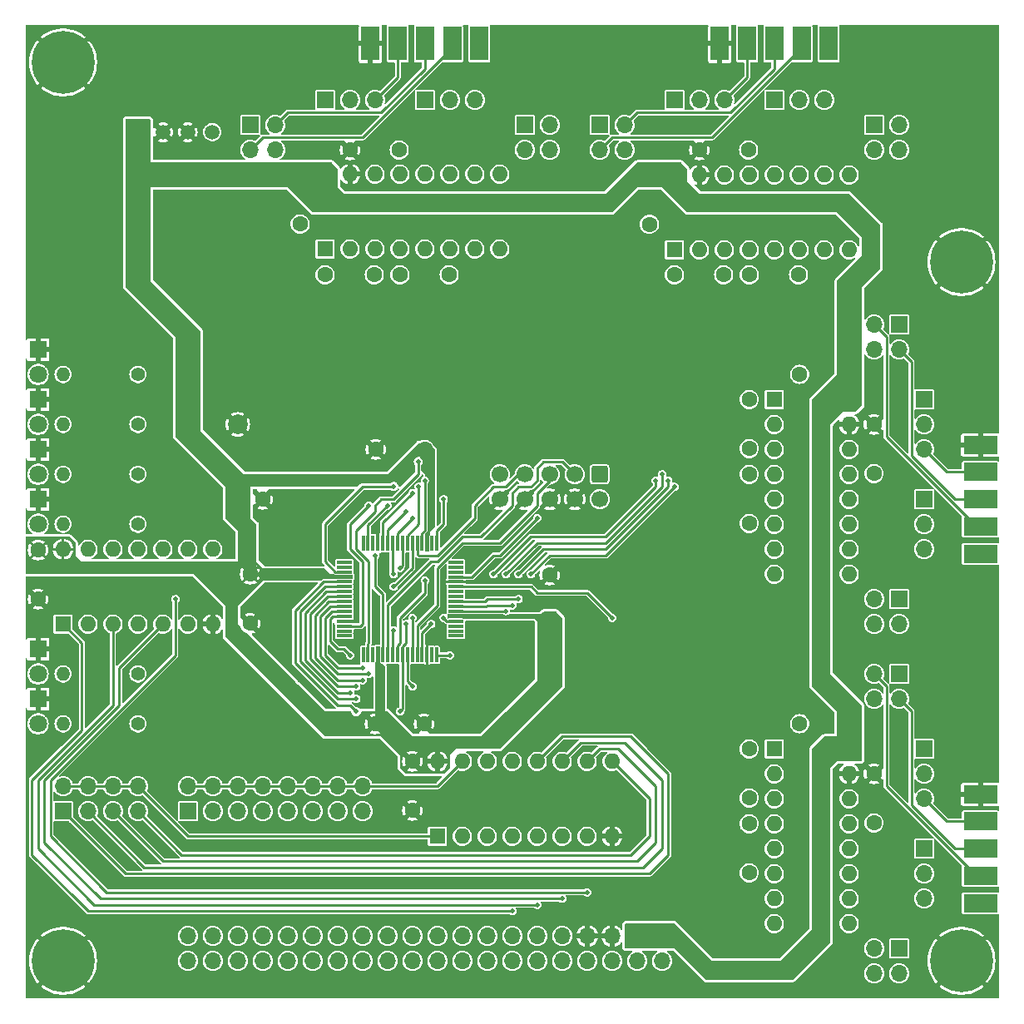
<source format=gtl>
G04 #@! TF.GenerationSoftware,KiCad,Pcbnew,8.0.4*
G04 #@! TF.CreationDate,2024-09-22T21:35:36-05:00*
G04 #@! TF.ProjectId,QuadCom_8b,51756164-436f-46d5-9f38-622e6b696361,rev?*
G04 #@! TF.SameCoordinates,Original*
G04 #@! TF.FileFunction,Copper,L1,Top*
G04 #@! TF.FilePolarity,Positive*
%FSLAX46Y46*%
G04 Gerber Fmt 4.6, Leading zero omitted, Abs format (unit mm)*
G04 Created by KiCad (PCBNEW 8.0.4) date 2024-09-22 21:35:36*
%MOMM*%
%LPD*%
G01*
G04 APERTURE LIST*
G04 Aperture macros list*
%AMRoundRect*
0 Rectangle with rounded corners*
0 $1 Rounding radius*
0 $2 $3 $4 $5 $6 $7 $8 $9 X,Y pos of 4 corners*
0 Add a 4 corners polygon primitive as box body*
4,1,4,$2,$3,$4,$5,$6,$7,$8,$9,$2,$3,0*
0 Add four circle primitives for the rounded corners*
1,1,$1+$1,$2,$3*
1,1,$1+$1,$4,$5*
1,1,$1+$1,$6,$7*
1,1,$1+$1,$8,$9*
0 Add four rect primitives between the rounded corners*
20,1,$1+$1,$2,$3,$4,$5,0*
20,1,$1+$1,$4,$5,$6,$7,0*
20,1,$1+$1,$6,$7,$8,$9,0*
20,1,$1+$1,$8,$9,$2,$3,0*%
G04 Aperture macros list end*
G04 #@! TA.AperFunction,ComponentPad*
%ADD10C,0.800000*%
G04 #@! TD*
G04 #@! TA.AperFunction,ComponentPad*
%ADD11C,6.400000*%
G04 #@! TD*
G04 #@! TA.AperFunction,ComponentPad*
%ADD12R,1.700000X1.700000*%
G04 #@! TD*
G04 #@! TA.AperFunction,ComponentPad*
%ADD13O,1.700000X1.700000*%
G04 #@! TD*
G04 #@! TA.AperFunction,ComponentPad*
%ADD14R,1.600000X1.600000*%
G04 #@! TD*
G04 #@! TA.AperFunction,ComponentPad*
%ADD15O,1.600000X1.600000*%
G04 #@! TD*
G04 #@! TA.AperFunction,ComponentPad*
%ADD16C,1.400000*%
G04 #@! TD*
G04 #@! TA.AperFunction,ComponentPad*
%ADD17O,1.400000X1.400000*%
G04 #@! TD*
G04 #@! TA.AperFunction,ComponentPad*
%ADD18C,1.600000*%
G04 #@! TD*
G04 #@! TA.AperFunction,ComponentPad*
%ADD19RoundRect,0.250000X-0.600000X0.600000X-0.600000X-0.600000X0.600000X-0.600000X0.600000X0.600000X0*%
G04 #@! TD*
G04 #@! TA.AperFunction,ComponentPad*
%ADD20C,1.700000*%
G04 #@! TD*
G04 #@! TA.AperFunction,ComponentPad*
%ADD21R,1.800000X1.800000*%
G04 #@! TD*
G04 #@! TA.AperFunction,ComponentPad*
%ADD22C,1.800000*%
G04 #@! TD*
G04 #@! TA.AperFunction,SMDPad,CuDef*
%ADD23R,3.480000X1.846667*%
G04 #@! TD*
G04 #@! TA.AperFunction,ComponentPad*
%ADD24R,2.000000X2.000000*%
G04 #@! TD*
G04 #@! TA.AperFunction,ComponentPad*
%ADD25C,2.000000*%
G04 #@! TD*
G04 #@! TA.AperFunction,SMDPad,CuDef*
%ADD26R,1.846667X3.480000*%
G04 #@! TD*
G04 #@! TA.AperFunction,ComponentPad*
%ADD27R,1.508000X1.508000*%
G04 #@! TD*
G04 #@! TA.AperFunction,ComponentPad*
%ADD28C,1.508000*%
G04 #@! TD*
G04 #@! TA.AperFunction,SMDPad,CuDef*
%ADD29RoundRect,0.075000X0.075000X-0.700000X0.075000X0.700000X-0.075000X0.700000X-0.075000X-0.700000X0*%
G04 #@! TD*
G04 #@! TA.AperFunction,SMDPad,CuDef*
%ADD30RoundRect,0.075000X0.700000X-0.075000X0.700000X0.075000X-0.700000X0.075000X-0.700000X-0.075000X0*%
G04 #@! TD*
G04 #@! TA.AperFunction,ViaPad*
%ADD31C,0.500000*%
G04 #@! TD*
G04 #@! TA.AperFunction,Conductor*
%ADD32C,0.254000*%
G04 #@! TD*
G04 APERTURE END LIST*
D10*
X169050000Y-52070000D03*
X169752944Y-50372944D03*
X169752944Y-53767056D03*
X171450000Y-49670000D03*
D11*
X171450000Y-52070000D03*
D10*
X171450000Y-54470000D03*
X173147056Y-50372944D03*
X173147056Y-53767056D03*
X173850000Y-52070000D03*
D12*
X167640000Y-66040000D03*
D13*
X167640000Y-68580000D03*
X167640000Y-71120000D03*
D12*
X99060000Y-38100000D03*
D13*
X101600000Y-38100000D03*
X99060000Y-40640000D03*
X101600000Y-40640000D03*
D14*
X80010000Y-88900000D03*
D15*
X82550000Y-88900000D03*
X85089999Y-88900000D03*
X87630000Y-88900000D03*
X90170000Y-88900000D03*
X92710000Y-88900000D03*
X95250000Y-88900000D03*
X95250000Y-81280000D03*
X92710000Y-81280000D03*
X90170000Y-81280000D03*
X87630000Y-81280000D03*
X85090000Y-81280000D03*
X82550000Y-81280000D03*
X80010000Y-81280000D03*
D16*
X87630000Y-68580000D03*
D17*
X80010000Y-68580000D03*
D12*
X116840000Y-35560000D03*
D13*
X119380000Y-35560000D03*
X121919999Y-35560000D03*
D18*
X129540000Y-88900000D03*
X129540000Y-83900000D03*
X162550000Y-104140000D03*
X162550000Y-109140000D03*
X115570000Y-102870000D03*
X115570000Y-107870000D03*
D19*
X134620000Y-73660000D03*
D20*
X134620000Y-76200000D03*
X132080000Y-73660000D03*
X132080000Y-76200000D03*
X129540000Y-73660000D03*
X129540000Y-76200000D03*
X127000000Y-73660000D03*
X127000000Y-76200000D03*
X124460000Y-73660000D03*
X124460000Y-76200000D03*
D10*
X169050000Y-123190000D03*
X169752944Y-121492944D03*
X169752944Y-124887056D03*
X171450000Y-120790000D03*
D11*
X171450000Y-123190000D03*
D10*
X171450000Y-125590000D03*
X173147056Y-121492944D03*
X173147056Y-124887056D03*
X173850000Y-123190000D03*
D14*
X152400000Y-101600000D03*
D15*
X152400000Y-104140000D03*
X152400000Y-106679999D03*
X152400000Y-109220000D03*
X152400000Y-111760000D03*
X152400000Y-114300000D03*
X152400000Y-116840000D03*
X152400000Y-119380001D03*
X160020000Y-119380000D03*
X160020000Y-116840000D03*
X160020000Y-114300000D03*
X160020000Y-111760000D03*
X160020000Y-109220000D03*
X160020000Y-106680000D03*
X160020000Y-104140000D03*
X160020000Y-101600000D03*
D21*
X77470000Y-91440000D03*
D22*
X77470000Y-93980000D03*
D12*
X167640000Y-101600000D03*
D13*
X167640000Y-104140000D03*
X167640000Y-106680000D03*
D18*
X111680000Y-53340000D03*
X106680000Y-53340000D03*
D12*
X92710000Y-107950000D03*
D13*
X92710000Y-105410000D03*
X95250000Y-107950000D03*
X95250000Y-105410000D03*
X97789999Y-107950000D03*
X97790000Y-105410000D03*
X100330000Y-107950000D03*
X100330000Y-105410000D03*
X102870000Y-107950000D03*
X102870000Y-105410000D03*
X105410000Y-107950000D03*
X105410000Y-105410000D03*
X107950000Y-107950000D03*
X107950000Y-105410000D03*
X110490001Y-107950000D03*
X110490000Y-105410000D03*
D12*
X152400000Y-35560000D03*
D13*
X154940000Y-35560000D03*
X157479999Y-35560000D03*
D21*
X77470000Y-66040000D03*
D22*
X77470000Y-68580000D03*
D23*
X173377500Y-117300001D03*
X173377500Y-114530000D03*
X173377500Y-111760000D03*
X173377500Y-108990000D03*
X173377500Y-106219999D03*
D14*
X118110000Y-110490000D03*
D15*
X120650000Y-110490000D03*
X123189999Y-110490000D03*
X125730000Y-110490000D03*
X128270000Y-110490000D03*
X130810000Y-110490000D03*
X133350000Y-110490000D03*
X135890001Y-110490000D03*
X135890000Y-102870000D03*
X133350000Y-102870000D03*
X130810000Y-102870000D03*
X128270000Y-102870000D03*
X125730000Y-102870000D03*
X123190000Y-102870000D03*
X120650000Y-102870000D03*
X118110000Y-102870000D03*
D12*
X106680000Y-35560000D03*
D13*
X109220000Y-35560000D03*
X111759999Y-35560000D03*
D24*
X92790000Y-68580000D03*
D25*
X97790000Y-68580000D03*
D26*
X122380001Y-29822500D03*
X119610000Y-29822500D03*
X116840000Y-29822500D03*
X114070000Y-29822500D03*
X111299999Y-29822500D03*
D18*
X162550000Y-68580000D03*
X162550000Y-73580000D03*
D21*
X77470000Y-60960000D03*
D22*
X77470000Y-63500000D03*
D16*
X87630000Y-78740000D03*
D17*
X80010000Y-78740000D03*
D16*
X87630000Y-63500000D03*
D17*
X80010000Y-63500000D03*
D21*
X77470000Y-76200000D03*
D22*
X77470000Y-78740000D03*
D12*
X165100000Y-93980000D03*
D13*
X165100000Y-96520000D03*
X162560000Y-93980000D03*
X162560000Y-96520000D03*
D10*
X77610000Y-123190000D03*
X78312944Y-121492944D03*
X78312944Y-124887056D03*
X80010000Y-120790000D03*
D11*
X80010000Y-123190000D03*
D10*
X80010000Y-125590000D03*
X81707056Y-121492944D03*
X81707056Y-124887056D03*
X82410000Y-123190000D03*
D18*
X147240000Y-53340000D03*
X142240000Y-53340000D03*
D12*
X80010000Y-107950000D03*
D13*
X80010000Y-105410000D03*
X82550000Y-107950000D03*
X82550000Y-105410000D03*
X85089999Y-107950000D03*
X85090000Y-105410000D03*
X87630000Y-107950000D03*
X87630000Y-105410000D03*
D12*
X134620000Y-38100000D03*
D13*
X137160000Y-38100000D03*
X134620000Y-40640000D03*
X137160000Y-40640000D03*
D18*
X149850000Y-71040000D03*
X149850000Y-66040000D03*
D12*
X165100000Y-121920000D03*
D13*
X165100000Y-124460000D03*
X162560000Y-121920000D03*
X162560000Y-124460000D03*
D12*
X167640000Y-111760000D03*
D13*
X167640000Y-114300000D03*
X167640000Y-116840000D03*
D12*
X127000000Y-38100000D03*
D13*
X129540000Y-38100000D03*
X127000000Y-40640000D03*
X129540000Y-40640000D03*
D27*
X87690000Y-38839999D03*
D28*
X90190000Y-38839999D03*
X92690000Y-38839999D03*
X95190000Y-38839999D03*
D18*
X104140000Y-48180000D03*
X104140000Y-43180000D03*
D12*
X142240000Y-35560000D03*
D13*
X144780000Y-35560000D03*
X147319999Y-35560000D03*
D18*
X154970000Y-99045000D03*
X159970000Y-99045000D03*
D14*
X142240000Y-50800000D03*
D15*
X144780000Y-50800000D03*
X147319999Y-50800000D03*
X149860000Y-50800000D03*
X152400000Y-50800000D03*
X154940000Y-50800000D03*
X157480000Y-50800000D03*
X160020001Y-50800000D03*
X160020000Y-43180000D03*
X157480000Y-43180000D03*
X154940000Y-43180000D03*
X152400000Y-43180000D03*
X149860000Y-43180000D03*
X147320000Y-43180000D03*
X144780000Y-43180000D03*
X142240000Y-43180000D03*
D12*
X162560000Y-38100000D03*
D13*
X165100000Y-38100000D03*
X162560000Y-40640000D03*
X165100000Y-40640000D03*
D18*
X139700000Y-48220000D03*
X139700000Y-43220000D03*
X119300000Y-53340000D03*
X114300000Y-53340000D03*
D16*
X87630000Y-73660000D03*
D17*
X80010000Y-73660000D03*
D14*
X97830000Y-76200000D03*
D18*
X100330000Y-76200000D03*
D12*
X167640000Y-76200000D03*
D13*
X167640000Y-78740000D03*
X167640000Y-81280000D03*
D26*
X157940001Y-29822500D03*
X155170000Y-29822500D03*
X152400000Y-29822500D03*
X149630000Y-29822500D03*
X146859999Y-29822500D03*
D18*
X109220000Y-40640000D03*
X114220000Y-40640000D03*
X154860000Y-53340000D03*
X149860000Y-53340000D03*
D12*
X165100000Y-86360000D03*
D13*
X165100000Y-88900000D03*
X162560000Y-86360000D03*
X162560000Y-88900000D03*
D16*
X87630000Y-99060000D03*
D17*
X80010000Y-99060000D03*
D14*
X152400000Y-66040000D03*
D15*
X152400000Y-68580000D03*
X152400000Y-71119999D03*
X152400000Y-73660000D03*
X152400000Y-76200000D03*
X152400000Y-78740000D03*
X152400000Y-81280000D03*
X152400000Y-83820001D03*
X160020000Y-83820000D03*
X160020000Y-81280000D03*
X160020000Y-78740000D03*
X160020000Y-76200000D03*
X160020000Y-73660000D03*
X160020000Y-71120000D03*
X160020000Y-68580000D03*
X160020000Y-66040000D03*
D12*
X140970000Y-120650000D03*
D13*
X140970000Y-123190000D03*
X138430000Y-120650000D03*
X138430000Y-123190000D03*
X135890001Y-120650000D03*
X135890000Y-123190000D03*
X133350000Y-120650000D03*
X133350000Y-123190000D03*
X130810000Y-120650000D03*
X130810000Y-123190000D03*
X128270000Y-120650000D03*
X128270000Y-123190000D03*
X125730000Y-120650000D03*
X125730000Y-123190000D03*
X123189999Y-120650000D03*
X123190000Y-123190000D03*
X120650000Y-120650000D03*
X120650000Y-123190000D03*
X118110000Y-120650000D03*
X118110000Y-123190000D03*
X115570000Y-120650000D03*
X115570000Y-123190000D03*
X113030001Y-120650000D03*
X113030000Y-123190000D03*
X110490000Y-120650000D03*
X110490000Y-123190000D03*
X107950000Y-120650000D03*
X107950000Y-123190000D03*
X105410000Y-120650000D03*
X105410000Y-123190000D03*
X102870001Y-120650000D03*
X102870000Y-123190000D03*
X100329999Y-120650000D03*
X100330000Y-123190000D03*
X97790000Y-120650000D03*
X97790000Y-123190000D03*
X95250000Y-120650000D03*
X95250000Y-123190000D03*
X92710000Y-120650000D03*
X92710000Y-123190000D03*
D21*
X77470000Y-96520000D03*
D22*
X77470000Y-99060000D03*
D18*
X149850000Y-106600000D03*
X149850000Y-101600000D03*
X149850000Y-114220000D03*
X149850000Y-109220000D03*
D29*
X110550001Y-92035000D03*
X111050000Y-92035000D03*
X111550000Y-92035000D03*
X112050000Y-92035000D03*
X112550000Y-92035000D03*
X113050001Y-92035000D03*
X113550000Y-92035000D03*
X114050000Y-92035000D03*
X114550000Y-92035000D03*
X115050000Y-92035000D03*
X115549999Y-92035000D03*
X116050000Y-92035000D03*
X116550000Y-92035000D03*
X117050000Y-92035000D03*
X117550000Y-92035000D03*
X118049999Y-92035000D03*
D30*
X119975000Y-90109999D03*
X119975000Y-89610000D03*
X119975000Y-89110000D03*
X119975000Y-88610000D03*
X119975000Y-88110000D03*
X119975000Y-87609999D03*
X119975000Y-87110000D03*
X119975000Y-86610000D03*
X119975000Y-86110000D03*
X119975000Y-85610000D03*
X119975000Y-85110001D03*
X119975000Y-84610000D03*
X119975000Y-84110000D03*
X119975000Y-83610000D03*
X119975000Y-83110000D03*
X119975000Y-82610001D03*
D29*
X118049999Y-80685000D03*
X117550000Y-80685000D03*
X117050000Y-80685000D03*
X116550000Y-80685000D03*
X116050000Y-80685000D03*
X115549999Y-80685000D03*
X115050000Y-80685000D03*
X114550000Y-80685000D03*
X114050000Y-80685000D03*
X113550000Y-80685000D03*
X113050001Y-80685000D03*
X112550000Y-80685000D03*
X112050000Y-80685000D03*
X111550000Y-80685000D03*
X111050000Y-80685000D03*
X110550001Y-80685000D03*
D30*
X108625000Y-82610001D03*
X108625000Y-83110000D03*
X108625000Y-83610000D03*
X108625000Y-84110000D03*
X108625000Y-84610000D03*
X108625000Y-85110001D03*
X108625000Y-85610000D03*
X108625000Y-86110000D03*
X108625000Y-86610000D03*
X108625000Y-87110000D03*
X108625000Y-87609999D03*
X108625000Y-88110000D03*
X108625000Y-88610000D03*
X108625000Y-89110000D03*
X108625000Y-89610000D03*
X108625000Y-90109999D03*
D14*
X106680000Y-50720000D03*
D15*
X109220000Y-50720000D03*
X111759999Y-50720000D03*
X114300000Y-50720000D03*
X116840000Y-50720000D03*
X119380000Y-50720000D03*
X121920000Y-50720000D03*
X124460001Y-50720000D03*
X124460000Y-43100000D03*
X121920000Y-43100000D03*
X119380000Y-43100000D03*
X116840000Y-43100000D03*
X114300000Y-43100000D03*
X111760000Y-43100000D03*
X109220000Y-43100000D03*
X106680000Y-43100000D03*
D18*
X111760000Y-99060000D03*
X116760000Y-99060000D03*
D12*
X165100000Y-58420000D03*
D13*
X165100000Y-60960000D03*
X162560000Y-58420000D03*
X162560000Y-60960000D03*
D21*
X77470000Y-71120000D03*
D22*
X77470000Y-73660000D03*
D18*
X99060000Y-83820000D03*
X99060000Y-88820000D03*
D16*
X87630000Y-93980000D03*
D17*
X80010000Y-93980000D03*
D18*
X144780000Y-40640000D03*
X149780000Y-40640000D03*
D10*
X77610000Y-31750000D03*
X78312944Y-30052944D03*
X78312944Y-33447056D03*
X80010000Y-29350000D03*
D11*
X80010000Y-31750000D03*
D10*
X80010000Y-34150000D03*
X81707056Y-30052944D03*
X81707056Y-33447056D03*
X82410000Y-31750000D03*
D18*
X154970000Y-63485000D03*
X159970000Y-63485000D03*
D23*
X173377500Y-81740001D03*
X173377500Y-78970000D03*
X173377500Y-76200000D03*
X173377500Y-73430000D03*
X173377500Y-70659999D03*
D18*
X77470000Y-81360000D03*
X77470000Y-86360000D03*
X116840000Y-71120000D03*
X111840000Y-71120000D03*
X149850000Y-78660000D03*
X149850000Y-73660000D03*
D31*
X134620000Y-79375000D03*
X125730000Y-78105000D03*
X123190000Y-78105000D03*
X124460000Y-88900000D03*
X107950000Y-92075000D03*
X110490000Y-90170000D03*
X111760000Y-86995000D03*
X104140000Y-94615000D03*
X113030000Y-118745000D03*
X111125000Y-118745000D03*
X109855000Y-118745000D03*
X108585000Y-118745000D03*
X107315000Y-118745000D03*
X106045000Y-118745000D03*
X104775000Y-118745000D03*
X103505000Y-118745000D03*
X102235000Y-118745000D03*
X100965000Y-118745000D03*
X99695000Y-118745000D03*
X98425000Y-118745000D03*
X97155000Y-118745000D03*
X95885000Y-118745000D03*
X94615000Y-118745000D03*
X93345000Y-118745000D03*
X92075000Y-118745000D03*
X111125000Y-115570000D03*
X109855000Y-115570000D03*
X108585000Y-115570000D03*
X107315000Y-115570000D03*
X106045000Y-115570000D03*
X104775000Y-115570000D03*
X103505000Y-115570000D03*
X102235000Y-115570000D03*
X100965000Y-115570000D03*
X99695000Y-115570000D03*
X98425000Y-115570000D03*
X92075000Y-115570000D03*
X97155000Y-115570000D03*
X95885000Y-115570000D03*
X94615000Y-115570000D03*
X93345000Y-115570000D03*
X91440000Y-110490000D03*
X112395000Y-109855000D03*
X111125000Y-109855000D03*
X109855000Y-109855000D03*
X108585000Y-109855000D03*
X107315000Y-109855000D03*
X106045000Y-109855000D03*
X104775000Y-109855000D03*
X103505000Y-109855000D03*
X102235000Y-109855000D03*
X100965000Y-109855000D03*
X99695000Y-109855000D03*
X98425000Y-109855000D03*
X97155000Y-109855000D03*
X95885000Y-109855000D03*
X94615000Y-109855000D03*
X93345000Y-109855000D03*
X130175000Y-98425000D03*
X128905000Y-99695000D03*
X127635000Y-100965000D03*
X162560000Y-63500000D03*
X168275000Y-62230000D03*
X165100000Y-63500000D03*
X135255000Y-125095000D03*
X132715000Y-125095000D03*
X125730000Y-125095000D03*
X120650000Y-125095000D03*
X130810000Y-118745000D03*
X128270000Y-118745000D03*
X126365000Y-118745000D03*
X123190000Y-118745000D03*
X149225000Y-125730000D03*
X149225000Y-121920000D03*
X158115000Y-124460000D03*
X162560000Y-118110000D03*
X167005000Y-120650000D03*
X170180000Y-118110000D03*
X170180000Y-114935000D03*
X169545000Y-112395000D03*
X165735000Y-113665000D03*
X164465000Y-113030000D03*
X163195000Y-113030000D03*
X161925000Y-113030000D03*
X167640000Y-98425000D03*
X165100000Y-99060000D03*
X162560000Y-99060000D03*
X168275000Y-85090000D03*
X167005000Y-85090000D03*
X161925000Y-83185000D03*
X169545000Y-76835000D03*
X170180000Y-79375000D03*
X165735000Y-78105000D03*
X164465000Y-77470000D03*
X163195000Y-77470000D03*
X161290000Y-77470000D03*
X154305000Y-84455000D03*
X154305000Y-82550000D03*
X154305000Y-80645000D03*
X154305000Y-79375000D03*
X154305000Y-76835000D03*
X154305000Y-73660000D03*
X154305000Y-68580000D03*
X154305000Y-71120000D03*
X144780000Y-72390000D03*
X144780000Y-81280000D03*
X144780000Y-79375000D03*
X147320000Y-76200000D03*
X145415000Y-74930000D03*
X125730000Y-36195000D03*
X118745000Y-37465000D03*
X113030000Y-32385000D03*
X114935000Y-32385000D03*
X161290000Y-36195000D03*
X154940000Y-37465000D03*
X148590000Y-33020000D03*
X158750000Y-33020000D03*
X155575000Y-33020000D03*
X153035000Y-33655000D03*
X150495000Y-32385000D03*
X123190000Y-33020000D03*
X120015000Y-33020000D03*
X104140000Y-38100000D03*
X116840000Y-40005000D03*
X144780000Y-38735000D03*
X139700000Y-40640000D03*
X139700000Y-38100000D03*
X153670000Y-40005000D03*
X153670000Y-41910000D03*
X158115000Y-44450000D03*
X158750000Y-48895000D03*
X156845000Y-48895000D03*
X155575000Y-48895000D03*
X152400000Y-48895000D03*
X149860000Y-48895000D03*
X147320000Y-48895000D03*
X144780000Y-48260000D03*
X144780000Y-55245000D03*
X157480000Y-55245000D03*
X154940000Y-55245000D03*
X152400000Y-55245000D03*
X149860000Y-55245000D03*
X147320000Y-55245000D03*
X135890000Y-108585000D03*
X133350000Y-108585000D03*
X130810000Y-108585000D03*
X128270000Y-108585000D03*
X131445000Y-104775000D03*
X128905000Y-104775000D03*
X126365000Y-104775000D03*
X121285000Y-106045000D03*
X119380000Y-105410000D03*
X117475000Y-104775000D03*
X111125000Y-101600000D03*
X109855000Y-102870000D03*
X107950000Y-102235000D03*
X106045000Y-101600000D03*
X104140000Y-100965000D03*
X100330000Y-95885000D03*
X116840000Y-93345000D03*
X111125000Y-95250000D03*
X113665000Y-95250000D03*
X118110000Y-90170000D03*
X111760000Y-90170000D03*
X115570000Y-85725000D03*
X117475000Y-86360000D03*
X117475000Y-83820000D03*
X121920000Y-82550000D03*
X118745000Y-80010000D03*
X121920000Y-74930000D03*
X105410000Y-81915000D03*
X107950000Y-81915000D03*
X109855000Y-71120000D03*
X120015000Y-72390000D03*
X118745000Y-70485000D03*
X106045000Y-48895000D03*
X109220000Y-48895000D03*
X125095000Y-48895000D03*
X123190000Y-48895000D03*
X121285000Y-48895000D03*
X120015000Y-48895000D03*
X117475000Y-48895000D03*
X114300000Y-48895000D03*
X111760000Y-48895000D03*
X121920000Y-55245000D03*
X119380000Y-55245000D03*
X116840000Y-55245000D03*
X114300000Y-55245000D03*
X109220000Y-55245000D03*
X111760000Y-55245000D03*
X116205000Y-72390000D03*
X114935000Y-77470000D03*
X158750000Y-113030000D03*
X158750000Y-114935000D03*
X154305000Y-116205000D03*
X154305000Y-112395000D03*
X154305000Y-106680000D03*
X154305000Y-109220000D03*
X140970000Y-116205000D03*
X144145000Y-107950000D03*
X138430000Y-116205000D03*
X138430000Y-108585000D03*
X142240000Y-92710000D03*
X136525000Y-92710000D03*
X132715000Y-92710000D03*
X135890000Y-114935000D03*
X133985000Y-114935000D03*
X132715000Y-114935000D03*
X113030000Y-111760000D03*
X115570000Y-111760000D03*
X121920000Y-111760000D03*
X121285000Y-115570000D03*
X116840000Y-114935000D03*
X113030000Y-115570000D03*
X87630000Y-114935000D03*
X81280000Y-111125000D03*
X78740000Y-101600000D03*
X87630000Y-102870000D03*
X84455000Y-101600000D03*
X88265000Y-92075000D03*
X90170000Y-90805000D03*
X86360000Y-95885000D03*
X81280000Y-95885000D03*
X82550000Y-95885000D03*
X89535000Y-95250000D03*
X86995000Y-90805000D03*
X81280000Y-86995000D03*
X92710000Y-86995000D03*
X90170000Y-86995000D03*
X88265000Y-86995000D03*
X86995000Y-86995000D03*
X85090000Y-86995000D03*
X83185000Y-86995000D03*
X91440000Y-86360000D03*
X133350000Y-116205000D03*
X130810000Y-116840000D03*
X128270000Y-117475000D03*
X125730000Y-118110000D03*
X109855000Y-86995000D03*
X109855000Y-85090000D03*
X112395000Y-83820000D03*
X103505000Y-85725000D03*
X107315000Y-76200000D03*
X109220000Y-77470000D03*
X111760000Y-75565000D03*
X111760000Y-79375000D03*
X112395000Y-82550000D03*
X135890000Y-88265000D03*
X117475000Y-88900000D03*
X123825000Y-83820000D03*
X140335000Y-74295000D03*
X125095000Y-83820000D03*
X118745000Y-88265000D03*
X140970000Y-73660000D03*
X115570000Y-95250000D03*
X126365000Y-83820000D03*
X141605000Y-74295000D03*
X119380000Y-92075000D03*
X127635000Y-83820000D03*
X142240000Y-74930000D03*
X116840000Y-74295000D03*
X128270000Y-78105000D03*
X116205000Y-74930000D03*
X118745000Y-76200000D03*
X115570000Y-75565000D03*
X113665000Y-74930000D03*
X115570000Y-78105000D03*
X113030000Y-76835000D03*
X116840000Y-84455000D03*
X111125000Y-76835000D03*
X111760000Y-81915000D03*
X114300000Y-97790000D03*
X126365000Y-86360000D03*
X125730000Y-86995000D03*
X125095000Y-87609999D03*
X109855000Y-97790000D03*
X109855000Y-96520000D03*
X109220000Y-95885000D03*
X109855000Y-95250000D03*
X110490000Y-94615000D03*
X111125000Y-93980000D03*
X110490000Y-93345000D03*
X109220000Y-92075000D03*
X114300000Y-83185000D03*
X113665000Y-83820000D03*
X113665000Y-89535000D03*
X113665000Y-85090000D03*
X115570000Y-88265000D03*
X114935000Y-88900000D03*
D32*
X129540000Y-74295000D02*
X129540000Y-73660000D01*
X128270000Y-75565000D02*
X129540000Y-74295000D01*
X128270000Y-76835000D02*
X128270000Y-75565000D01*
X118110000Y-83185000D02*
X120650000Y-80645000D01*
X120650000Y-80645000D02*
X124460000Y-80645000D01*
X118110000Y-86995000D02*
X118110000Y-83185000D01*
X124460000Y-80645000D02*
X128270000Y-76835000D01*
X116050000Y-89055000D02*
X118110000Y-86995000D01*
X116050000Y-92035000D02*
X116050000Y-89055000D01*
X114050000Y-91055000D02*
X114050000Y-92035000D01*
X114300000Y-90805000D02*
X114050000Y-91055000D01*
X114300000Y-88265000D02*
X114300000Y-90805000D01*
X116840000Y-85725000D02*
X114300000Y-88265000D01*
X116840000Y-84455000D02*
X116840000Y-85725000D01*
X116550000Y-89825000D02*
X116550000Y-92035000D01*
X117475000Y-88900000D02*
X116550000Y-89825000D01*
X140335000Y-74930000D02*
X140335000Y-74295000D01*
X135255000Y-80010000D02*
X140335000Y-74930000D01*
X127635000Y-80010000D02*
X135255000Y-80010000D01*
X123825000Y-83820000D02*
X127635000Y-80010000D01*
X140970000Y-74930000D02*
X140970000Y-73660000D01*
X135255000Y-80645000D02*
X140970000Y-74930000D01*
X128270000Y-80645000D02*
X135255000Y-80645000D01*
X125095000Y-83820000D02*
X128270000Y-80645000D01*
X141605000Y-74930000D02*
X141605000Y-74295000D01*
X135255000Y-81280000D02*
X141605000Y-74930000D01*
X128905000Y-81280000D02*
X135255000Y-81280000D01*
X126365000Y-83820000D02*
X128905000Y-81280000D01*
X135255000Y-81915000D02*
X142240000Y-74930000D01*
X129540000Y-81915000D02*
X135255000Y-81915000D01*
X127635000Y-83820000D02*
X129540000Y-81915000D01*
X130810000Y-72390000D02*
X132080000Y-73660000D01*
X128905000Y-72390000D02*
X130810000Y-72390000D01*
X128270000Y-73025000D02*
X128905000Y-72390000D01*
X128270000Y-74295000D02*
X128270000Y-73025000D01*
X127635000Y-74930000D02*
X128270000Y-74295000D01*
X126365000Y-74930000D02*
X127635000Y-74930000D01*
X125730000Y-75565000D02*
X126365000Y-74930000D01*
X122555000Y-80010000D02*
X125730000Y-76835000D01*
X120650000Y-80010000D02*
X122555000Y-80010000D01*
X118110000Y-82550000D02*
X120650000Y-80010000D01*
X125730000Y-76835000D02*
X125730000Y-75565000D01*
X113050001Y-86974999D02*
X117475000Y-82550000D01*
X117475000Y-82550000D02*
X118110000Y-82550000D01*
X113050001Y-92035000D02*
X113050001Y-86974999D01*
X121630000Y-84110000D02*
X119975000Y-84110000D01*
X128270000Y-78105000D02*
X124460000Y-81915000D01*
X124460000Y-81915000D02*
X123825000Y-81915000D01*
X123825000Y-81915000D02*
X121630000Y-84110000D01*
X133350000Y-85725000D02*
X135890000Y-88265000D01*
X128270000Y-85725000D02*
X133350000Y-85725000D01*
X127655001Y-85110001D02*
X128270000Y-85725000D01*
X119975000Y-85110001D02*
X127655001Y-85110001D01*
X122940000Y-86610000D02*
X119975000Y-86610000D01*
X123190000Y-86360000D02*
X122940000Y-86610000D01*
X126365000Y-86360000D02*
X123190000Y-86360000D01*
X123075000Y-87110000D02*
X119975000Y-87110000D01*
X125730000Y-86995000D02*
X123190000Y-86995000D01*
X123190000Y-86995000D02*
X123075000Y-87110000D01*
X125095000Y-87609999D02*
X119975000Y-87609999D01*
X110490000Y-88900000D02*
X110280000Y-89110000D01*
X110280000Y-89110000D02*
X108625000Y-89110000D01*
X110490000Y-82550000D02*
X110490000Y-88900000D01*
X109220000Y-78740000D02*
X109220000Y-81280000D01*
X109220000Y-81280000D02*
X110490000Y-82550000D01*
X111125000Y-76835000D02*
X109220000Y-78740000D01*
X111050000Y-90880000D02*
X111050000Y-92035000D01*
X111125000Y-90805000D02*
X111050000Y-90880000D01*
X109855000Y-81280000D02*
X111125000Y-82550000D01*
X109855000Y-79375000D02*
X109855000Y-81280000D01*
X112395000Y-76200000D02*
X111760000Y-76835000D01*
X113665000Y-76200000D02*
X112395000Y-76200000D01*
X116205000Y-73660000D02*
X113665000Y-76200000D01*
X111760000Y-77470000D02*
X109855000Y-79375000D01*
X111125000Y-82550000D02*
X111125000Y-90805000D01*
X111760000Y-76835000D02*
X111760000Y-77470000D01*
X116205000Y-72390000D02*
X116205000Y-73660000D01*
X107470000Y-88110000D02*
X108625000Y-88110000D01*
X107188000Y-90678000D02*
X107188000Y-88392000D01*
X107950000Y-91440000D02*
X107188000Y-90678000D01*
X108585000Y-91440000D02*
X107950000Y-91440000D01*
X107188000Y-88392000D02*
X107470000Y-88110000D01*
X109220000Y-92075000D02*
X108585000Y-91440000D01*
X107335001Y-87609999D02*
X108625000Y-87609999D01*
X106680000Y-88265000D02*
X107335001Y-87609999D01*
X106680000Y-92075000D02*
X106680000Y-88265000D01*
X107950000Y-93345000D02*
X106680000Y-92075000D01*
X110490000Y-93345000D02*
X107950000Y-93345000D01*
X106172000Y-88138000D02*
X107200000Y-87110000D01*
X107950000Y-93980000D02*
X106172000Y-92202000D01*
X111125000Y-93980000D02*
X107950000Y-93980000D01*
X107200000Y-87110000D02*
X108625000Y-87110000D01*
X106172000Y-92202000D02*
X106172000Y-88138000D01*
X107065000Y-86610000D02*
X108625000Y-86610000D01*
X105664000Y-88011000D02*
X107065000Y-86610000D01*
X105664000Y-92329000D02*
X105664000Y-88011000D01*
X107950000Y-94615000D02*
X105664000Y-92329000D01*
X110490000Y-94615000D02*
X107950000Y-94615000D01*
X116550000Y-79665000D02*
X116550000Y-80685000D01*
X116840000Y-79375000D02*
X116550000Y-79665000D01*
X116840000Y-74295000D02*
X116840000Y-79375000D01*
X115050000Y-79895000D02*
X115050000Y-80685000D01*
X116205000Y-78740000D02*
X115050000Y-79895000D01*
X116205000Y-74930000D02*
X116205000Y-78740000D01*
X118049999Y-79435001D02*
X118049999Y-80685000D01*
X118745000Y-78740000D02*
X118049999Y-79435001D01*
X118745000Y-76200000D02*
X118745000Y-78740000D01*
X112550000Y-78585000D02*
X112550000Y-80685000D01*
X115570000Y-75565000D02*
X112550000Y-78585000D01*
X113050001Y-79354999D02*
X113050001Y-80685000D01*
X114935000Y-77470000D02*
X113050001Y-79354999D01*
X114050000Y-79625000D02*
X114050000Y-80685000D01*
X115570000Y-78105000D02*
X114050000Y-79625000D01*
X111760000Y-85090000D02*
X112550000Y-85880000D01*
X112550000Y-85880000D02*
X112550000Y-92035000D01*
X111760000Y-81915000D02*
X111760000Y-85090000D01*
X125095000Y-74930000D02*
X126365000Y-73660000D01*
X126365000Y-73660000D02*
X127000000Y-73660000D01*
X123825000Y-74930000D02*
X125095000Y-74930000D01*
X121920000Y-76835000D02*
X123825000Y-74930000D01*
X118110000Y-81915000D02*
X121920000Y-78105000D01*
X121920000Y-78105000D02*
X121920000Y-76835000D01*
X116205000Y-81915000D02*
X118110000Y-81915000D01*
X116050000Y-81760000D02*
X116205000Y-81915000D01*
X116050000Y-80685000D02*
X116050000Y-81760000D01*
X113030000Y-76835000D02*
X111050000Y-78815000D01*
X111050000Y-78815000D02*
X111050000Y-80685000D01*
X115549999Y-83205001D02*
X115549999Y-80685000D01*
X113665000Y-85090000D02*
X115549999Y-83205001D01*
X91440000Y-92075000D02*
X91440000Y-86360000D01*
X78740000Y-104775000D02*
X91440000Y-92075000D01*
X78740000Y-110490000D02*
X78740000Y-104775000D01*
X84455000Y-116205000D02*
X78740000Y-110490000D01*
X133350000Y-116205000D02*
X84455000Y-116205000D01*
X85725000Y-93345000D02*
X90170000Y-88900000D01*
X85725000Y-97155000D02*
X85725000Y-93345000D01*
X78105000Y-104775000D02*
X85725000Y-97155000D01*
X78105000Y-111125000D02*
X78105000Y-104775000D01*
X83820000Y-116840000D02*
X78105000Y-111125000D01*
X130810000Y-116840000D02*
X83820000Y-116840000D01*
X85089999Y-97155001D02*
X85089999Y-88900000D01*
X77470000Y-104775000D02*
X85089999Y-97155001D01*
X77470000Y-111760000D02*
X77470000Y-104775000D01*
X83185000Y-117475000D02*
X77470000Y-111760000D01*
X128270000Y-117475000D02*
X83185000Y-117475000D01*
X123190000Y-118110000D02*
X125730000Y-118110000D01*
X107315000Y-118110000D02*
X123190000Y-118110000D01*
X82550000Y-118110000D02*
X107315000Y-118110000D01*
X80010000Y-101600000D02*
X76835000Y-104775000D01*
X81915000Y-99695000D02*
X80010000Y-101600000D01*
X76835000Y-104775000D02*
X76835000Y-107950000D01*
X81915000Y-90805000D02*
X81915000Y-99695000D01*
X76835000Y-112395000D02*
X81280000Y-116840000D01*
X81280000Y-116840000D02*
X82550000Y-118110000D01*
X80010000Y-88900000D02*
X81915000Y-90805000D01*
X76835000Y-107950000D02*
X76835000Y-112395000D01*
X118745000Y-88265000D02*
X119090000Y-88610000D01*
X119090000Y-88610000D02*
X119975000Y-88610000D01*
X115050000Y-94730000D02*
X115050000Y-92035000D01*
X115570000Y-95250000D02*
X115050000Y-94730000D01*
X118089999Y-92075000D02*
X118049999Y-92035000D01*
X119380000Y-92075000D02*
X118089999Y-92075000D01*
X114935000Y-90805000D02*
X114935000Y-88900000D01*
X114550000Y-91190000D02*
X114550000Y-92035000D01*
X114935000Y-90805000D02*
X114550000Y-91190000D01*
X115549999Y-88285001D02*
X115549999Y-92035000D01*
X115570000Y-88265000D02*
X115549999Y-88285001D01*
X114300000Y-83185000D02*
X114550000Y-82935000D01*
X114550000Y-82935000D02*
X114550000Y-80685000D01*
X118110000Y-105410000D02*
X120650000Y-102870000D01*
X110490000Y-105410000D02*
X118110000Y-105410000D01*
X114550000Y-97540000D02*
X114550000Y-92035000D01*
X114300000Y-97790000D02*
X114550000Y-97540000D01*
X130810000Y-100330000D02*
X128270000Y-102870000D01*
X137795000Y-100330000D02*
X130810000Y-100330000D01*
X141605000Y-104140000D02*
X137795000Y-100330000D01*
X141605000Y-112395000D02*
X141605000Y-104140000D01*
X139700000Y-114300000D02*
X141605000Y-112395000D01*
X86360000Y-114300000D02*
X139700000Y-114300000D01*
X80010000Y-107950000D02*
X86360000Y-114300000D01*
X132715000Y-100965000D02*
X130810000Y-102870000D01*
X140970000Y-104775000D02*
X137160000Y-100965000D01*
X140970000Y-111760000D02*
X140970000Y-104775000D01*
X139065000Y-113665000D02*
X140970000Y-111760000D01*
X88265000Y-113665000D02*
X139065000Y-113665000D01*
X137160000Y-100965000D02*
X132715000Y-100965000D01*
X82550000Y-107950000D02*
X88265000Y-113665000D01*
X134620000Y-101600000D02*
X133350000Y-102870000D01*
X140335000Y-105410000D02*
X136525000Y-101600000D01*
X138430000Y-113030000D02*
X140335000Y-111125000D01*
X140335000Y-111125000D02*
X140335000Y-105410000D01*
X90170000Y-113030000D02*
X138430000Y-113030000D01*
X85090000Y-107950000D02*
X90170000Y-113030000D01*
X136525000Y-101600000D02*
X134620000Y-101600000D01*
X85089999Y-107950000D02*
X85090000Y-107950000D01*
X139700000Y-106680000D02*
X135890000Y-102870000D01*
X137795000Y-112395000D02*
X139700000Y-110490000D01*
X92075000Y-112395000D02*
X137795000Y-112395000D01*
X139700000Y-110490000D02*
X139700000Y-106680000D01*
X87630000Y-107950000D02*
X92075000Y-112395000D01*
X92710000Y-110490000D02*
X87630000Y-105410000D01*
X118110000Y-110490000D02*
X92710000Y-110490000D01*
X85090000Y-105410000D02*
X87630000Y-105410000D01*
X82550000Y-105410000D02*
X85090000Y-105410000D01*
X80010000Y-105410000D02*
X82550000Y-105410000D01*
X107950000Y-105410000D02*
X110490000Y-105410000D01*
X105410000Y-105410000D02*
X107950000Y-105410000D01*
X102870000Y-105410000D02*
X105410000Y-105410000D01*
X100330000Y-105410000D02*
X102870000Y-105410000D01*
X97790000Y-105410000D02*
X100330000Y-105410000D01*
X95250000Y-105410000D02*
X97790000Y-105410000D01*
X92710000Y-105410000D02*
X95250000Y-105410000D01*
X106525000Y-84610000D02*
X108625000Y-84610000D01*
X107950000Y-97155000D02*
X103632000Y-92837000D01*
X109220000Y-97155000D02*
X107950000Y-97155000D01*
X103632000Y-92837000D02*
X103632000Y-87503000D01*
X103632000Y-87503000D02*
X106525000Y-84610000D01*
X109855000Y-97790000D02*
X109220000Y-97155000D01*
X106659999Y-85110001D02*
X108625000Y-85110001D01*
X104140000Y-87630000D02*
X106659999Y-85110001D01*
X104140000Y-92710000D02*
X104140000Y-87630000D01*
X107950000Y-96520000D02*
X104140000Y-92710000D01*
X109855000Y-96520000D02*
X107950000Y-96520000D01*
X106795000Y-85610000D02*
X108625000Y-85610000D01*
X104648000Y-87757000D02*
X106795000Y-85610000D01*
X104648000Y-92583000D02*
X104648000Y-87757000D01*
X109220000Y-95885000D02*
X107950000Y-95885000D01*
X107950000Y-95885000D02*
X104648000Y-92583000D01*
X106930000Y-86110000D02*
X108625000Y-86110000D01*
X105156000Y-87884000D02*
X106930000Y-86110000D01*
X105156000Y-92456000D02*
X105156000Y-87884000D01*
X107950000Y-95250000D02*
X105156000Y-92456000D01*
X109855000Y-95250000D02*
X107950000Y-95250000D01*
X113550000Y-83705000D02*
X113550000Y-80685000D01*
X113665000Y-83820000D02*
X113550000Y-83705000D01*
X113550000Y-89650000D02*
X113550000Y-92035000D01*
X113665000Y-89535000D02*
X113550000Y-89650000D01*
X163830000Y-95250000D02*
X162560000Y-93980000D01*
X163830000Y-105410000D02*
X163830000Y-95250000D01*
X170815000Y-111760000D02*
X166370001Y-107315000D01*
X173377500Y-114530000D02*
X172950000Y-114530000D01*
X172950000Y-114530000D02*
X163830000Y-105410000D01*
X166370001Y-107315000D02*
X166370000Y-97790000D01*
X173377500Y-111760000D02*
X170815000Y-111760000D01*
X169950001Y-108990000D02*
X167640000Y-106679999D01*
X166370000Y-97790000D02*
X165100000Y-96520000D01*
X173377500Y-108990000D02*
X169950001Y-108990000D01*
X173377500Y-76200000D02*
X170815000Y-76200000D01*
X166370000Y-62230000D02*
X165100000Y-60960000D01*
X169950001Y-73430000D02*
X167640000Y-71119999D01*
X173377500Y-73430000D02*
X169950001Y-73430000D01*
X166370001Y-71755000D02*
X166370000Y-62230000D01*
X173377500Y-78970000D02*
X172950000Y-78970000D01*
X163830000Y-69850000D02*
X163830000Y-59690000D01*
X172950000Y-78970000D02*
X163830000Y-69850000D01*
X170815000Y-76200000D02*
X166370001Y-71755000D01*
X163830000Y-59690000D02*
X162560000Y-58420000D01*
X152400000Y-29822500D02*
X152400000Y-32385000D01*
X138430000Y-36830000D02*
X137160000Y-38100000D01*
X149630000Y-33249999D02*
X147319999Y-35560000D01*
X149630000Y-29822500D02*
X149630000Y-33249999D01*
X147955000Y-36830000D02*
X138430000Y-36830000D01*
X155170000Y-29822500D02*
X155170000Y-30250000D01*
X146050000Y-39370000D02*
X135890000Y-39370000D01*
X155170000Y-30250000D02*
X146050000Y-39370000D01*
X152400000Y-32385000D02*
X147955000Y-36830000D01*
X135890000Y-39370000D02*
X134620000Y-40640000D01*
X119610000Y-30250000D02*
X110490000Y-39370000D01*
X110490000Y-39370000D02*
X100330000Y-39370000D01*
X119610000Y-29822500D02*
X119610000Y-30250000D01*
X100330000Y-39370000D02*
X99060000Y-40640000D01*
X116840000Y-32385000D02*
X112395000Y-36830000D01*
X102870000Y-36830000D02*
X101600000Y-38100000D01*
X116840000Y-29822500D02*
X116840000Y-32385000D01*
X112395000Y-36830000D02*
X102870000Y-36830000D01*
X114070000Y-33249999D02*
X111759999Y-35560000D01*
X114070000Y-29822500D02*
X114070000Y-33249999D01*
X107740000Y-83610000D02*
X108625000Y-83610000D01*
X106680000Y-82550000D02*
X107740000Y-83610000D01*
X113665000Y-74930000D02*
X110490000Y-74930000D01*
X110490000Y-74930000D02*
X106680000Y-78740000D01*
X106680000Y-78740000D02*
X106680000Y-82550000D01*
G04 #@! TA.AperFunction,Conductor*
G36*
X112249694Y-91204306D02*
G01*
X112268000Y-91248500D01*
X112268000Y-92717329D01*
X112272500Y-92739762D01*
X112272500Y-92754944D01*
X112284248Y-92814010D01*
X112284249Y-92814012D01*
X112329006Y-92880994D01*
X112395988Y-92925751D01*
X112455056Y-92937500D01*
X112455057Y-92937500D01*
X112466233Y-92937500D01*
X112510143Y-92955524D01*
X112757410Y-93199646D01*
X112775999Y-93243722D01*
X112776000Y-93244122D01*
X112776000Y-99695000D01*
X111760000Y-99695000D01*
X111760000Y-92916407D01*
X111770534Y-92881683D01*
X111783167Y-92862776D01*
X111815751Y-92814012D01*
X111827500Y-92754944D01*
X111827500Y-91315056D01*
X111816687Y-91260693D01*
X111826019Y-91213776D01*
X111865793Y-91187201D01*
X111877986Y-91186000D01*
X112205500Y-91186000D01*
X112249694Y-91204306D01*
G37*
G04 #@! TD.AperFunction*
G04 #@! TA.AperFunction,Conductor*
G36*
X119243502Y-87885200D02*
G01*
X119255056Y-87887499D01*
X120694944Y-87887499D01*
X120706497Y-87885200D01*
X120718690Y-87884000D01*
X124776721Y-87884000D01*
X124820915Y-87902306D01*
X124856658Y-87938049D01*
X124969696Y-87995645D01*
X125095000Y-88015491D01*
X125220304Y-87995645D01*
X125333342Y-87938049D01*
X125369085Y-87902306D01*
X125413279Y-87884000D01*
X128651000Y-87884000D01*
X129540000Y-87884000D01*
X130048000Y-88392000D01*
X130048000Y-89408000D01*
X129032000Y-89408000D01*
X128016000Y-88392000D01*
X120844435Y-88392000D01*
X120809711Y-88381467D01*
X120754012Y-88344249D01*
X120754010Y-88344248D01*
X120694944Y-88332500D01*
X119255056Y-88332500D01*
X119255052Y-88332500D01*
X119224002Y-88338676D01*
X119177085Y-88329343D01*
X119150511Y-88289569D01*
X119150081Y-88267592D01*
X119150492Y-88265000D01*
X119130646Y-88139696D01*
X119130644Y-88139693D01*
X119130644Y-88139690D01*
X119129126Y-88135016D01*
X119130541Y-88134556D01*
X119126000Y-88115572D01*
X119126000Y-87946500D01*
X119144306Y-87902306D01*
X119188500Y-87884000D01*
X119231310Y-87884000D01*
X119243502Y-87885200D01*
G37*
G04 #@! TD.AperFunction*
G04 #@! TA.AperFunction,Conductor*
G36*
X106571306Y-83203306D02*
G01*
X107188000Y-83820000D01*
X107569511Y-83820000D01*
X107593428Y-83824757D01*
X107595836Y-83825754D01*
X107595837Y-83825755D01*
X107689377Y-83864500D01*
X107790623Y-83864500D01*
X107810190Y-83864500D01*
X107840210Y-83873606D01*
X107840298Y-83873394D01*
X107842455Y-83874287D01*
X107844913Y-83875033D01*
X107845988Y-83875751D01*
X107905056Y-83887500D01*
X107905057Y-83887500D01*
X109344942Y-83887500D01*
X109344944Y-83887500D01*
X109399308Y-83876686D01*
X109446223Y-83886018D01*
X109472799Y-83925791D01*
X109474000Y-83937985D01*
X109474000Y-84265500D01*
X109455694Y-84309694D01*
X109411500Y-84328000D01*
X106807000Y-84328000D01*
X106797806Y-84337194D01*
X106753612Y-84355500D01*
X106582904Y-84355500D01*
X106582896Y-84355499D01*
X106575623Y-84355499D01*
X106474377Y-84355499D01*
X106474374Y-84355499D01*
X106380840Y-84394242D01*
X106380835Y-84394246D01*
X106338388Y-84436694D01*
X106294194Y-84455000D01*
X100330000Y-84455000D01*
X99695000Y-83820000D01*
X100330000Y-83185000D01*
X106527112Y-83185000D01*
X106571306Y-83203306D01*
G37*
G04 #@! TD.AperFunction*
G04 #@! TA.AperFunction,Conductor*
G36*
X80663306Y-80028306D02*
G01*
X81261694Y-80626694D01*
X81280000Y-80670888D01*
X81280000Y-81915000D01*
X81915000Y-82550000D01*
X99695000Y-82550000D01*
X100330000Y-83185000D01*
X100330000Y-84455000D01*
X97790000Y-86995000D01*
X97790000Y-88900000D01*
X98054989Y-89164989D01*
X98070603Y-89191039D01*
X98080483Y-89223608D01*
X98081055Y-89225492D01*
X98081056Y-89225493D01*
X98178969Y-89408677D01*
X98178973Y-89408683D01*
X98310748Y-89569252D01*
X98471317Y-89701027D01*
X98471319Y-89701028D01*
X98471322Y-89701030D01*
X98603342Y-89771596D01*
X98654508Y-89798945D01*
X98688958Y-89809395D01*
X98715009Y-89825009D01*
X103644968Y-94754968D01*
X103657626Y-94773198D01*
X103711223Y-94890559D01*
X103711225Y-94890561D01*
X103806226Y-95000198D01*
X103928263Y-95078626D01*
X103928268Y-95078629D01*
X103970102Y-95090912D01*
X103996685Y-95106685D01*
X106680000Y-97790000D01*
X109289589Y-97790000D01*
X109333783Y-97808306D01*
X109335611Y-97810134D01*
X109353281Y-97845433D01*
X109365957Y-97933595D01*
X109426222Y-98065556D01*
X109426225Y-98065561D01*
X109521226Y-98175198D01*
X109643263Y-98253626D01*
X109643268Y-98253629D01*
X109673559Y-98262523D01*
X109782461Y-98294499D01*
X109782463Y-98294500D01*
X109782464Y-98294500D01*
X109927537Y-98294500D01*
X109927537Y-98294499D01*
X110066732Y-98253629D01*
X110112535Y-98224192D01*
X110188773Y-98175198D01*
X110189906Y-98173891D01*
X110283777Y-98065558D01*
X110344042Y-97933596D01*
X110356981Y-97843605D01*
X110381390Y-97802466D01*
X110418845Y-97790000D01*
X111760000Y-97790000D01*
X111760000Y-98000900D01*
X111553381Y-98021249D01*
X111354696Y-98081520D01*
X111171601Y-98179387D01*
X111171596Y-98179391D01*
X111109750Y-98230144D01*
X111109750Y-98230145D01*
X111581044Y-98701439D01*
X111514394Y-98739920D01*
X111439920Y-98814394D01*
X111401439Y-98881044D01*
X110930145Y-98409750D01*
X110930144Y-98409750D01*
X110879391Y-98471596D01*
X110879387Y-98471601D01*
X110781520Y-98654696D01*
X110721249Y-98853381D01*
X110700900Y-99059999D01*
X110700900Y-99060000D01*
X110721249Y-99266618D01*
X110781520Y-99465303D01*
X110879387Y-99648398D01*
X110879395Y-99648409D01*
X110930144Y-99710248D01*
X110930145Y-99710248D01*
X111401438Y-99238954D01*
X111439920Y-99305606D01*
X111514394Y-99380080D01*
X111581044Y-99418560D01*
X111109750Y-99889853D01*
X111109750Y-99889854D01*
X111171590Y-99940604D01*
X111171601Y-99940612D01*
X111354696Y-100038479D01*
X111553381Y-100098750D01*
X111760000Y-100119100D01*
X111966618Y-100098750D01*
X112165303Y-100038479D01*
X112348398Y-99940612D01*
X112348404Y-99940608D01*
X112410248Y-99889854D01*
X112410248Y-99889853D01*
X112215395Y-99695000D01*
X112574605Y-99695000D01*
X112589853Y-99710248D01*
X112589854Y-99710248D01*
X112602368Y-99695000D01*
X112776000Y-99695000D01*
X112141000Y-100330000D01*
X106705888Y-100330000D01*
X106661694Y-100311694D01*
X96538306Y-90188306D01*
X96520000Y-90144112D01*
X96520000Y-86995000D01*
X93345000Y-83820000D01*
X76262500Y-83820000D01*
X76262498Y-83819999D01*
X98000900Y-83819999D01*
X98000900Y-83820000D01*
X98021249Y-84026618D01*
X98081520Y-84225303D01*
X98179387Y-84408398D01*
X98179395Y-84408409D01*
X98230144Y-84470248D01*
X98230145Y-84470248D01*
X98701438Y-83998954D01*
X98739920Y-84065606D01*
X98814394Y-84140080D01*
X98881044Y-84178560D01*
X98409750Y-84649853D01*
X98409750Y-84649854D01*
X98471590Y-84700604D01*
X98471601Y-84700612D01*
X98654696Y-84798479D01*
X98853381Y-84858750D01*
X99060000Y-84879100D01*
X99266618Y-84858750D01*
X99465303Y-84798479D01*
X99648398Y-84700612D01*
X99648404Y-84700608D01*
X99710248Y-84649854D01*
X99710248Y-84649853D01*
X99238955Y-84178560D01*
X99305606Y-84140080D01*
X99380080Y-84065606D01*
X99418560Y-83998955D01*
X99889853Y-84470248D01*
X99889854Y-84470248D01*
X99940608Y-84408404D01*
X99940612Y-84408398D01*
X100038479Y-84225303D01*
X100098750Y-84026618D01*
X100119100Y-83820000D01*
X100119100Y-83819999D01*
X100098750Y-83613381D01*
X100038479Y-83414696D01*
X99940612Y-83231601D01*
X99940604Y-83231590D01*
X99889854Y-83169750D01*
X99889853Y-83169750D01*
X99418560Y-83641043D01*
X99380080Y-83574394D01*
X99305606Y-83499920D01*
X99238954Y-83461438D01*
X99710248Y-82990145D01*
X99710248Y-82990144D01*
X99648409Y-82939395D01*
X99648398Y-82939387D01*
X99465303Y-82841520D01*
X99266618Y-82781249D01*
X99060000Y-82760900D01*
X98853381Y-82781249D01*
X98654696Y-82841520D01*
X98471601Y-82939387D01*
X98471596Y-82939391D01*
X98409750Y-82990144D01*
X98409750Y-82990145D01*
X98881044Y-83461439D01*
X98814394Y-83499920D01*
X98739920Y-83574394D01*
X98701439Y-83641044D01*
X98230145Y-83169750D01*
X98230144Y-83169750D01*
X98179391Y-83231596D01*
X98179387Y-83231601D01*
X98081520Y-83414696D01*
X98021249Y-83613381D01*
X98000900Y-83819999D01*
X76262498Y-83819999D01*
X76218306Y-83801694D01*
X76200000Y-83757500D01*
X76200000Y-81359999D01*
X76410900Y-81359999D01*
X76410900Y-81360000D01*
X76431249Y-81566618D01*
X76491520Y-81765303D01*
X76589387Y-81948398D01*
X76589395Y-81948409D01*
X76640144Y-82010248D01*
X76640145Y-82010248D01*
X77111438Y-81538954D01*
X77149920Y-81605606D01*
X77224394Y-81680080D01*
X77291044Y-81718560D01*
X76819750Y-82189853D01*
X76819750Y-82189854D01*
X76881590Y-82240604D01*
X76881601Y-82240612D01*
X77064696Y-82338479D01*
X77263381Y-82398750D01*
X77470000Y-82419100D01*
X77676618Y-82398750D01*
X77875303Y-82338479D01*
X78058398Y-82240612D01*
X78058404Y-82240608D01*
X78120248Y-82189854D01*
X78120248Y-82189853D01*
X77648955Y-81718560D01*
X77715606Y-81680080D01*
X77790080Y-81605606D01*
X77828560Y-81538955D01*
X78299853Y-82010248D01*
X78299854Y-82010248D01*
X78350608Y-81948404D01*
X78350612Y-81948398D01*
X78448479Y-81765303D01*
X78508750Y-81566618D01*
X78529100Y-81360000D01*
X78529100Y-81359999D01*
X78508750Y-81153381D01*
X78508634Y-81152999D01*
X78963407Y-81152999D01*
X78963408Y-81153000D01*
X79629919Y-81153000D01*
X79610000Y-81227339D01*
X79610000Y-81332661D01*
X79629919Y-81407000D01*
X78963408Y-81407000D01*
X78971249Y-81486618D01*
X79031520Y-81685303D01*
X79129387Y-81868398D01*
X79129395Y-81868409D01*
X79261101Y-82028895D01*
X79261104Y-82028898D01*
X79421590Y-82160604D01*
X79421601Y-82160612D01*
X79604696Y-82258479D01*
X79803384Y-82318750D01*
X79803380Y-82318750D01*
X79883000Y-82326590D01*
X79883000Y-81660081D01*
X79957339Y-81680000D01*
X80062661Y-81680000D01*
X80137000Y-81660081D01*
X80137000Y-82326590D01*
X80216617Y-82318750D01*
X80415303Y-82258479D01*
X80598398Y-82160612D01*
X80598409Y-82160604D01*
X80758895Y-82028898D01*
X80758898Y-82028895D01*
X80890604Y-81868409D01*
X80890612Y-81868398D01*
X80988479Y-81685303D01*
X81048750Y-81486618D01*
X81056592Y-81407000D01*
X80390081Y-81407000D01*
X80410000Y-81332661D01*
X80410000Y-81227339D01*
X80390081Y-81153000D01*
X81056592Y-81153000D01*
X81056592Y-81152999D01*
X81048750Y-81073381D01*
X80988479Y-80874696D01*
X80890612Y-80691601D01*
X80890604Y-80691590D01*
X80758898Y-80531104D01*
X80758895Y-80531101D01*
X80598409Y-80399395D01*
X80598398Y-80399387D01*
X80415303Y-80301520D01*
X80216618Y-80241249D01*
X80137000Y-80233407D01*
X80137000Y-80899918D01*
X80062661Y-80880000D01*
X79957339Y-80880000D01*
X79883000Y-80899918D01*
X79883000Y-80233407D01*
X79882999Y-80233407D01*
X79803381Y-80241249D01*
X79604696Y-80301520D01*
X79421601Y-80399387D01*
X79421590Y-80399395D01*
X79261104Y-80531101D01*
X79261101Y-80531104D01*
X79129395Y-80691590D01*
X79129387Y-80691601D01*
X79031520Y-80874696D01*
X78971249Y-81073381D01*
X78963407Y-81152999D01*
X78508634Y-81152999D01*
X78448479Y-80954696D01*
X78350612Y-80771601D01*
X78350604Y-80771590D01*
X78299854Y-80709750D01*
X78299853Y-80709750D01*
X77828560Y-81181043D01*
X77790080Y-81114394D01*
X77715606Y-81039920D01*
X77648954Y-81001438D01*
X78120248Y-80530145D01*
X78120248Y-80530144D01*
X78058409Y-80479395D01*
X78058398Y-80479387D01*
X77875303Y-80381520D01*
X77676618Y-80321249D01*
X77470000Y-80300900D01*
X77263381Y-80321249D01*
X77064696Y-80381520D01*
X76881601Y-80479387D01*
X76881596Y-80479391D01*
X76819750Y-80530144D01*
X76819750Y-80530145D01*
X77291044Y-81001439D01*
X77224394Y-81039920D01*
X77149920Y-81114394D01*
X77111439Y-81181044D01*
X76640145Y-80709750D01*
X76640144Y-80709750D01*
X76589391Y-80771596D01*
X76589387Y-80771601D01*
X76491520Y-80954696D01*
X76431249Y-81153381D01*
X76410900Y-81359999D01*
X76200000Y-81359999D01*
X76200000Y-80072500D01*
X76218306Y-80028306D01*
X76262500Y-80010000D01*
X80619112Y-80010000D01*
X80663306Y-80028306D01*
G37*
G04 #@! TD.AperFunction*
G04 #@! TA.AperFunction,Conductor*
G36*
X117138194Y-70402194D02*
G01*
X117837694Y-71101694D01*
X117856000Y-71145888D01*
X117856000Y-78968112D01*
X117837694Y-79012306D01*
X117348000Y-79502000D01*
X117348000Y-79794123D01*
X117331723Y-79833418D01*
X117332426Y-79833888D01*
X117330064Y-79837421D01*
X117329694Y-79838317D01*
X117329008Y-79839002D01*
X117284249Y-79905988D01*
X117284248Y-79905989D01*
X117272500Y-79965055D01*
X117272500Y-81404944D01*
X117283313Y-81459307D01*
X117273981Y-81506224D01*
X117234207Y-81532799D01*
X117222014Y-81534000D01*
X116902500Y-81534000D01*
X116858306Y-81515694D01*
X116840000Y-81471500D01*
X116840000Y-79760806D01*
X116858306Y-79716612D01*
X117055755Y-79519163D01*
X117094501Y-79425623D01*
X117094501Y-79324377D01*
X117094501Y-79319346D01*
X117094500Y-79319332D01*
X117094500Y-74632780D01*
X117112806Y-74588586D01*
X117168050Y-74533342D01*
X117225646Y-74420304D01*
X117245492Y-74295000D01*
X117225646Y-74169696D01*
X117168050Y-74056658D01*
X117078342Y-73966950D01*
X116965305Y-73909354D01*
X116965298Y-73909352D01*
X116892722Y-73897857D01*
X116851936Y-73872863D01*
X116840000Y-73836127D01*
X116840000Y-73660000D01*
X116477806Y-73297806D01*
X116459500Y-73253612D01*
X116459500Y-72727780D01*
X116477806Y-72683586D01*
X116533050Y-72628342D01*
X116590646Y-72515304D01*
X116610492Y-72390000D01*
X116590646Y-72264696D01*
X116533050Y-72151658D01*
X116443342Y-72061950D01*
X116332000Y-72005217D01*
X116332000Y-71120000D01*
X116903500Y-70548500D01*
X117049806Y-70402194D01*
X117094000Y-70383888D01*
X117138194Y-70402194D01*
G37*
G04 #@! TD.AperFunction*
G04 #@! TA.AperFunction,Conductor*
G36*
X91101662Y-89364889D02*
G01*
X91132009Y-89401866D01*
X91134700Y-89420009D01*
X91134700Y-91922653D01*
X91116394Y-91966847D01*
X86136994Y-96946247D01*
X86092800Y-96964553D01*
X86048606Y-96946247D01*
X86030300Y-96902053D01*
X86030300Y-93980000D01*
X86746862Y-93980000D01*
X86766161Y-94163617D01*
X86823210Y-94339199D01*
X86823212Y-94339203D01*
X86823213Y-94339205D01*
X86915526Y-94499095D01*
X87039065Y-94636299D01*
X87079123Y-94665403D01*
X87182681Y-94740643D01*
X87188431Y-94744820D01*
X87357095Y-94819914D01*
X87537687Y-94858300D01*
X87722313Y-94858300D01*
X87902905Y-94819914D01*
X88071569Y-94744820D01*
X88220935Y-94636299D01*
X88344474Y-94499095D01*
X88436787Y-94339205D01*
X88493839Y-94163615D01*
X88513138Y-93980000D01*
X88493839Y-93796385D01*
X88447246Y-93652984D01*
X88436789Y-93620800D01*
X88436788Y-93620798D01*
X88436787Y-93620795D01*
X88344474Y-93460905D01*
X88220935Y-93323701D01*
X88187905Y-93299703D01*
X88071574Y-93215183D01*
X88071571Y-93215181D01*
X88071569Y-93215180D01*
X87942110Y-93157541D01*
X87902908Y-93140087D01*
X87902905Y-93140086D01*
X87902903Y-93140085D01*
X87902901Y-93140085D01*
X87722313Y-93101700D01*
X87537687Y-93101700D01*
X87357098Y-93140085D01*
X87357091Y-93140087D01*
X87238381Y-93192940D01*
X87188431Y-93215180D01*
X87188429Y-93215180D01*
X87188425Y-93215183D01*
X87039067Y-93323699D01*
X87039065Y-93323700D01*
X87039065Y-93323701D01*
X86961442Y-93409910D01*
X86915525Y-93460906D01*
X86823210Y-93620800D01*
X86766161Y-93796382D01*
X86746862Y-93980000D01*
X86030300Y-93980000D01*
X86030300Y-93497346D01*
X86048605Y-93453153D01*
X89695699Y-89806058D01*
X89739892Y-89787753D01*
X89769351Y-89795132D01*
X89793809Y-89808205D01*
X89978220Y-89864145D01*
X90170000Y-89883034D01*
X90361780Y-89864145D01*
X90546191Y-89808205D01*
X90716144Y-89717363D01*
X90865110Y-89595110D01*
X90987363Y-89446144D01*
X91017080Y-89390546D01*
X91054057Y-89360200D01*
X91101662Y-89364889D01*
G37*
G04 #@! TD.AperFunction*
G04 #@! TA.AperFunction,Conductor*
G36*
X102780819Y-44727806D02*
G01*
X105189587Y-47136576D01*
X105189588Y-47136577D01*
X105189597Y-47136585D01*
X105189601Y-47136589D01*
X105210260Y-47155147D01*
X105210268Y-47155153D01*
X105210272Y-47155157D01*
X105230494Y-47171454D01*
X105231115Y-47171970D01*
X105231237Y-47172052D01*
X105231241Y-47172056D01*
X105320960Y-47218987D01*
X105389081Y-47238989D01*
X105437635Y-47245969D01*
X105462188Y-47249500D01*
X105462190Y-47249500D01*
X135837816Y-47249500D01*
X135865508Y-47248016D01*
X135865525Y-47248014D01*
X135865554Y-47248013D01*
X135892337Y-47245133D01*
X135988958Y-47214878D01*
X136051270Y-47180853D01*
X136110399Y-47136589D01*
X138519180Y-44727805D01*
X138563374Y-44709500D01*
X140836625Y-44709500D01*
X140880819Y-44727806D01*
X143289587Y-47136576D01*
X143289588Y-47136577D01*
X143289597Y-47136585D01*
X143289601Y-47136589D01*
X143310260Y-47155147D01*
X143310268Y-47155153D01*
X143310272Y-47155157D01*
X143330494Y-47171454D01*
X143331115Y-47171970D01*
X143331237Y-47172052D01*
X143331241Y-47172056D01*
X143420960Y-47218987D01*
X143489081Y-47238989D01*
X143537635Y-47245969D01*
X143562188Y-47249500D01*
X143562190Y-47249500D01*
X158616625Y-47249500D01*
X158660819Y-47267806D01*
X161012194Y-49619181D01*
X161030500Y-49663375D01*
X161030500Y-50365674D01*
X161012194Y-50409868D01*
X160968000Y-50428174D01*
X160923806Y-50409868D01*
X160912880Y-50395136D01*
X160837367Y-50253861D01*
X160837363Y-50253855D01*
X160715111Y-50104890D01*
X160566145Y-49982637D01*
X160566139Y-49982633D01*
X160474183Y-49933482D01*
X160396192Y-49891795D01*
X160396189Y-49891794D01*
X160396187Y-49891793D01*
X160211782Y-49835855D01*
X160211777Y-49835854D01*
X160020001Y-49816966D01*
X159828224Y-49835854D01*
X159828219Y-49835855D01*
X159643814Y-49891793D01*
X159473862Y-49982633D01*
X159473856Y-49982637D01*
X159324891Y-50104890D01*
X159202638Y-50253855D01*
X159202634Y-50253861D01*
X159111794Y-50423813D01*
X159055856Y-50608218D01*
X159055855Y-50608223D01*
X159036967Y-50799999D01*
X159036967Y-50800000D01*
X159055855Y-50991776D01*
X159055856Y-50991781D01*
X159111287Y-51174516D01*
X159111796Y-51176191D01*
X159153483Y-51254182D01*
X159202634Y-51346138D01*
X159202638Y-51346144D01*
X159324891Y-51495110D01*
X159473857Y-51617363D01*
X159473859Y-51617364D01*
X159473862Y-51617366D01*
X159508219Y-51635730D01*
X159643810Y-51708205D01*
X159828221Y-51764145D01*
X160020001Y-51783034D01*
X160211781Y-51764145D01*
X160396192Y-51708205D01*
X160531783Y-51635730D01*
X160568853Y-51615916D01*
X160569689Y-51617481D01*
X160611291Y-51609179D01*
X160651082Y-51635730D01*
X160660444Y-51682640D01*
X160643331Y-51714680D01*
X158603424Y-53754587D01*
X158603422Y-53754588D01*
X158584847Y-53775266D01*
X158568544Y-53795496D01*
X158568031Y-53796112D01*
X158567943Y-53796242D01*
X158521012Y-53885961D01*
X158501011Y-53954078D01*
X158490500Y-54027188D01*
X158490500Y-63366623D01*
X158472194Y-63410817D01*
X156063424Y-65819587D01*
X156063422Y-65819588D01*
X156044847Y-65840266D01*
X156028544Y-65860496D01*
X156028031Y-65861112D01*
X156027943Y-65861242D01*
X155981012Y-65950961D01*
X155961011Y-66019078D01*
X155958003Y-66040000D01*
X155950500Y-66092190D01*
X155950500Y-95197809D01*
X155951143Y-95209802D01*
X155951985Y-95225539D01*
X155954864Y-95252323D01*
X155954866Y-95252336D01*
X155985120Y-95348953D01*
X155985121Y-95348956D01*
X155985122Y-95348959D01*
X155985123Y-95348960D01*
X156019149Y-95411272D01*
X156063411Y-95470398D01*
X156063412Y-95470399D01*
X158472194Y-97879181D01*
X158490500Y-97923375D01*
X158490500Y-100008000D01*
X158472194Y-100052194D01*
X158428000Y-100070500D01*
X157532190Y-100070500D01*
X157519716Y-100071168D01*
X157504459Y-100071985D01*
X157477675Y-100074864D01*
X157477662Y-100074866D01*
X157381045Y-100105120D01*
X157381042Y-100105121D01*
X157331374Y-100132242D01*
X157318727Y-100139149D01*
X157289164Y-100161280D01*
X157259599Y-100183412D01*
X156063423Y-101379587D01*
X156063422Y-101379588D01*
X156044847Y-101400266D01*
X156028544Y-101420496D01*
X156028031Y-101421112D01*
X156027943Y-101421242D01*
X155981012Y-101510961D01*
X155961011Y-101579078D01*
X155950500Y-101652188D01*
X155950500Y-119881624D01*
X155932194Y-119925818D01*
X152945818Y-122912194D01*
X152901624Y-122930500D01*
X146183375Y-122930500D01*
X146139181Y-122912194D01*
X142606989Y-119380000D01*
X151416966Y-119380000D01*
X151416966Y-119380001D01*
X151435854Y-119571777D01*
X151435855Y-119571782D01*
X151485669Y-119736000D01*
X151491795Y-119756192D01*
X151510327Y-119790862D01*
X151582633Y-119926139D01*
X151582636Y-119926144D01*
X151582637Y-119926145D01*
X151704890Y-120075111D01*
X151853856Y-120197364D01*
X151853858Y-120197365D01*
X151853861Y-120197367D01*
X151891833Y-120217663D01*
X152023809Y-120288206D01*
X152208220Y-120344146D01*
X152400000Y-120363035D01*
X152591780Y-120344146D01*
X152776191Y-120288206D01*
X152946144Y-120197364D01*
X153095110Y-120075111D01*
X153217363Y-119926145D01*
X153308205Y-119756192D01*
X153364145Y-119571781D01*
X153383034Y-119380001D01*
X153364145Y-119188221D01*
X153308205Y-119003810D01*
X153217363Y-118833857D01*
X153095110Y-118684891D01*
X152946144Y-118562638D01*
X152946142Y-118562637D01*
X152946138Y-118562634D01*
X152835688Y-118503598D01*
X152776191Y-118471796D01*
X152776188Y-118471795D01*
X152776186Y-118471794D01*
X152591781Y-118415856D01*
X152591776Y-118415855D01*
X152400000Y-118396967D01*
X152208223Y-118415855D01*
X152208218Y-118415856D01*
X152023813Y-118471794D01*
X151853861Y-118562634D01*
X151853855Y-118562638D01*
X151704890Y-118684891D01*
X151582637Y-118833856D01*
X151582633Y-118833862D01*
X151491793Y-119003814D01*
X151435855Y-119188219D01*
X151435854Y-119188224D01*
X151416966Y-119380000D01*
X142606989Y-119380000D01*
X142460412Y-119233423D01*
X142460411Y-119233422D01*
X142460399Y-119233411D01*
X142439740Y-119214853D01*
X142439732Y-119214847D01*
X142439727Y-119214842D01*
X142419505Y-119198545D01*
X142418884Y-119198029D01*
X142418760Y-119197945D01*
X142418759Y-119197944D01*
X142329040Y-119151013D01*
X142329039Y-119151012D01*
X142329038Y-119151012D01*
X142260921Y-119131011D01*
X142187812Y-119120500D01*
X142187810Y-119120500D01*
X137286000Y-119120500D01*
X137285992Y-119120500D01*
X137230839Y-119126430D01*
X137178512Y-119137813D01*
X137178507Y-119137814D01*
X137178502Y-119137815D01*
X137178499Y-119137816D01*
X137151709Y-119145166D01*
X137151707Y-119145166D01*
X137151707Y-119145167D01*
X137063720Y-119195270D01*
X137010069Y-119241758D01*
X137010066Y-119241762D01*
X136977946Y-119275047D01*
X136977944Y-119275051D01*
X136931012Y-119364771D01*
X136911011Y-119432888D01*
X136900500Y-119505998D01*
X136900500Y-119969686D01*
X136882194Y-120013880D01*
X136838000Y-120032186D01*
X136793806Y-120013880D01*
X136788124Y-120007350D01*
X136709370Y-119903062D01*
X136709363Y-119903055D01*
X136558161Y-119765214D01*
X136384204Y-119657506D01*
X136193413Y-119583593D01*
X136144001Y-119574357D01*
X136144001Y-120219297D01*
X136082994Y-120184075D01*
X135955827Y-120150000D01*
X135824175Y-120150000D01*
X135697008Y-120184075D01*
X135636001Y-120219297D01*
X135636001Y-119574357D01*
X135586588Y-119583593D01*
X135395797Y-119657506D01*
X135221840Y-119765214D01*
X135070638Y-119903055D01*
X135070631Y-119903062D01*
X134947343Y-120066323D01*
X134947340Y-120066329D01*
X134856141Y-120249480D01*
X134814452Y-120395999D01*
X134814452Y-120396000D01*
X135459298Y-120396000D01*
X135424076Y-120457007D01*
X135390001Y-120584174D01*
X135390001Y-120715826D01*
X135424076Y-120842993D01*
X135459298Y-120904000D01*
X134814452Y-120904000D01*
X134856141Y-121050519D01*
X134947340Y-121233670D01*
X134947343Y-121233676D01*
X135070631Y-121396937D01*
X135070638Y-121396944D01*
X135221840Y-121534785D01*
X135395797Y-121642493D01*
X135586587Y-121716405D01*
X135636001Y-121725642D01*
X135636001Y-121080702D01*
X135697008Y-121115925D01*
X135824175Y-121150000D01*
X135955827Y-121150000D01*
X136082994Y-121115925D01*
X136144001Y-121080702D01*
X136144001Y-121725641D01*
X136193414Y-121716405D01*
X136384204Y-121642493D01*
X136558161Y-121534785D01*
X136709363Y-121396944D01*
X136709370Y-121396937D01*
X136788124Y-121292649D01*
X136829365Y-121268412D01*
X136875664Y-121280437D01*
X136899901Y-121321678D01*
X136900500Y-121330313D01*
X136900500Y-121794007D01*
X136906430Y-121849159D01*
X136917816Y-121901501D01*
X136925166Y-121928291D01*
X136925167Y-121928292D01*
X136975270Y-122016279D01*
X137021758Y-122069930D01*
X137021759Y-122069931D01*
X137021762Y-122069934D01*
X137037903Y-122085509D01*
X137055047Y-122102053D01*
X137055048Y-122102053D01*
X137055051Y-122102056D01*
X137144770Y-122148987D01*
X137212891Y-122168989D01*
X137261445Y-122175969D01*
X137285998Y-122179500D01*
X137286000Y-122179500D01*
X137889607Y-122179500D01*
X137933801Y-122197806D01*
X137952107Y-122242000D01*
X137933801Y-122286194D01*
X137919069Y-122297120D01*
X137855948Y-122330858D01*
X137855942Y-122330862D01*
X137699364Y-122459364D01*
X137570862Y-122615942D01*
X137570858Y-122615948D01*
X137484369Y-122777757D01*
X137479132Y-122787558D01*
X137475375Y-122794586D01*
X137416578Y-122988416D01*
X137416577Y-122988421D01*
X137396724Y-123189999D01*
X137396724Y-123190000D01*
X137416577Y-123391578D01*
X137416578Y-123391583D01*
X137469082Y-123564668D01*
X137475377Y-123585418D01*
X137519195Y-123667396D01*
X137570858Y-123764051D01*
X137570862Y-123764057D01*
X137699364Y-123920636D01*
X137855943Y-124049138D01*
X137855945Y-124049139D01*
X137855948Y-124049141D01*
X137884844Y-124064586D01*
X138034582Y-124144623D01*
X138228418Y-124203422D01*
X138430000Y-124223276D01*
X138631582Y-124203422D01*
X138825418Y-124144623D01*
X139004057Y-124049138D01*
X139160636Y-123920636D01*
X139289138Y-123764057D01*
X139384623Y-123585418D01*
X139443422Y-123391582D01*
X139463276Y-123190000D01*
X139463275Y-123189994D01*
X139443422Y-122988421D01*
X139443422Y-122988418D01*
X139384623Y-122794582D01*
X139289138Y-122615943D01*
X139160636Y-122459364D01*
X139004057Y-122330862D01*
X139004051Y-122330858D01*
X138940931Y-122297120D01*
X138910584Y-122260143D01*
X138915273Y-122212538D01*
X138952250Y-122182191D01*
X138970393Y-122179500D01*
X140429607Y-122179500D01*
X140473801Y-122197806D01*
X140492107Y-122242000D01*
X140473801Y-122286194D01*
X140459069Y-122297120D01*
X140395948Y-122330858D01*
X140395942Y-122330862D01*
X140239364Y-122459364D01*
X140110862Y-122615942D01*
X140110858Y-122615948D01*
X140024369Y-122777757D01*
X140019132Y-122787558D01*
X140015375Y-122794586D01*
X139956578Y-122988416D01*
X139956577Y-122988421D01*
X139936724Y-123189999D01*
X139936724Y-123190000D01*
X139956577Y-123391578D01*
X139956578Y-123391583D01*
X140009082Y-123564668D01*
X140015377Y-123585418D01*
X140059195Y-123667396D01*
X140110858Y-123764051D01*
X140110862Y-123764057D01*
X140239364Y-123920636D01*
X140395943Y-124049138D01*
X140395945Y-124049139D01*
X140395948Y-124049141D01*
X140424844Y-124064586D01*
X140574582Y-124144623D01*
X140768418Y-124203422D01*
X140970000Y-124223276D01*
X141171582Y-124203422D01*
X141365418Y-124144623D01*
X141544057Y-124049138D01*
X141700636Y-123920636D01*
X141829138Y-123764057D01*
X141924623Y-123585418D01*
X141983422Y-123391582D01*
X142003276Y-123190000D01*
X142003275Y-123189994D01*
X141983422Y-122988421D01*
X141983422Y-122988418D01*
X141924623Y-122794582D01*
X141829138Y-122615943D01*
X141700636Y-122459364D01*
X141544057Y-122330862D01*
X141544051Y-122330858D01*
X141480931Y-122297120D01*
X141450584Y-122260143D01*
X141455273Y-122212538D01*
X141492250Y-122182191D01*
X141510393Y-122179500D01*
X142106625Y-122179500D01*
X142150819Y-122197806D01*
X145194587Y-125241576D01*
X145194588Y-125241577D01*
X145194597Y-125241585D01*
X145194601Y-125241589D01*
X145215260Y-125260147D01*
X145215268Y-125260153D01*
X145215272Y-125260157D01*
X145235494Y-125276454D01*
X145236115Y-125276970D01*
X145236237Y-125277052D01*
X145236241Y-125277056D01*
X145325960Y-125323987D01*
X145394081Y-125343989D01*
X145442635Y-125350969D01*
X145467188Y-125354500D01*
X145467190Y-125354500D01*
X154252798Y-125354500D01*
X154252810Y-125354500D01*
X154280545Y-125353014D01*
X154307328Y-125350135D01*
X154307336Y-125350134D01*
X154403961Y-125319877D01*
X154466273Y-125285851D01*
X154525399Y-125241589D01*
X155306989Y-124459999D01*
X161526724Y-124459999D01*
X161526724Y-124460000D01*
X161546577Y-124661578D01*
X161546578Y-124661583D01*
X161585532Y-124790000D01*
X161605377Y-124855418D01*
X161649195Y-124937396D01*
X161700858Y-125034051D01*
X161700862Y-125034057D01*
X161829364Y-125190636D01*
X161985943Y-125319138D01*
X161985945Y-125319139D01*
X161985948Y-125319141D01*
X162025860Y-125340474D01*
X162164582Y-125414623D01*
X162358418Y-125473422D01*
X162560000Y-125493276D01*
X162761582Y-125473422D01*
X162955418Y-125414623D01*
X163134057Y-125319138D01*
X163290636Y-125190636D01*
X163419138Y-125034057D01*
X163514623Y-124855418D01*
X163573422Y-124661582D01*
X163593276Y-124460000D01*
X163593276Y-124459999D01*
X164066724Y-124459999D01*
X164066724Y-124460000D01*
X164086577Y-124661578D01*
X164086578Y-124661583D01*
X164125532Y-124790000D01*
X164145377Y-124855418D01*
X164189195Y-124937396D01*
X164240858Y-125034051D01*
X164240862Y-125034057D01*
X164369364Y-125190636D01*
X164525943Y-125319138D01*
X164525945Y-125319139D01*
X164525948Y-125319141D01*
X164565860Y-125340474D01*
X164704582Y-125414623D01*
X164898418Y-125473422D01*
X165100000Y-125493276D01*
X165301582Y-125473422D01*
X165495418Y-125414623D01*
X165674057Y-125319138D01*
X165830636Y-125190636D01*
X165959138Y-125034057D01*
X166054623Y-124855418D01*
X166113422Y-124661582D01*
X166133276Y-124460000D01*
X166113422Y-124258418D01*
X166054623Y-124064582D01*
X165959138Y-123885943D01*
X165830636Y-123729364D01*
X165674057Y-123600862D01*
X165674051Y-123600858D01*
X165577396Y-123549195D01*
X165495418Y-123505377D01*
X165495415Y-123505376D01*
X165495413Y-123505375D01*
X165301583Y-123446578D01*
X165301578Y-123446577D01*
X165100000Y-123426724D01*
X164898421Y-123446577D01*
X164898416Y-123446578D01*
X164704586Y-123505375D01*
X164525948Y-123600858D01*
X164525942Y-123600862D01*
X164369364Y-123729364D01*
X164240862Y-123885942D01*
X164240858Y-123885948D01*
X164145375Y-124064586D01*
X164086578Y-124258416D01*
X164086577Y-124258421D01*
X164066724Y-124459999D01*
X163593276Y-124459999D01*
X163573422Y-124258418D01*
X163514623Y-124064582D01*
X163419138Y-123885943D01*
X163290636Y-123729364D01*
X163134057Y-123600862D01*
X163134051Y-123600858D01*
X163037396Y-123549195D01*
X162955418Y-123505377D01*
X162955415Y-123505376D01*
X162955413Y-123505375D01*
X162761583Y-123446578D01*
X162761578Y-123446577D01*
X162560000Y-123426724D01*
X162358421Y-123446577D01*
X162358416Y-123446578D01*
X162164586Y-123505375D01*
X161985948Y-123600858D01*
X161985942Y-123600862D01*
X161829364Y-123729364D01*
X161700862Y-123885942D01*
X161700858Y-123885948D01*
X161605375Y-124064586D01*
X161546578Y-124258416D01*
X161546577Y-124258421D01*
X161526724Y-124459999D01*
X155306989Y-124459999D01*
X156576994Y-123189994D01*
X167990927Y-123189994D01*
X167990927Y-123190005D01*
X168011203Y-123563987D01*
X168011203Y-123563989D01*
X168071797Y-123933597D01*
X168171999Y-124294489D01*
X168172000Y-124294490D01*
X168310633Y-124642434D01*
X168310637Y-124642442D01*
X168486070Y-124973341D01*
X168696255Y-125283341D01*
X168834588Y-125446200D01*
X170153367Y-124127421D01*
X170229588Y-124232330D01*
X170407670Y-124410412D01*
X170512577Y-124486631D01*
X169191228Y-125807981D01*
X169210639Y-125826369D01*
X169508817Y-126053039D01*
X169829749Y-126246136D01*
X170169679Y-126403403D01*
X170524588Y-126522986D01*
X170524599Y-126522989D01*
X170890385Y-126603505D01*
X171262726Y-126643999D01*
X171262734Y-126644000D01*
X171637266Y-126644000D01*
X171637273Y-126643999D01*
X172009614Y-126603505D01*
X172375400Y-126522989D01*
X172375411Y-126522986D01*
X172730320Y-126403403D01*
X173070250Y-126246136D01*
X173391187Y-126053037D01*
X173689350Y-125826378D01*
X173689354Y-125826375D01*
X173708770Y-125807981D01*
X172387421Y-124486632D01*
X172492330Y-124410412D01*
X172670412Y-124232330D01*
X172746632Y-124127422D01*
X174065410Y-125446200D01*
X174203744Y-125283341D01*
X174413929Y-124973341D01*
X174589362Y-124642442D01*
X174589366Y-124642434D01*
X174727999Y-124294490D01*
X174728000Y-124294489D01*
X174828202Y-123933597D01*
X174888796Y-123563989D01*
X174888796Y-123563987D01*
X174909073Y-123190005D01*
X174909073Y-123189994D01*
X174888796Y-122816012D01*
X174888796Y-122816010D01*
X174828202Y-122446402D01*
X174728000Y-122085510D01*
X174727999Y-122085509D01*
X174589366Y-121737565D01*
X174589362Y-121737557D01*
X174413929Y-121406658D01*
X174203744Y-121096658D01*
X174065410Y-120933798D01*
X172746631Y-122252577D01*
X172670412Y-122147670D01*
X172492330Y-121969588D01*
X172387420Y-121893367D01*
X173708771Y-120572017D01*
X173708771Y-120572016D01*
X173689365Y-120553634D01*
X173391182Y-120326960D01*
X173070250Y-120133863D01*
X172730320Y-119976596D01*
X172375411Y-119857013D01*
X172375400Y-119857010D01*
X172009614Y-119776494D01*
X171637273Y-119736000D01*
X171262726Y-119736000D01*
X170890385Y-119776494D01*
X170524599Y-119857010D01*
X170524588Y-119857013D01*
X170169679Y-119976596D01*
X169829749Y-120133863D01*
X169508817Y-120326960D01*
X169210638Y-120553630D01*
X169191227Y-120572017D01*
X170512577Y-121893367D01*
X170407670Y-121969588D01*
X170229588Y-122147670D01*
X170153367Y-122252577D01*
X168834588Y-120933798D01*
X168696265Y-121096647D01*
X168696251Y-121096665D01*
X168486077Y-121406646D01*
X168486070Y-121406657D01*
X168310637Y-121737557D01*
X168310633Y-121737565D01*
X168172000Y-122085509D01*
X168171999Y-122085510D01*
X168071797Y-122446402D01*
X168011203Y-122816010D01*
X168011203Y-122816012D01*
X167990927Y-123189994D01*
X156576994Y-123189994D01*
X157846989Y-121919999D01*
X161526724Y-121919999D01*
X161526724Y-121920000D01*
X161546577Y-122121578D01*
X161546578Y-122121583D01*
X161588609Y-122260143D01*
X161605377Y-122315418D01*
X161624619Y-122351417D01*
X161700858Y-122494051D01*
X161700862Y-122494057D01*
X161829364Y-122650636D01*
X161985943Y-122779138D01*
X161985945Y-122779139D01*
X161985948Y-122779141D01*
X162014844Y-122794586D01*
X162164582Y-122874623D01*
X162358418Y-122933422D01*
X162560000Y-122953276D01*
X162761582Y-122933422D01*
X162955418Y-122874623D01*
X163134057Y-122779138D01*
X163290636Y-122650636D01*
X163419138Y-122494057D01*
X163514623Y-122315418D01*
X163573422Y-122121582D01*
X163593276Y-121920000D01*
X163573422Y-121718418D01*
X163514623Y-121524582D01*
X163419138Y-121345943D01*
X163290636Y-121189364D01*
X163134057Y-121060862D01*
X163134051Y-121060858D01*
X163118298Y-121052438D01*
X164071700Y-121052438D01*
X164071700Y-122787558D01*
X164071701Y-122787562D01*
X164082044Y-122839567D01*
X164082045Y-122839569D01*
X164121453Y-122898547D01*
X164165584Y-122928035D01*
X164180429Y-122937954D01*
X164180431Y-122937955D01*
X164232439Y-122948300D01*
X165967560Y-122948299D01*
X166019569Y-122937955D01*
X166078547Y-122898547D01*
X166117955Y-122839569D01*
X166128300Y-122787561D01*
X166128299Y-121052440D01*
X166117955Y-121000431D01*
X166078547Y-120941453D01*
X166049058Y-120921749D01*
X166019570Y-120902045D01*
X166019568Y-120902044D01*
X165967561Y-120891700D01*
X164232441Y-120891700D01*
X164232437Y-120891701D01*
X164180432Y-120902044D01*
X164180428Y-120902046D01*
X164121453Y-120941453D01*
X164082045Y-121000429D01*
X164082044Y-121000431D01*
X164071700Y-121052438D01*
X163118298Y-121052438D01*
X163020993Y-121000428D01*
X162955418Y-120965377D01*
X162955415Y-120965376D01*
X162955413Y-120965375D01*
X162761583Y-120906578D01*
X162761578Y-120906577D01*
X162560000Y-120886724D01*
X162358421Y-120906577D01*
X162358416Y-120906578D01*
X162164586Y-120965375D01*
X161985948Y-121060858D01*
X161985942Y-121060862D01*
X161829364Y-121189364D01*
X161700862Y-121345942D01*
X161700858Y-121345948D01*
X161605375Y-121524586D01*
X161546578Y-121718416D01*
X161546577Y-121718421D01*
X161526724Y-121919999D01*
X157846989Y-121919999D01*
X158261589Y-121505399D01*
X158280147Y-121484740D01*
X158296474Y-121464480D01*
X158296973Y-121463880D01*
X158297050Y-121463766D01*
X158297056Y-121463759D01*
X158343987Y-121374040D01*
X158363989Y-121305919D01*
X158372734Y-121245087D01*
X158374500Y-121232811D01*
X158374500Y-119379999D01*
X159036966Y-119379999D01*
X159036966Y-119380000D01*
X159055854Y-119571776D01*
X159055855Y-119571781D01*
X159093346Y-119695375D01*
X159111795Y-119756191D01*
X159130325Y-119790858D01*
X159202633Y-119926138D01*
X159202634Y-119926139D01*
X159202637Y-119926144D01*
X159324890Y-120075110D01*
X159473856Y-120197363D01*
X159473858Y-120197364D01*
X159473861Y-120197366D01*
X159473863Y-120197367D01*
X159643809Y-120288205D01*
X159828220Y-120344145D01*
X160020000Y-120363034D01*
X160211780Y-120344145D01*
X160396191Y-120288205D01*
X160566144Y-120197363D01*
X160715110Y-120075110D01*
X160837363Y-119926144D01*
X160928205Y-119756191D01*
X160984145Y-119571780D01*
X161003034Y-119380000D01*
X160984145Y-119188220D01*
X160928205Y-119003809D01*
X160857662Y-118871833D01*
X160837366Y-118833861D01*
X160837364Y-118833858D01*
X160837363Y-118833856D01*
X160715110Y-118684890D01*
X160566144Y-118562637D01*
X160566138Y-118562633D01*
X160474182Y-118513482D01*
X160396191Y-118471795D01*
X160396188Y-118471794D01*
X160396186Y-118471793D01*
X160211781Y-118415855D01*
X160211776Y-118415854D01*
X160020000Y-118396966D01*
X159828223Y-118415854D01*
X159828218Y-118415855D01*
X159643813Y-118471793D01*
X159473861Y-118562633D01*
X159473855Y-118562637D01*
X159324890Y-118684890D01*
X159202637Y-118833855D01*
X159202633Y-118833861D01*
X159111793Y-119003813D01*
X159055855Y-119188218D01*
X159055854Y-119188223D01*
X159036966Y-119379999D01*
X158374500Y-119379999D01*
X158374500Y-116839999D01*
X159036966Y-116839999D01*
X159036966Y-116840000D01*
X159055854Y-117031776D01*
X159055855Y-117031781D01*
X159095843Y-117163606D01*
X159111795Y-117216191D01*
X159139648Y-117268300D01*
X159202633Y-117386138D01*
X159202637Y-117386144D01*
X159324890Y-117535110D01*
X159473856Y-117657363D01*
X159473858Y-117657364D01*
X159473861Y-117657366D01*
X159511833Y-117677662D01*
X159643809Y-117748205D01*
X159828220Y-117804145D01*
X160020000Y-117823034D01*
X160211780Y-117804145D01*
X160396191Y-117748205D01*
X160566144Y-117657363D01*
X160715110Y-117535110D01*
X160837363Y-117386144D01*
X160928205Y-117216191D01*
X160984145Y-117031780D01*
X161003034Y-116840000D01*
X161003034Y-116839999D01*
X166606724Y-116839999D01*
X166606724Y-116840000D01*
X166626577Y-117041578D01*
X166626578Y-117041583D01*
X166684825Y-117233601D01*
X166685377Y-117235418D01*
X166702953Y-117268300D01*
X166780858Y-117414051D01*
X166780862Y-117414057D01*
X166909364Y-117570636D01*
X167065943Y-117699138D01*
X167065945Y-117699139D01*
X167065948Y-117699141D01*
X167084279Y-117708939D01*
X167244582Y-117794623D01*
X167438418Y-117853422D01*
X167640000Y-117873276D01*
X167841582Y-117853422D01*
X168035418Y-117794623D01*
X168214057Y-117699138D01*
X168370636Y-117570636D01*
X168499138Y-117414057D01*
X168594623Y-117235418D01*
X168653422Y-117041582D01*
X168673276Y-116840000D01*
X168653422Y-116638418D01*
X168594623Y-116444582D01*
X168499138Y-116265943D01*
X168370636Y-116109364D01*
X168214057Y-115980862D01*
X168214051Y-115980858D01*
X168117396Y-115929195D01*
X168035418Y-115885377D01*
X168035415Y-115885376D01*
X168035413Y-115885375D01*
X167841583Y-115826578D01*
X167841578Y-115826577D01*
X167640000Y-115806724D01*
X167438421Y-115826577D01*
X167438416Y-115826578D01*
X167244586Y-115885375D01*
X167065948Y-115980858D01*
X167065942Y-115980862D01*
X166909364Y-116109364D01*
X166780862Y-116265942D01*
X166780858Y-116265948D01*
X166685375Y-116444586D01*
X166626578Y-116638416D01*
X166626577Y-116638421D01*
X166606724Y-116839999D01*
X161003034Y-116839999D01*
X160984145Y-116648220D01*
X160928205Y-116463809D01*
X160837363Y-116293856D01*
X160715110Y-116144890D01*
X160566144Y-116022637D01*
X160566138Y-116022633D01*
X160469650Y-115971060D01*
X160396191Y-115931795D01*
X160396188Y-115931794D01*
X160396186Y-115931793D01*
X160211781Y-115875855D01*
X160211776Y-115875854D01*
X160020000Y-115856966D01*
X159828223Y-115875854D01*
X159828218Y-115875855D01*
X159643813Y-115931793D01*
X159473861Y-116022633D01*
X159473855Y-116022637D01*
X159324890Y-116144890D01*
X159202637Y-116293855D01*
X159202633Y-116293861D01*
X159111793Y-116463813D01*
X159055855Y-116648218D01*
X159055854Y-116648223D01*
X159036966Y-116839999D01*
X158374500Y-116839999D01*
X158374500Y-114299999D01*
X159036966Y-114299999D01*
X159036966Y-114300000D01*
X159055854Y-114491776D01*
X159055855Y-114491781D01*
X159090290Y-114605300D01*
X159111795Y-114676191D01*
X159153482Y-114754182D01*
X159202633Y-114846138D01*
X159202637Y-114846144D01*
X159324890Y-114995110D01*
X159473856Y-115117363D01*
X159473858Y-115117364D01*
X159473861Y-115117366D01*
X159511833Y-115137662D01*
X159643809Y-115208205D01*
X159828220Y-115264145D01*
X160020000Y-115283034D01*
X160211780Y-115264145D01*
X160396191Y-115208205D01*
X160566144Y-115117363D01*
X160715110Y-114995110D01*
X160837363Y-114846144D01*
X160928205Y-114676191D01*
X160984145Y-114491780D01*
X161003034Y-114300000D01*
X161003034Y-114299999D01*
X166606724Y-114299999D01*
X166606724Y-114300000D01*
X166626577Y-114501578D01*
X166626578Y-114501583D01*
X166679544Y-114676191D01*
X166685377Y-114695418D01*
X166723178Y-114766138D01*
X166780858Y-114874051D01*
X166780862Y-114874057D01*
X166909364Y-115030636D01*
X167065943Y-115159138D01*
X167065945Y-115159139D01*
X167065948Y-115159141D01*
X167105860Y-115180474D01*
X167244582Y-115254623D01*
X167438418Y-115313422D01*
X167640000Y-115333276D01*
X167841582Y-115313422D01*
X168035418Y-115254623D01*
X168214057Y-115159138D01*
X168370636Y-115030636D01*
X168499138Y-114874057D01*
X168594623Y-114695418D01*
X168653422Y-114501582D01*
X168673276Y-114300000D01*
X168653422Y-114098418D01*
X168594623Y-113904582D01*
X168499138Y-113725943D01*
X168370636Y-113569364D01*
X168214057Y-113440862D01*
X168214051Y-113440858D01*
X168094694Y-113377061D01*
X168035418Y-113345377D01*
X168035415Y-113345376D01*
X168035413Y-113345375D01*
X167841583Y-113286578D01*
X167841578Y-113286577D01*
X167640000Y-113266724D01*
X167438421Y-113286577D01*
X167438416Y-113286578D01*
X167244586Y-113345375D01*
X167065948Y-113440858D01*
X167065942Y-113440862D01*
X166909364Y-113569364D01*
X166780862Y-113725942D01*
X166780858Y-113725948D01*
X166685375Y-113904586D01*
X166626578Y-114098416D01*
X166626577Y-114098421D01*
X166606724Y-114299999D01*
X161003034Y-114299999D01*
X160984145Y-114108220D01*
X160928205Y-113923809D01*
X160837363Y-113753856D01*
X160715110Y-113604890D01*
X160566144Y-113482637D01*
X160566138Y-113482633D01*
X160464610Y-113428366D01*
X160396191Y-113391795D01*
X160396188Y-113391794D01*
X160396186Y-113391793D01*
X160211781Y-113335855D01*
X160211776Y-113335854D01*
X160020000Y-113316966D01*
X159828223Y-113335854D01*
X159828218Y-113335855D01*
X159643813Y-113391793D01*
X159473861Y-113482633D01*
X159473855Y-113482637D01*
X159324890Y-113604890D01*
X159202637Y-113753855D01*
X159202633Y-113753861D01*
X159111793Y-113923813D01*
X159055855Y-114108218D01*
X159055854Y-114108223D01*
X159036966Y-114299999D01*
X158374500Y-114299999D01*
X158374500Y-111759999D01*
X159036966Y-111759999D01*
X159036966Y-111760000D01*
X159055854Y-111951776D01*
X159055855Y-111951781D01*
X159109249Y-112127800D01*
X159111795Y-112136191D01*
X159153482Y-112214182D01*
X159202633Y-112306138D01*
X159202637Y-112306144D01*
X159324890Y-112455110D01*
X159473856Y-112577363D01*
X159473858Y-112577364D01*
X159473861Y-112577366D01*
X159483399Y-112582464D01*
X159643809Y-112668205D01*
X159828220Y-112724145D01*
X160020000Y-112743034D01*
X160211780Y-112724145D01*
X160396191Y-112668205D01*
X160566144Y-112577363D01*
X160715110Y-112455110D01*
X160837363Y-112306144D01*
X160928205Y-112136191D01*
X160984145Y-111951780D01*
X161003034Y-111760000D01*
X160984145Y-111568220D01*
X160928205Y-111383809D01*
X160837363Y-111213856D01*
X160715110Y-111064890D01*
X160566144Y-110942637D01*
X160566138Y-110942633D01*
X160472230Y-110892439D01*
X160396191Y-110851795D01*
X160396188Y-110851794D01*
X160396186Y-110851793D01*
X160211781Y-110795855D01*
X160211776Y-110795854D01*
X160020000Y-110776966D01*
X159828223Y-110795854D01*
X159828218Y-110795855D01*
X159643813Y-110851793D01*
X159643809Y-110851794D01*
X159643809Y-110851795D01*
X159627803Y-110860350D01*
X159473861Y-110942633D01*
X159473855Y-110942637D01*
X159324890Y-111064890D01*
X159202637Y-111213855D01*
X159202633Y-111213861D01*
X159111793Y-111383813D01*
X159055855Y-111568218D01*
X159055854Y-111568223D01*
X159036966Y-111759999D01*
X158374500Y-111759999D01*
X158374500Y-109219999D01*
X159036966Y-109219999D01*
X159036966Y-109220000D01*
X159055854Y-109411776D01*
X159055855Y-109411781D01*
X159090458Y-109525854D01*
X159111795Y-109596191D01*
X159152549Y-109672437D01*
X159202633Y-109766138D01*
X159202637Y-109766144D01*
X159324890Y-109915110D01*
X159473856Y-110037363D01*
X159473858Y-110037364D01*
X159473861Y-110037366D01*
X159511833Y-110057662D01*
X159643809Y-110128205D01*
X159828220Y-110184145D01*
X160020000Y-110203034D01*
X160211780Y-110184145D01*
X160396191Y-110128205D01*
X160566144Y-110037363D01*
X160715110Y-109915110D01*
X160837363Y-109766144D01*
X160928205Y-109596191D01*
X160984145Y-109411780D01*
X161003034Y-109220000D01*
X160995154Y-109139999D01*
X161566966Y-109139999D01*
X161566966Y-109140000D01*
X161585854Y-109331776D01*
X161585855Y-109331781D01*
X161640432Y-109511700D01*
X161641795Y-109516191D01*
X161646961Y-109525855D01*
X161732633Y-109686138D01*
X161732637Y-109686144D01*
X161854890Y-109835110D01*
X162003856Y-109957363D01*
X162003858Y-109957364D01*
X162003861Y-109957366D01*
X162041833Y-109977662D01*
X162173809Y-110048205D01*
X162358220Y-110104145D01*
X162550000Y-110123034D01*
X162741780Y-110104145D01*
X162926191Y-110048205D01*
X163096144Y-109957363D01*
X163245110Y-109835110D01*
X163367363Y-109686144D01*
X163458205Y-109516191D01*
X163514145Y-109331780D01*
X163533034Y-109140000D01*
X163514145Y-108948220D01*
X163458205Y-108763809D01*
X163367363Y-108593856D01*
X163245110Y-108444890D01*
X163096144Y-108322637D01*
X163096138Y-108322633D01*
X162997667Y-108270000D01*
X162926191Y-108231795D01*
X162926188Y-108231794D01*
X162926186Y-108231793D01*
X162741781Y-108175855D01*
X162741776Y-108175854D01*
X162550000Y-108156966D01*
X162358223Y-108175854D01*
X162358218Y-108175855D01*
X162173813Y-108231793D01*
X162003861Y-108322633D01*
X162003855Y-108322637D01*
X161854890Y-108444890D01*
X161732637Y-108593855D01*
X161732633Y-108593861D01*
X161641793Y-108763813D01*
X161585855Y-108948218D01*
X161585854Y-108948223D01*
X161566966Y-109139999D01*
X160995154Y-109139999D01*
X160984145Y-109028220D01*
X160928205Y-108843809D01*
X160840987Y-108680636D01*
X160837366Y-108673861D01*
X160837362Y-108673855D01*
X160794970Y-108622200D01*
X160715110Y-108524890D01*
X160566144Y-108402637D01*
X160566138Y-108402633D01*
X160459095Y-108345418D01*
X160396191Y-108311795D01*
X160396188Y-108311794D01*
X160396186Y-108311793D01*
X160211781Y-108255855D01*
X160211776Y-108255854D01*
X160020000Y-108236966D01*
X159828223Y-108255854D01*
X159828218Y-108255855D01*
X159643813Y-108311793D01*
X159473861Y-108402633D01*
X159473855Y-108402637D01*
X159324890Y-108524890D01*
X159202637Y-108673855D01*
X159202633Y-108673861D01*
X159111793Y-108843813D01*
X159055855Y-109028218D01*
X159055854Y-109028223D01*
X159036966Y-109219999D01*
X158374500Y-109219999D01*
X158374500Y-106679999D01*
X159036966Y-106679999D01*
X159036966Y-106680000D01*
X159055854Y-106871776D01*
X159055855Y-106871781D01*
X159103980Y-107030431D01*
X159111795Y-107056191D01*
X159148335Y-107124552D01*
X159202633Y-107226138D01*
X159202636Y-107226143D01*
X159202637Y-107226144D01*
X159324890Y-107375110D01*
X159473856Y-107497363D01*
X159473858Y-107497364D01*
X159473861Y-107497366D01*
X159498976Y-107510790D01*
X159643809Y-107588205D01*
X159828220Y-107644145D01*
X160020000Y-107663034D01*
X160211780Y-107644145D01*
X160396191Y-107588205D01*
X160566144Y-107497363D01*
X160715110Y-107375110D01*
X160837363Y-107226144D01*
X160928205Y-107056191D01*
X160984145Y-106871780D01*
X161003034Y-106680000D01*
X160984145Y-106488220D01*
X160928205Y-106303809D01*
X160840987Y-106140636D01*
X160837366Y-106133861D01*
X160837362Y-106133855D01*
X160816314Y-106108208D01*
X160715110Y-105984890D01*
X160566144Y-105862637D01*
X160566142Y-105862636D01*
X160566138Y-105862633D01*
X160474182Y-105813482D01*
X160396191Y-105771795D01*
X160396188Y-105771794D01*
X160396186Y-105771793D01*
X160211781Y-105715855D01*
X160211776Y-105715854D01*
X160020000Y-105696966D01*
X159828223Y-105715854D01*
X159828218Y-105715855D01*
X159643813Y-105771793D01*
X159473861Y-105862633D01*
X159473855Y-105862637D01*
X159324890Y-105984890D01*
X159202637Y-106133855D01*
X159202633Y-106133861D01*
X159111793Y-106303813D01*
X159055855Y-106488218D01*
X159055854Y-106488223D01*
X159036966Y-106679999D01*
X158374500Y-106679999D01*
X158374500Y-103638373D01*
X158392805Y-103594180D01*
X158839179Y-103147805D01*
X158883373Y-103129500D01*
X159425090Y-103129500D01*
X159469284Y-103147806D01*
X159487590Y-103192000D01*
X159469284Y-103236194D01*
X159454553Y-103247120D01*
X159431598Y-103259389D01*
X159431590Y-103259395D01*
X159271104Y-103391101D01*
X159271101Y-103391104D01*
X159139395Y-103551590D01*
X159139387Y-103551601D01*
X159041520Y-103734696D01*
X158995624Y-103886000D01*
X159708314Y-103886000D01*
X159699920Y-103894394D01*
X159647259Y-103985606D01*
X159620000Y-104087339D01*
X159620000Y-104192661D01*
X159647259Y-104294394D01*
X159699920Y-104385606D01*
X159708314Y-104394000D01*
X158995624Y-104394000D01*
X159041520Y-104545303D01*
X159139387Y-104728398D01*
X159139395Y-104728409D01*
X159271101Y-104888895D01*
X159271104Y-104888898D01*
X159431590Y-105020604D01*
X159431601Y-105020612D01*
X159614696Y-105118479D01*
X159766000Y-105164376D01*
X159766000Y-104451686D01*
X159774394Y-104460080D01*
X159865606Y-104512741D01*
X159967339Y-104540000D01*
X160072661Y-104540000D01*
X160174394Y-104512741D01*
X160265606Y-104460080D01*
X160274000Y-104451686D01*
X160274000Y-105164376D01*
X160425303Y-105118479D01*
X160608398Y-105020612D01*
X160608409Y-105020604D01*
X160768895Y-104888898D01*
X160768898Y-104888895D01*
X160900604Y-104728409D01*
X160900612Y-104728398D01*
X160998479Y-104545303D01*
X161044376Y-104394000D01*
X160331686Y-104394000D01*
X160340080Y-104385606D01*
X160392741Y-104294394D01*
X160420000Y-104192661D01*
X160420000Y-104087339D01*
X160392741Y-103985606D01*
X160340080Y-103894394D01*
X160331686Y-103886000D01*
X161044376Y-103886000D01*
X160998479Y-103734696D01*
X160900612Y-103551601D01*
X160900604Y-103551590D01*
X160768898Y-103391104D01*
X160768895Y-103391101D01*
X160608409Y-103259395D01*
X160608401Y-103259389D01*
X160585447Y-103247120D01*
X160555101Y-103210142D01*
X160559790Y-103162537D01*
X160596768Y-103132191D01*
X160614910Y-103129500D01*
X161163994Y-103129500D01*
X161164000Y-103129500D01*
X161219159Y-103123570D01*
X161271501Y-103112184D01*
X161298291Y-103104834D01*
X161386278Y-103054731D01*
X161439934Y-103008238D01*
X161472056Y-102974949D01*
X161518987Y-102885230D01*
X161538989Y-102817109D01*
X161549500Y-102744000D01*
X161549500Y-97207190D01*
X161548014Y-97179455D01*
X161545135Y-97152672D01*
X161545134Y-97152664D01*
X161514877Y-97056039D01*
X161480851Y-96993727D01*
X161436589Y-96934601D01*
X158392806Y-93890818D01*
X158374500Y-93846624D01*
X158374500Y-88899999D01*
X161526724Y-88899999D01*
X161526724Y-88900000D01*
X161546577Y-89101578D01*
X161546578Y-89101583D01*
X161604825Y-89293601D01*
X161605377Y-89295418D01*
X161642510Y-89364889D01*
X161700858Y-89474051D01*
X161700862Y-89474057D01*
X161829364Y-89630636D01*
X161985943Y-89759138D01*
X161985945Y-89759139D01*
X161985948Y-89759141D01*
X162012406Y-89773283D01*
X162164582Y-89854623D01*
X162358418Y-89913422D01*
X162560000Y-89933276D01*
X162761582Y-89913422D01*
X162955418Y-89854623D01*
X163134057Y-89759138D01*
X163290636Y-89630636D01*
X163419138Y-89474057D01*
X163514623Y-89295418D01*
X163573422Y-89101582D01*
X163593276Y-88900000D01*
X163593276Y-88899999D01*
X164066724Y-88899999D01*
X164066724Y-88900000D01*
X164086577Y-89101578D01*
X164086578Y-89101583D01*
X164144825Y-89293601D01*
X164145377Y-89295418D01*
X164182510Y-89364889D01*
X164240858Y-89474051D01*
X164240862Y-89474057D01*
X164369364Y-89630636D01*
X164525943Y-89759138D01*
X164525945Y-89759139D01*
X164525948Y-89759141D01*
X164552406Y-89773283D01*
X164704582Y-89854623D01*
X164898418Y-89913422D01*
X165100000Y-89933276D01*
X165301582Y-89913422D01*
X165495418Y-89854623D01*
X165674057Y-89759138D01*
X165830636Y-89630636D01*
X165959138Y-89474057D01*
X166054623Y-89295418D01*
X166113422Y-89101582D01*
X166133276Y-88900000D01*
X166113422Y-88698418D01*
X166054623Y-88504582D01*
X165959138Y-88325943D01*
X165830636Y-88169364D01*
X165674057Y-88040862D01*
X165674051Y-88040858D01*
X165577396Y-87989195D01*
X165495418Y-87945377D01*
X165495415Y-87945376D01*
X165495413Y-87945375D01*
X165301583Y-87886578D01*
X165301578Y-87886577D01*
X165100000Y-87866724D01*
X164898421Y-87886577D01*
X164898416Y-87886578D01*
X164704586Y-87945375D01*
X164525948Y-88040858D01*
X164525942Y-88040862D01*
X164369364Y-88169364D01*
X164240862Y-88325942D01*
X164240858Y-88325948D01*
X164168784Y-88460790D01*
X164147862Y-88499934D01*
X164145375Y-88504586D01*
X164086578Y-88698416D01*
X164086577Y-88698421D01*
X164066724Y-88899999D01*
X163593276Y-88899999D01*
X163573422Y-88698418D01*
X163514623Y-88504582D01*
X163419138Y-88325943D01*
X163290636Y-88169364D01*
X163134057Y-88040862D01*
X163134051Y-88040858D01*
X163037396Y-87989195D01*
X162955418Y-87945377D01*
X162955415Y-87945376D01*
X162955413Y-87945375D01*
X162761583Y-87886578D01*
X162761578Y-87886577D01*
X162560000Y-87866724D01*
X162358421Y-87886577D01*
X162358416Y-87886578D01*
X162164586Y-87945375D01*
X161985948Y-88040858D01*
X161985942Y-88040862D01*
X161829364Y-88169364D01*
X161700862Y-88325942D01*
X161700858Y-88325948D01*
X161628784Y-88460790D01*
X161607862Y-88499934D01*
X161605375Y-88504586D01*
X161546578Y-88698416D01*
X161546577Y-88698421D01*
X161526724Y-88899999D01*
X158374500Y-88899999D01*
X158374500Y-86359999D01*
X161526724Y-86359999D01*
X161526724Y-86360000D01*
X161546577Y-86561578D01*
X161546578Y-86561583D01*
X161604825Y-86753601D01*
X161605377Y-86755418D01*
X161642718Y-86825277D01*
X161700858Y-86934051D01*
X161700862Y-86934057D01*
X161829364Y-87090636D01*
X161985943Y-87219138D01*
X161985945Y-87219139D01*
X161985948Y-87219141D01*
X162004279Y-87228939D01*
X162164582Y-87314623D01*
X162358418Y-87373422D01*
X162560000Y-87393276D01*
X162761582Y-87373422D01*
X162955418Y-87314623D01*
X163134057Y-87219138D01*
X163290636Y-87090636D01*
X163419138Y-86934057D01*
X163514623Y-86755418D01*
X163573422Y-86561582D01*
X163593276Y-86360000D01*
X163573422Y-86158418D01*
X163514623Y-85964582D01*
X163419138Y-85785943D01*
X163290636Y-85629364D01*
X163134057Y-85500862D01*
X163134051Y-85500858D01*
X163118298Y-85492438D01*
X164071700Y-85492438D01*
X164071700Y-87227558D01*
X164071701Y-87227562D01*
X164082044Y-87279567D01*
X164082045Y-87279569D01*
X164121453Y-87338547D01*
X164153558Y-87359999D01*
X164180429Y-87377954D01*
X164180431Y-87377955D01*
X164232439Y-87388300D01*
X165967560Y-87388299D01*
X166019569Y-87377955D01*
X166078547Y-87338547D01*
X166117955Y-87279569D01*
X166128300Y-87227561D01*
X166128299Y-85492440D01*
X166117955Y-85440431D01*
X166078547Y-85381453D01*
X166049058Y-85361749D01*
X166019570Y-85342045D01*
X166019568Y-85342044D01*
X165967561Y-85331700D01*
X164232441Y-85331700D01*
X164232437Y-85331701D01*
X164180432Y-85342044D01*
X164180428Y-85342046D01*
X164121453Y-85381453D01*
X164082045Y-85440429D01*
X164082044Y-85440431D01*
X164071700Y-85492438D01*
X163118298Y-85492438D01*
X163017014Y-85438301D01*
X162955418Y-85405377D01*
X162955415Y-85405376D01*
X162955413Y-85405375D01*
X162761583Y-85346578D01*
X162761578Y-85346577D01*
X162560000Y-85326724D01*
X162358421Y-85346577D01*
X162358416Y-85346578D01*
X162164586Y-85405375D01*
X161985948Y-85500858D01*
X161985942Y-85500862D01*
X161829364Y-85629364D01*
X161700862Y-85785942D01*
X161700858Y-85785948D01*
X161605375Y-85964586D01*
X161546578Y-86158416D01*
X161546577Y-86158421D01*
X161526724Y-86359999D01*
X158374500Y-86359999D01*
X158374500Y-83819999D01*
X159036966Y-83819999D01*
X159036966Y-83820000D01*
X159055854Y-84011776D01*
X159055855Y-84011781D01*
X159091104Y-84127984D01*
X159111795Y-84196191D01*
X159148842Y-84265500D01*
X159202633Y-84366138D01*
X159202634Y-84366139D01*
X159202637Y-84366144D01*
X159324890Y-84515110D01*
X159473856Y-84637363D01*
X159473858Y-84637364D01*
X159473861Y-84637366D01*
X159485139Y-84643394D01*
X159643809Y-84728205D01*
X159828220Y-84784145D01*
X160020000Y-84803034D01*
X160211780Y-84784145D01*
X160396191Y-84728205D01*
X160566144Y-84637363D01*
X160715110Y-84515110D01*
X160837363Y-84366144D01*
X160928205Y-84196191D01*
X160984145Y-84011780D01*
X161003034Y-83820000D01*
X160984145Y-83628220D01*
X160928205Y-83443809D01*
X160849412Y-83296398D01*
X160837366Y-83273861D01*
X160837364Y-83273858D01*
X160837363Y-83273856D01*
X160715110Y-83124890D01*
X160566144Y-83002637D01*
X160566138Y-83002633D01*
X160446996Y-82938951D01*
X160396191Y-82911795D01*
X160396188Y-82911794D01*
X160396186Y-82911793D01*
X160211781Y-82855855D01*
X160211776Y-82855854D01*
X160020000Y-82836966D01*
X159828223Y-82855854D01*
X159828218Y-82855855D01*
X159643813Y-82911793D01*
X159643809Y-82911794D01*
X159643809Y-82911795D01*
X159627803Y-82920350D01*
X159473861Y-83002633D01*
X159473855Y-83002637D01*
X159324890Y-83124890D01*
X159202637Y-83273855D01*
X159202633Y-83273861D01*
X159111793Y-83443813D01*
X159055855Y-83628218D01*
X159055854Y-83628223D01*
X159036966Y-83819999D01*
X158374500Y-83819999D01*
X158374500Y-81279999D01*
X159036966Y-81279999D01*
X159036966Y-81280000D01*
X159055854Y-81471776D01*
X159055855Y-81471781D01*
X159110345Y-81651414D01*
X159111795Y-81656191D01*
X159132864Y-81695608D01*
X159202633Y-81826138D01*
X159202637Y-81826144D01*
X159324890Y-81975110D01*
X159473856Y-82097363D01*
X159473858Y-82097364D01*
X159473861Y-82097366D01*
X159485809Y-82103752D01*
X159643809Y-82188205D01*
X159828220Y-82244145D01*
X160020000Y-82263034D01*
X160211780Y-82244145D01*
X160396191Y-82188205D01*
X160566144Y-82097363D01*
X160715110Y-81975110D01*
X160837363Y-81826144D01*
X160928205Y-81656191D01*
X160984145Y-81471780D01*
X161003034Y-81280000D01*
X161003034Y-81279999D01*
X166606724Y-81279999D01*
X166606724Y-81280000D01*
X166626577Y-81481578D01*
X166626578Y-81481583D01*
X166683945Y-81670699D01*
X166685377Y-81675418D01*
X166706477Y-81714893D01*
X166780858Y-81854051D01*
X166780862Y-81854057D01*
X166909364Y-82010636D01*
X167065943Y-82139138D01*
X167065945Y-82139139D01*
X167065948Y-82139141D01*
X167103654Y-82159295D01*
X167244582Y-82234623D01*
X167438418Y-82293422D01*
X167640000Y-82313276D01*
X167841582Y-82293422D01*
X168035418Y-82234623D01*
X168214057Y-82139138D01*
X168370636Y-82010636D01*
X168499138Y-81854057D01*
X168594623Y-81675418D01*
X168653422Y-81481582D01*
X168673276Y-81280000D01*
X168653422Y-81078418D01*
X168594623Y-80884582D01*
X168499138Y-80705943D01*
X168370636Y-80549364D01*
X168214057Y-80420862D01*
X168214051Y-80420858D01*
X168092913Y-80356109D01*
X168035418Y-80325377D01*
X168035415Y-80325376D01*
X168035413Y-80325375D01*
X167841583Y-80266578D01*
X167841578Y-80266577D01*
X167640000Y-80246724D01*
X167438421Y-80266577D01*
X167438416Y-80266578D01*
X167244586Y-80325375D01*
X167065948Y-80420858D01*
X167065942Y-80420862D01*
X166909364Y-80549364D01*
X166780862Y-80705942D01*
X166780858Y-80705948D01*
X166685375Y-80884586D01*
X166626578Y-81078416D01*
X166626577Y-81078421D01*
X166606724Y-81279999D01*
X161003034Y-81279999D01*
X160984145Y-81088220D01*
X160928205Y-80903809D01*
X160837363Y-80733856D01*
X160715110Y-80584890D01*
X160566144Y-80462637D01*
X160566138Y-80462633D01*
X160450268Y-80400700D01*
X160396191Y-80371795D01*
X160396188Y-80371794D01*
X160396186Y-80371793D01*
X160211781Y-80315855D01*
X160211776Y-80315854D01*
X160020000Y-80296966D01*
X159828223Y-80315854D01*
X159828218Y-80315855D01*
X159643813Y-80371793D01*
X159643809Y-80371794D01*
X159643809Y-80371795D01*
X159627803Y-80380350D01*
X159473861Y-80462633D01*
X159473855Y-80462637D01*
X159324890Y-80584890D01*
X159202637Y-80733855D01*
X159202633Y-80733861D01*
X159133170Y-80863819D01*
X159113406Y-80900796D01*
X159111793Y-80903813D01*
X159055855Y-81088218D01*
X159055854Y-81088223D01*
X159036966Y-81279999D01*
X158374500Y-81279999D01*
X158374500Y-78739999D01*
X159036966Y-78739999D01*
X159036966Y-78740000D01*
X159055854Y-78931776D01*
X159055855Y-78931781D01*
X159106640Y-79099199D01*
X159111795Y-79116191D01*
X159153482Y-79194182D01*
X159202633Y-79286138D01*
X159202637Y-79286144D01*
X159324890Y-79435110D01*
X159473856Y-79557363D01*
X159473858Y-79557364D01*
X159473861Y-79557366D01*
X159511833Y-79577662D01*
X159643809Y-79648205D01*
X159828220Y-79704145D01*
X160020000Y-79723034D01*
X160211780Y-79704145D01*
X160396191Y-79648205D01*
X160566144Y-79557363D01*
X160715110Y-79435110D01*
X160837363Y-79286144D01*
X160928205Y-79116191D01*
X160984145Y-78931780D01*
X161003034Y-78740000D01*
X161003034Y-78739999D01*
X166606724Y-78739999D01*
X166606724Y-78740000D01*
X166626577Y-78941578D01*
X166626578Y-78941583D01*
X166681322Y-79122052D01*
X166685377Y-79135418D01*
X166723178Y-79206138D01*
X166780858Y-79314051D01*
X166780862Y-79314057D01*
X166909364Y-79470636D01*
X167065943Y-79599138D01*
X167065945Y-79599139D01*
X167065948Y-79599141D01*
X167101792Y-79618300D01*
X167244582Y-79694623D01*
X167438418Y-79753422D01*
X167640000Y-79773276D01*
X167841582Y-79753422D01*
X168035418Y-79694623D01*
X168214057Y-79599138D01*
X168370636Y-79470636D01*
X168499138Y-79314057D01*
X168594623Y-79135418D01*
X168653422Y-78941582D01*
X168673276Y-78740000D01*
X168673006Y-78737263D01*
X168661670Y-78622159D01*
X168653422Y-78538418D01*
X168594623Y-78344582D01*
X168501262Y-78169916D01*
X168499141Y-78165948D01*
X168499137Y-78165942D01*
X168449123Y-78105000D01*
X168370636Y-78009364D01*
X168214057Y-77880862D01*
X168214051Y-77880858D01*
X168094694Y-77817061D01*
X168035418Y-77785377D01*
X168035415Y-77785376D01*
X168035413Y-77785375D01*
X167841583Y-77726578D01*
X167841578Y-77726577D01*
X167640000Y-77706724D01*
X167438421Y-77726577D01*
X167438416Y-77726578D01*
X167244586Y-77785375D01*
X167065948Y-77880858D01*
X167065942Y-77880862D01*
X166909364Y-78009364D01*
X166780862Y-78165942D01*
X166780858Y-78165948D01*
X166685375Y-78344586D01*
X166626578Y-78538416D01*
X166626577Y-78538421D01*
X166606724Y-78739999D01*
X161003034Y-78739999D01*
X161002764Y-78737263D01*
X160998311Y-78692055D01*
X160984145Y-78548220D01*
X160928205Y-78363809D01*
X160837363Y-78193856D01*
X160715110Y-78044890D01*
X160566144Y-77922637D01*
X160566138Y-77922633D01*
X160464610Y-77868366D01*
X160396191Y-77831795D01*
X160396188Y-77831794D01*
X160396186Y-77831793D01*
X160211781Y-77775855D01*
X160211776Y-77775854D01*
X160020000Y-77756966D01*
X159828223Y-77775854D01*
X159828218Y-77775855D01*
X159643813Y-77831793D01*
X159473861Y-77922633D01*
X159473855Y-77922637D01*
X159324890Y-78044890D01*
X159202637Y-78193855D01*
X159202633Y-78193861D01*
X159111793Y-78363813D01*
X159055855Y-78548218D01*
X159055854Y-78548223D01*
X159036966Y-78739999D01*
X158374500Y-78739999D01*
X158374500Y-76199999D01*
X159036966Y-76199999D01*
X159036966Y-76200000D01*
X159055854Y-76391776D01*
X159055855Y-76391781D01*
X159109249Y-76567800D01*
X159111795Y-76576191D01*
X159149935Y-76647545D01*
X159202633Y-76746138D01*
X159202637Y-76746144D01*
X159324890Y-76895110D01*
X159473856Y-77017363D01*
X159473858Y-77017364D01*
X159473861Y-77017366D01*
X159483399Y-77022464D01*
X159643809Y-77108205D01*
X159828220Y-77164145D01*
X160020000Y-77183034D01*
X160211780Y-77164145D01*
X160396191Y-77108205D01*
X160566144Y-77017363D01*
X160715110Y-76895110D01*
X160837363Y-76746144D01*
X160928205Y-76576191D01*
X160984145Y-76391780D01*
X161003034Y-76200000D01*
X160984145Y-76008220D01*
X160928205Y-75823809D01*
X160840759Y-75660209D01*
X160837366Y-75653861D01*
X160837362Y-75653855D01*
X160715110Y-75504890D01*
X160566144Y-75382637D01*
X160566138Y-75382633D01*
X160472230Y-75332439D01*
X160396191Y-75291795D01*
X160396188Y-75291794D01*
X160396186Y-75291793D01*
X160211781Y-75235855D01*
X160211776Y-75235854D01*
X160020000Y-75216966D01*
X159828223Y-75235854D01*
X159828218Y-75235855D01*
X159643813Y-75291793D01*
X159473861Y-75382633D01*
X159473855Y-75382637D01*
X159324890Y-75504890D01*
X159202637Y-75653855D01*
X159202633Y-75653861D01*
X159111793Y-75823813D01*
X159055855Y-76008218D01*
X159055854Y-76008223D01*
X159036966Y-76199999D01*
X158374500Y-76199999D01*
X158374500Y-73659999D01*
X159036966Y-73659999D01*
X159036966Y-73660000D01*
X159055854Y-73851776D01*
X159055855Y-73851781D01*
X159106640Y-74019199D01*
X159111795Y-74036191D01*
X159132077Y-74074135D01*
X159202633Y-74206138D01*
X159202637Y-74206144D01*
X159324890Y-74355110D01*
X159473856Y-74477363D01*
X159473858Y-74477364D01*
X159473861Y-74477366D01*
X159511833Y-74497662D01*
X159643809Y-74568205D01*
X159828220Y-74624145D01*
X160020000Y-74643034D01*
X160211780Y-74624145D01*
X160396191Y-74568205D01*
X160566144Y-74477363D01*
X160715110Y-74355110D01*
X160837363Y-74206144D01*
X160928205Y-74036191D01*
X160984145Y-73851780D01*
X161003034Y-73660000D01*
X160995154Y-73579999D01*
X161566966Y-73579999D01*
X161566966Y-73580000D01*
X161585854Y-73771776D01*
X161585855Y-73771781D01*
X161630663Y-73919496D01*
X161641795Y-73956191D01*
X161648099Y-73967984D01*
X161732633Y-74126138D01*
X161732637Y-74126144D01*
X161854890Y-74275110D01*
X162003856Y-74397363D01*
X162003858Y-74397364D01*
X162003861Y-74397366D01*
X162032806Y-74412837D01*
X162173809Y-74488205D01*
X162358220Y-74544145D01*
X162550000Y-74563034D01*
X162741780Y-74544145D01*
X162926191Y-74488205D01*
X163096144Y-74397363D01*
X163245110Y-74275110D01*
X163367363Y-74126144D01*
X163458205Y-73956191D01*
X163514145Y-73771780D01*
X163533034Y-73580000D01*
X163514145Y-73388220D01*
X163458205Y-73203809D01*
X163367363Y-73033856D01*
X163245110Y-72884890D01*
X163096144Y-72762637D01*
X163096138Y-72762633D01*
X162989016Y-72705376D01*
X162926191Y-72671795D01*
X162926188Y-72671794D01*
X162926186Y-72671793D01*
X162741781Y-72615855D01*
X162741776Y-72615854D01*
X162550000Y-72596966D01*
X162358223Y-72615854D01*
X162358218Y-72615855D01*
X162173813Y-72671793D01*
X162003861Y-72762633D01*
X162003855Y-72762637D01*
X161854890Y-72884890D01*
X161732637Y-73033855D01*
X161732633Y-73033861D01*
X161641793Y-73203813D01*
X161585855Y-73388218D01*
X161585854Y-73388223D01*
X161566966Y-73579999D01*
X160995154Y-73579999D01*
X160984145Y-73468220D01*
X160928205Y-73283809D01*
X160837363Y-73113856D01*
X160715110Y-72964890D01*
X160566144Y-72842637D01*
X160566138Y-72842633D01*
X160418886Y-72763926D01*
X160396191Y-72751795D01*
X160396188Y-72751794D01*
X160396186Y-72751793D01*
X160211781Y-72695855D01*
X160211776Y-72695854D01*
X160020000Y-72676966D01*
X159828223Y-72695854D01*
X159828218Y-72695855D01*
X159643813Y-72751793D01*
X159473861Y-72842633D01*
X159473855Y-72842637D01*
X159324890Y-72964890D01*
X159202637Y-73113855D01*
X159202633Y-73113861D01*
X159111793Y-73283813D01*
X159055855Y-73468218D01*
X159055854Y-73468223D01*
X159036966Y-73659999D01*
X158374500Y-73659999D01*
X158374500Y-71119999D01*
X159036966Y-71119999D01*
X159036966Y-71120000D01*
X159055854Y-71311776D01*
X159055855Y-71311781D01*
X159106910Y-71480090D01*
X159111795Y-71496191D01*
X159148335Y-71564552D01*
X159202633Y-71666138D01*
X159202636Y-71666143D01*
X159202637Y-71666144D01*
X159324890Y-71815110D01*
X159473856Y-71937363D01*
X159473858Y-71937364D01*
X159473861Y-71937366D01*
X159511833Y-71957662D01*
X159643809Y-72028205D01*
X159828220Y-72084145D01*
X160020000Y-72103034D01*
X160211780Y-72084145D01*
X160396191Y-72028205D01*
X160566144Y-71937363D01*
X160715110Y-71815110D01*
X160837363Y-71666144D01*
X160928205Y-71496191D01*
X160984145Y-71311780D01*
X161003034Y-71120000D01*
X160984145Y-70928220D01*
X160928205Y-70743809D01*
X160857662Y-70611833D01*
X160837366Y-70573861D01*
X160837362Y-70573855D01*
X160816314Y-70548208D01*
X160715110Y-70424890D01*
X160566144Y-70302637D01*
X160566142Y-70302636D01*
X160566138Y-70302633D01*
X160429999Y-70229866D01*
X160396191Y-70211795D01*
X160396188Y-70211794D01*
X160396186Y-70211793D01*
X160211781Y-70155855D01*
X160211776Y-70155854D01*
X160020000Y-70136966D01*
X159828223Y-70155854D01*
X159828218Y-70155855D01*
X159643813Y-70211793D01*
X159643809Y-70211794D01*
X159643809Y-70211795D01*
X159635847Y-70216051D01*
X159473861Y-70302633D01*
X159473855Y-70302637D01*
X159324890Y-70424890D01*
X159202637Y-70573855D01*
X159202633Y-70573861D01*
X159111793Y-70743813D01*
X159055855Y-70928218D01*
X159055854Y-70928223D01*
X159036966Y-71119999D01*
X158374500Y-71119999D01*
X158374500Y-68713374D01*
X158392806Y-68669180D01*
X158636380Y-68425606D01*
X158932246Y-68129739D01*
X158976439Y-68111434D01*
X159020633Y-68129740D01*
X159038939Y-68173934D01*
X159036248Y-68192077D01*
X158995623Y-68326000D01*
X159708314Y-68326000D01*
X159699920Y-68334394D01*
X159647259Y-68425606D01*
X159620000Y-68527339D01*
X159620000Y-68632661D01*
X159647259Y-68734394D01*
X159699920Y-68825606D01*
X159708314Y-68834000D01*
X158995624Y-68834000D01*
X159041520Y-68985303D01*
X159139387Y-69168398D01*
X159139395Y-69168409D01*
X159271101Y-69328895D01*
X159271104Y-69328898D01*
X159431590Y-69460604D01*
X159431601Y-69460612D01*
X159614696Y-69558479D01*
X159766000Y-69604376D01*
X159766000Y-68891686D01*
X159774394Y-68900080D01*
X159865606Y-68952741D01*
X159967339Y-68980000D01*
X160072661Y-68980000D01*
X160174394Y-68952741D01*
X160265606Y-68900080D01*
X160274000Y-68891686D01*
X160274000Y-69604376D01*
X160425303Y-69558479D01*
X160608398Y-69460612D01*
X160608409Y-69460604D01*
X160768895Y-69328898D01*
X160768898Y-69328895D01*
X160900604Y-69168409D01*
X160900612Y-69168398D01*
X160998479Y-68985303D01*
X161044376Y-68834000D01*
X160331686Y-68834000D01*
X160340080Y-68825606D01*
X160392741Y-68734394D01*
X160420000Y-68632661D01*
X160420000Y-68527339D01*
X160392741Y-68425606D01*
X160340080Y-68334394D01*
X160331686Y-68326000D01*
X161044376Y-68326000D01*
X160998479Y-68174696D01*
X160900612Y-67991601D01*
X160900604Y-67991590D01*
X160768898Y-67831104D01*
X160768895Y-67831101D01*
X160608409Y-67699395D01*
X160608398Y-67699387D01*
X160584497Y-67686612D01*
X160554150Y-67649635D01*
X160558839Y-67602030D01*
X160595816Y-67571683D01*
X160610611Y-67569082D01*
X160630545Y-67568014D01*
X160657328Y-67565135D01*
X160657336Y-67565134D01*
X160753961Y-67534877D01*
X160816273Y-67500851D01*
X160875399Y-67456589D01*
X161436589Y-66895399D01*
X161455147Y-66874740D01*
X161471474Y-66854480D01*
X161471973Y-66853880D01*
X161472050Y-66853766D01*
X161472056Y-66853759D01*
X161518987Y-66764040D01*
X161538989Y-66695919D01*
X161549500Y-66622810D01*
X161549500Y-61500392D01*
X161567806Y-61456198D01*
X161612000Y-61437892D01*
X161656194Y-61456198D01*
X161667120Y-61470930D01*
X161700858Y-61534051D01*
X161700862Y-61534057D01*
X161829364Y-61690636D01*
X161985943Y-61819138D01*
X161985945Y-61819139D01*
X161985948Y-61819141D01*
X162025860Y-61840474D01*
X162164582Y-61914623D01*
X162358418Y-61973422D01*
X162560000Y-61993276D01*
X162761582Y-61973422D01*
X162955418Y-61914623D01*
X163134057Y-61819138D01*
X163290636Y-61690636D01*
X163413888Y-61540452D01*
X163456074Y-61517905D01*
X163501850Y-61531791D01*
X163524399Y-61573978D01*
X163524700Y-61580104D01*
X163524700Y-67973300D01*
X163506394Y-68017494D01*
X163462200Y-68035800D01*
X163454011Y-68035196D01*
X162950000Y-68539208D01*
X162950000Y-68527339D01*
X162922741Y-68425606D01*
X162870080Y-68334394D01*
X162795606Y-68259920D01*
X162704394Y-68207259D01*
X162602661Y-68180000D01*
X162590789Y-68180000D01*
X163094738Y-67676051D01*
X163094737Y-67676050D01*
X162955303Y-67601520D01*
X162756618Y-67541249D01*
X162550000Y-67520900D01*
X162343381Y-67541249D01*
X162144698Y-67601520D01*
X162005260Y-67676051D01*
X162509209Y-68180000D01*
X162497339Y-68180000D01*
X162395606Y-68207259D01*
X162304394Y-68259920D01*
X162229920Y-68334394D01*
X162177259Y-68425606D01*
X162150000Y-68527339D01*
X162150000Y-68539209D01*
X161646051Y-68035260D01*
X161571520Y-68174698D01*
X161511249Y-68373381D01*
X161490900Y-68579999D01*
X161490900Y-68580000D01*
X161511249Y-68786618D01*
X161571520Y-68985303D01*
X161646050Y-69124737D01*
X161646051Y-69124738D01*
X162150000Y-68620789D01*
X162150000Y-68632661D01*
X162177259Y-68734394D01*
X162229920Y-68825606D01*
X162304394Y-68900080D01*
X162395606Y-68952741D01*
X162497339Y-68980000D01*
X162509210Y-68980000D01*
X162005260Y-69483947D01*
X162005260Y-69483948D01*
X162144698Y-69558479D01*
X162343381Y-69618750D01*
X162550000Y-69639100D01*
X162756618Y-69618750D01*
X162955301Y-69558479D01*
X163094738Y-69483948D01*
X163094738Y-69483947D01*
X162590790Y-68980000D01*
X162602661Y-68980000D01*
X162704394Y-68952741D01*
X162795606Y-68900080D01*
X162870080Y-68825606D01*
X162922741Y-68734394D01*
X162950000Y-68632661D01*
X162950000Y-68620790D01*
X163454435Y-69125226D01*
X163499431Y-69136497D01*
X163524024Y-69177527D01*
X163524700Y-69186698D01*
X163524700Y-69890197D01*
X163540554Y-69949361D01*
X163540554Y-69949362D01*
X163545504Y-69967838D01*
X163545508Y-69967847D01*
X163585697Y-70037455D01*
X163585704Y-70037464D01*
X168628820Y-75080580D01*
X168647126Y-75124774D01*
X168628820Y-75168968D01*
X168584626Y-75187274D01*
X168560711Y-75182518D01*
X168559568Y-75182044D01*
X168507561Y-75171700D01*
X166772441Y-75171700D01*
X166772437Y-75171701D01*
X166720432Y-75182044D01*
X166720428Y-75182046D01*
X166661453Y-75221453D01*
X166622045Y-75280429D01*
X166622044Y-75280431D01*
X166611700Y-75332438D01*
X166611700Y-77067558D01*
X166611701Y-77067562D01*
X166622044Y-77119567D01*
X166622045Y-77119569D01*
X166661453Y-77178547D01*
X166684757Y-77194118D01*
X166720429Y-77217954D01*
X166720431Y-77217955D01*
X166772439Y-77228300D01*
X168507560Y-77228299D01*
X168559569Y-77217955D01*
X168618547Y-77178547D01*
X168657955Y-77119569D01*
X168668300Y-77067561D01*
X168668299Y-75332440D01*
X168657955Y-75280431D01*
X168657953Y-75280428D01*
X168657482Y-75279289D01*
X168657482Y-75278053D01*
X168656754Y-75274393D01*
X168657482Y-75274248D01*
X168657483Y-75231453D01*
X168691309Y-75197630D01*
X168739145Y-75197631D01*
X168759419Y-75211179D01*
X171456356Y-77908116D01*
X171474662Y-77952310D01*
X171469908Y-77976220D01*
X171469545Y-77977095D01*
X171459200Y-78029104D01*
X171459200Y-79910892D01*
X171459201Y-79910896D01*
X171469544Y-79962901D01*
X171469546Y-79962905D01*
X171476421Y-79973194D01*
X171508953Y-80021881D01*
X171553084Y-80051369D01*
X171567929Y-80061288D01*
X171567931Y-80061289D01*
X171619939Y-80071634D01*
X175135060Y-80071633D01*
X175185308Y-80061639D01*
X175232224Y-80070972D01*
X175258799Y-80110746D01*
X175260000Y-80122938D01*
X175260000Y-80587062D01*
X175241694Y-80631256D01*
X175197500Y-80649562D01*
X175185307Y-80648361D01*
X175135061Y-80638367D01*
X171619941Y-80638367D01*
X171619937Y-80638368D01*
X171567932Y-80648711D01*
X171567928Y-80648713D01*
X171508953Y-80688120D01*
X171469545Y-80747096D01*
X171469544Y-80747098D01*
X171459200Y-80799105D01*
X171459200Y-82680893D01*
X171459201Y-82680897D01*
X171469544Y-82732902D01*
X171469546Y-82732906D01*
X171472589Y-82737460D01*
X171508953Y-82791882D01*
X171549788Y-82819167D01*
X171567929Y-82831289D01*
X171567931Y-82831290D01*
X171619939Y-82841635D01*
X175135060Y-82841634D01*
X175185308Y-82831640D01*
X175232224Y-82840973D01*
X175258799Y-82880747D01*
X175260000Y-82892939D01*
X175260000Y-104989877D01*
X175241694Y-105034071D01*
X175197500Y-105052377D01*
X175185307Y-105051176D01*
X175142517Y-105042665D01*
X173631500Y-105042665D01*
X173631500Y-107397332D01*
X175142515Y-107397332D01*
X175142516Y-107397331D01*
X175185307Y-107388820D01*
X175232223Y-107398152D01*
X175258799Y-107437926D01*
X175260000Y-107450119D01*
X175260000Y-107837061D01*
X175241694Y-107881255D01*
X175197500Y-107899561D01*
X175185307Y-107898360D01*
X175135061Y-107888366D01*
X171619941Y-107888366D01*
X171619937Y-107888367D01*
X171567932Y-107898710D01*
X171567928Y-107898712D01*
X171508953Y-107938119D01*
X171469545Y-107997095D01*
X171469544Y-107997097D01*
X171459200Y-108049104D01*
X171459200Y-108622200D01*
X171440894Y-108666394D01*
X171396700Y-108684700D01*
X170102349Y-108684700D01*
X170058155Y-108666394D01*
X169329880Y-107938119D01*
X168583005Y-107191245D01*
X168573522Y-107168351D01*
X171383501Y-107168351D01*
X171398236Y-107242437D01*
X171398238Y-107242441D01*
X171454376Y-107326456D01*
X171538391Y-107382594D01*
X171538395Y-107382596D01*
X171612482Y-107397332D01*
X173123500Y-107397332D01*
X173123500Y-106473999D01*
X171383501Y-106473999D01*
X171383501Y-107168351D01*
X168573522Y-107168351D01*
X168564700Y-107147052D01*
X168572079Y-107117592D01*
X168594623Y-107075418D01*
X168653422Y-106881582D01*
X168673276Y-106680000D01*
X168653422Y-106478418D01*
X168594623Y-106284582D01*
X168499138Y-106105943D01*
X168370636Y-105949364D01*
X168214057Y-105820862D01*
X168214051Y-105820858D01*
X168099551Y-105759657D01*
X168035418Y-105725377D01*
X168035415Y-105725376D01*
X168035413Y-105725375D01*
X167841583Y-105666578D01*
X167841578Y-105666577D01*
X167640000Y-105646724D01*
X167438421Y-105666577D01*
X167438416Y-105666578D01*
X167244586Y-105725375D01*
X167065948Y-105820858D01*
X167065942Y-105820862D01*
X166909364Y-105949364D01*
X166813626Y-106066021D01*
X166786113Y-106099545D01*
X166743926Y-106122094D01*
X166698150Y-106108208D01*
X166675601Y-106066021D01*
X166675300Y-106059895D01*
X166675300Y-105271647D01*
X171383500Y-105271647D01*
X171383500Y-105965999D01*
X173123500Y-105965999D01*
X173123500Y-105042665D01*
X171612485Y-105042665D01*
X171612481Y-105042666D01*
X171538395Y-105057401D01*
X171538391Y-105057403D01*
X171454376Y-105113541D01*
X171398238Y-105197556D01*
X171398236Y-105197560D01*
X171383500Y-105271647D01*
X166675300Y-105271647D01*
X166675300Y-104760104D01*
X166693606Y-104715910D01*
X166737800Y-104697604D01*
X166781994Y-104715910D01*
X166786101Y-104720441D01*
X166909364Y-104870636D01*
X167065943Y-104999138D01*
X167065945Y-104999139D01*
X167065948Y-104999141D01*
X167094844Y-105014586D01*
X167244582Y-105094623D01*
X167438418Y-105153422D01*
X167640000Y-105173276D01*
X167841582Y-105153422D01*
X168035418Y-105094623D01*
X168214057Y-104999138D01*
X168370636Y-104870636D01*
X168499138Y-104714057D01*
X168594623Y-104535418D01*
X168653422Y-104341582D01*
X168673276Y-104140000D01*
X168653422Y-103938418D01*
X168594623Y-103744582D01*
X168499138Y-103565943D01*
X168370636Y-103409364D01*
X168214057Y-103280862D01*
X168214051Y-103280858D01*
X168117396Y-103229195D01*
X168035418Y-103185377D01*
X168035415Y-103185376D01*
X168035413Y-103185375D01*
X167841583Y-103126578D01*
X167841578Y-103126577D01*
X167640000Y-103106724D01*
X167438421Y-103126577D01*
X167438416Y-103126578D01*
X167244586Y-103185375D01*
X167065948Y-103280858D01*
X167065942Y-103280862D01*
X166940879Y-103383500D01*
X166909364Y-103409364D01*
X166792633Y-103551601D01*
X166786113Y-103559545D01*
X166743926Y-103582094D01*
X166698150Y-103568208D01*
X166675601Y-103526021D01*
X166675300Y-103519895D01*
X166675300Y-102685134D01*
X166693606Y-102640940D01*
X166737800Y-102622634D01*
X166749989Y-102623834D01*
X166772439Y-102628300D01*
X168507560Y-102628299D01*
X168559569Y-102617955D01*
X168618547Y-102578547D01*
X168657955Y-102519569D01*
X168668300Y-102467561D01*
X168668299Y-100732440D01*
X168657955Y-100680431D01*
X168618547Y-100621453D01*
X168589058Y-100601749D01*
X168559570Y-100582045D01*
X168559568Y-100582044D01*
X168507561Y-100571700D01*
X166772443Y-100571700D01*
X166756036Y-100574963D01*
X166749990Y-100576165D01*
X166703075Y-100566831D01*
X166676500Y-100527057D01*
X166675300Y-100514866D01*
X166675300Y-97749808D01*
X166675299Y-97749802D01*
X166656624Y-97680108D01*
X166656623Y-97680104D01*
X166656623Y-97680105D01*
X166654494Y-97672159D01*
X166654494Y-97672158D01*
X166627158Y-97624812D01*
X166614302Y-97602544D01*
X166614295Y-97602535D01*
X166043006Y-97031247D01*
X166024700Y-96987053D01*
X166032078Y-96957595D01*
X166054623Y-96915418D01*
X166113422Y-96721582D01*
X166133276Y-96520000D01*
X166113422Y-96318418D01*
X166054623Y-96124582D01*
X165959138Y-95945943D01*
X165830636Y-95789364D01*
X165674057Y-95660862D01*
X165674051Y-95660858D01*
X165577396Y-95609195D01*
X165495418Y-95565377D01*
X165495415Y-95565376D01*
X165495413Y-95565375D01*
X165301583Y-95506578D01*
X165301578Y-95506577D01*
X165100000Y-95486724D01*
X164898421Y-95506577D01*
X164898416Y-95506578D01*
X164704586Y-95565375D01*
X164525948Y-95660858D01*
X164525942Y-95660862D01*
X164434391Y-95735997D01*
X164369364Y-95789364D01*
X164273626Y-95906021D01*
X164246113Y-95939545D01*
X164203926Y-95962094D01*
X164158150Y-95948208D01*
X164135601Y-95906021D01*
X164135300Y-95899895D01*
X164135300Y-95209808D01*
X164135299Y-95209802D01*
X164116624Y-95140108D01*
X164116623Y-95140104D01*
X164116623Y-95140105D01*
X164114494Y-95132159D01*
X164114494Y-95132158D01*
X164080958Y-95074074D01*
X164074714Y-95026648D01*
X164103834Y-94988698D01*
X164151261Y-94982453D01*
X164169806Y-94990855D01*
X164180431Y-94997955D01*
X164232439Y-95008300D01*
X165967560Y-95008299D01*
X166019569Y-94997955D01*
X166078547Y-94958547D01*
X166117955Y-94899569D01*
X166128300Y-94847561D01*
X166128299Y-93112440D01*
X166117955Y-93060431D01*
X166078547Y-93001453D01*
X166039293Y-92975224D01*
X166019570Y-92962045D01*
X166019568Y-92962044D01*
X165967561Y-92951700D01*
X164232441Y-92951700D01*
X164232437Y-92951701D01*
X164180432Y-92962044D01*
X164180428Y-92962046D01*
X164121453Y-93001453D01*
X164082045Y-93060429D01*
X164082044Y-93060431D01*
X164071700Y-93112438D01*
X164071700Y-94847558D01*
X164071701Y-94847562D01*
X164082045Y-94899572D01*
X164082520Y-94900718D01*
X164082519Y-94901955D01*
X164083246Y-94905607D01*
X164082519Y-94905751D01*
X164082513Y-94948554D01*
X164048683Y-94982373D01*
X164000847Y-94982366D01*
X163980580Y-94968821D01*
X163503006Y-94491247D01*
X163484700Y-94447053D01*
X163492078Y-94417595D01*
X163514623Y-94375418D01*
X163573422Y-94181582D01*
X163593276Y-93980000D01*
X163573422Y-93778418D01*
X163514623Y-93584582D01*
X163421262Y-93409916D01*
X163419141Y-93405948D01*
X163419137Y-93405942D01*
X163351643Y-93323701D01*
X163290636Y-93249364D01*
X163134057Y-93120862D01*
X163134051Y-93120858D01*
X163018696Y-93059200D01*
X162955418Y-93025377D01*
X162955415Y-93025376D01*
X162955413Y-93025375D01*
X162761583Y-92966578D01*
X162761578Y-92966577D01*
X162560000Y-92946724D01*
X162358421Y-92966577D01*
X162358416Y-92966578D01*
X162164586Y-93025375D01*
X161985948Y-93120858D01*
X161985942Y-93120862D01*
X161829364Y-93249364D01*
X161700862Y-93405942D01*
X161700858Y-93405948D01*
X161630503Y-93537574D01*
X161607862Y-93579934D01*
X161605375Y-93584586D01*
X161546578Y-93778416D01*
X161546577Y-93778421D01*
X161526724Y-93979999D01*
X161526724Y-93980000D01*
X161546577Y-94181578D01*
X161546578Y-94181583D01*
X161605374Y-94375411D01*
X161605377Y-94375418D01*
X161643667Y-94447053D01*
X161700858Y-94554051D01*
X161700862Y-94554057D01*
X161829364Y-94710636D01*
X161985943Y-94839138D01*
X161985945Y-94839139D01*
X161985948Y-94839141D01*
X162004279Y-94848939D01*
X162164582Y-94934623D01*
X162358418Y-94993422D01*
X162560000Y-95013276D01*
X162761582Y-94993422D01*
X162955418Y-94934623D01*
X162997593Y-94912079D01*
X163045195Y-94907391D01*
X163071247Y-94923006D01*
X163506394Y-95358153D01*
X163524700Y-95402347D01*
X163524700Y-95899895D01*
X163506394Y-95944089D01*
X163462200Y-95962395D01*
X163418006Y-95944089D01*
X163413887Y-95939545D01*
X163290636Y-95789364D01*
X163134057Y-95660862D01*
X163134051Y-95660858D01*
X163037396Y-95609195D01*
X162955418Y-95565377D01*
X162955415Y-95565376D01*
X162955413Y-95565375D01*
X162761583Y-95506578D01*
X162761578Y-95506577D01*
X162560000Y-95486724D01*
X162358421Y-95506577D01*
X162358416Y-95506578D01*
X162164586Y-95565375D01*
X161985948Y-95660858D01*
X161985942Y-95660862D01*
X161829364Y-95789364D01*
X161700862Y-95945942D01*
X161700858Y-95945948D01*
X161634552Y-96070000D01*
X161607862Y-96119934D01*
X161605375Y-96124586D01*
X161546578Y-96318416D01*
X161546577Y-96318421D01*
X161526724Y-96519999D01*
X161526724Y-96520000D01*
X161546577Y-96721578D01*
X161546578Y-96721583D01*
X161605374Y-96915411D01*
X161605377Y-96915418D01*
X161634552Y-96970000D01*
X161700858Y-97094051D01*
X161700862Y-97094057D01*
X161829364Y-97250636D01*
X161985943Y-97379138D01*
X161985945Y-97379139D01*
X161985948Y-97379141D01*
X162023663Y-97399300D01*
X162164582Y-97474623D01*
X162358418Y-97533422D01*
X162560000Y-97553276D01*
X162761582Y-97533422D01*
X162955418Y-97474623D01*
X163134057Y-97379138D01*
X163290636Y-97250636D01*
X163413888Y-97100452D01*
X163456074Y-97077905D01*
X163501850Y-97091791D01*
X163524399Y-97133978D01*
X163524700Y-97140104D01*
X163524700Y-103533300D01*
X163506394Y-103577494D01*
X163462200Y-103595800D01*
X163454011Y-103595196D01*
X162950000Y-104099208D01*
X162950000Y-104087339D01*
X162922741Y-103985606D01*
X162870080Y-103894394D01*
X162795606Y-103819920D01*
X162704394Y-103767259D01*
X162602661Y-103740000D01*
X162590789Y-103740000D01*
X163094738Y-103236051D01*
X163094737Y-103236050D01*
X162955303Y-103161520D01*
X162756618Y-103101249D01*
X162550000Y-103080900D01*
X162343381Y-103101249D01*
X162144698Y-103161520D01*
X162005260Y-103236051D01*
X162509209Y-103740000D01*
X162497339Y-103740000D01*
X162395606Y-103767259D01*
X162304394Y-103819920D01*
X162229920Y-103894394D01*
X162177259Y-103985606D01*
X162150000Y-104087339D01*
X162150000Y-104099209D01*
X161646051Y-103595260D01*
X161571520Y-103734698D01*
X161511249Y-103933381D01*
X161490900Y-104139999D01*
X161490900Y-104140000D01*
X161511249Y-104346618D01*
X161571520Y-104545303D01*
X161646050Y-104684737D01*
X161646051Y-104684738D01*
X162150000Y-104180789D01*
X162150000Y-104192661D01*
X162177259Y-104294394D01*
X162229920Y-104385606D01*
X162304394Y-104460080D01*
X162395606Y-104512741D01*
X162497339Y-104540000D01*
X162509210Y-104540000D01*
X162005260Y-105043947D01*
X162005260Y-105043948D01*
X162144698Y-105118479D01*
X162343381Y-105178750D01*
X162550000Y-105199100D01*
X162756618Y-105178750D01*
X162955301Y-105118479D01*
X163094738Y-105043948D01*
X163094738Y-105043947D01*
X162590790Y-104540000D01*
X162602661Y-104540000D01*
X162704394Y-104512741D01*
X162795606Y-104460080D01*
X162870080Y-104385606D01*
X162922741Y-104294394D01*
X162950000Y-104192661D01*
X162950000Y-104180790D01*
X163454435Y-104685226D01*
X163499431Y-104696497D01*
X163524024Y-104737527D01*
X163524700Y-104746698D01*
X163524700Y-105450195D01*
X163533737Y-105483917D01*
X163533737Y-105483919D01*
X163545504Y-105527837D01*
X163545505Y-105527840D01*
X163585701Y-105597460D01*
X163585704Y-105597464D01*
X168628820Y-110640580D01*
X168647126Y-110684774D01*
X168628820Y-110728968D01*
X168584626Y-110747274D01*
X168560711Y-110742518D01*
X168559568Y-110742044D01*
X168507561Y-110731700D01*
X166772441Y-110731700D01*
X166772437Y-110731701D01*
X166720432Y-110742044D01*
X166720428Y-110742046D01*
X166661453Y-110781453D01*
X166622045Y-110840429D01*
X166622044Y-110840431D01*
X166611700Y-110892438D01*
X166611700Y-112627558D01*
X166611701Y-112627562D01*
X166622044Y-112679567D01*
X166622045Y-112679569D01*
X166661453Y-112738547D01*
X166705584Y-112768035D01*
X166720429Y-112777954D01*
X166720431Y-112777955D01*
X166772439Y-112788300D01*
X168507560Y-112788299D01*
X168559569Y-112777955D01*
X168618547Y-112738547D01*
X168657955Y-112679569D01*
X168668300Y-112627561D01*
X168668299Y-110892440D01*
X168657955Y-110840431D01*
X168657953Y-110840428D01*
X168657482Y-110839289D01*
X168657482Y-110838053D01*
X168656754Y-110834393D01*
X168657482Y-110834248D01*
X168657483Y-110791453D01*
X168691309Y-110757630D01*
X168739145Y-110757631D01*
X168759419Y-110771179D01*
X171456356Y-113468116D01*
X171474662Y-113512310D01*
X171469908Y-113536220D01*
X171469545Y-113537095D01*
X171459200Y-113589104D01*
X171459200Y-115470892D01*
X171459201Y-115470896D01*
X171469544Y-115522901D01*
X171469545Y-115522903D01*
X171508953Y-115581881D01*
X171553084Y-115611369D01*
X171567929Y-115621288D01*
X171567931Y-115621289D01*
X171619939Y-115631634D01*
X175135060Y-115631633D01*
X175185308Y-115621639D01*
X175232224Y-115630972D01*
X175258799Y-115670746D01*
X175260000Y-115682938D01*
X175260000Y-116147062D01*
X175241694Y-116191256D01*
X175197500Y-116209562D01*
X175185307Y-116208361D01*
X175135061Y-116198367D01*
X171619941Y-116198367D01*
X171619937Y-116198368D01*
X171567932Y-116208711D01*
X171567928Y-116208713D01*
X171508953Y-116248120D01*
X171469545Y-116307096D01*
X171469544Y-116307098D01*
X171459200Y-116359105D01*
X171459200Y-118240893D01*
X171459201Y-118240897D01*
X171469544Y-118292902D01*
X171469545Y-118292904D01*
X171508953Y-118351882D01*
X171553084Y-118381370D01*
X171567929Y-118391289D01*
X171567931Y-118391290D01*
X171619939Y-118401635D01*
X175135060Y-118401634D01*
X175185308Y-118391640D01*
X175232224Y-118400973D01*
X175258799Y-118440747D01*
X175260000Y-118452939D01*
X175260000Y-126937500D01*
X175241694Y-126981694D01*
X175197500Y-127000000D01*
X76262500Y-127000000D01*
X76218306Y-126981694D01*
X76200000Y-126937500D01*
X76200000Y-123189994D01*
X76550927Y-123189994D01*
X76550927Y-123190005D01*
X76571203Y-123563987D01*
X76571203Y-123563989D01*
X76631797Y-123933597D01*
X76731999Y-124294489D01*
X76732000Y-124294490D01*
X76870633Y-124642434D01*
X76870637Y-124642442D01*
X77046070Y-124973341D01*
X77256255Y-125283341D01*
X77394588Y-125446200D01*
X78713367Y-124127421D01*
X78789588Y-124232330D01*
X78967670Y-124410412D01*
X79072577Y-124486631D01*
X77751228Y-125807981D01*
X77770639Y-125826369D01*
X78068817Y-126053039D01*
X78389749Y-126246136D01*
X78729679Y-126403403D01*
X79084588Y-126522986D01*
X79084599Y-126522989D01*
X79450385Y-126603505D01*
X79822726Y-126643999D01*
X79822734Y-126644000D01*
X80197266Y-126644000D01*
X80197273Y-126643999D01*
X80569614Y-126603505D01*
X80935400Y-126522989D01*
X80935411Y-126522986D01*
X81290320Y-126403403D01*
X81630250Y-126246136D01*
X81951187Y-126053037D01*
X82249350Y-125826378D01*
X82249354Y-125826375D01*
X82268770Y-125807981D01*
X80947421Y-124486632D01*
X81052330Y-124410412D01*
X81230412Y-124232330D01*
X81306632Y-124127422D01*
X82625410Y-125446200D01*
X82763744Y-125283341D01*
X82973929Y-124973341D01*
X83149362Y-124642442D01*
X83149366Y-124642434D01*
X83287999Y-124294490D01*
X83288000Y-124294489D01*
X83388202Y-123933597D01*
X83448796Y-123563989D01*
X83448796Y-123563987D01*
X83469073Y-123190005D01*
X83469073Y-123189999D01*
X91676724Y-123189999D01*
X91676724Y-123190000D01*
X91696577Y-123391578D01*
X91696578Y-123391583D01*
X91749082Y-123564668D01*
X91755377Y-123585418D01*
X91799195Y-123667396D01*
X91850858Y-123764051D01*
X91850862Y-123764057D01*
X91979364Y-123920636D01*
X92135943Y-124049138D01*
X92135945Y-124049139D01*
X92135948Y-124049141D01*
X92164844Y-124064586D01*
X92314582Y-124144623D01*
X92508418Y-124203422D01*
X92710000Y-124223276D01*
X92911582Y-124203422D01*
X93105418Y-124144623D01*
X93284057Y-124049138D01*
X93440636Y-123920636D01*
X93569138Y-123764057D01*
X93664623Y-123585418D01*
X93723422Y-123391582D01*
X93743276Y-123190000D01*
X93743276Y-123189999D01*
X94216724Y-123189999D01*
X94216724Y-123190000D01*
X94236577Y-123391578D01*
X94236578Y-123391583D01*
X94289082Y-123564668D01*
X94295377Y-123585418D01*
X94339195Y-123667396D01*
X94390858Y-123764051D01*
X94390862Y-123764057D01*
X94519364Y-123920636D01*
X94675943Y-124049138D01*
X94675945Y-124049139D01*
X94675948Y-124049141D01*
X94704844Y-124064586D01*
X94854582Y-124144623D01*
X95048418Y-124203422D01*
X95250000Y-124223276D01*
X95451582Y-124203422D01*
X95645418Y-124144623D01*
X95824057Y-124049138D01*
X95980636Y-123920636D01*
X96109138Y-123764057D01*
X96204623Y-123585418D01*
X96263422Y-123391582D01*
X96283276Y-123190000D01*
X96283276Y-123189999D01*
X96756724Y-123189999D01*
X96756724Y-123190000D01*
X96776577Y-123391578D01*
X96776578Y-123391583D01*
X96829082Y-123564668D01*
X96835377Y-123585418D01*
X96879195Y-123667396D01*
X96930858Y-123764051D01*
X96930862Y-123764057D01*
X97059364Y-123920636D01*
X97215943Y-124049138D01*
X97215945Y-124049139D01*
X97215948Y-124049141D01*
X97244844Y-124064586D01*
X97394582Y-124144623D01*
X97588418Y-124203422D01*
X97790000Y-124223276D01*
X97991582Y-124203422D01*
X98185418Y-124144623D01*
X98364057Y-124049138D01*
X98520636Y-123920636D01*
X98649138Y-123764057D01*
X98744623Y-123585418D01*
X98803422Y-123391582D01*
X98823276Y-123190000D01*
X98823276Y-123189999D01*
X99296724Y-123189999D01*
X99296724Y-123190000D01*
X99316577Y-123391578D01*
X99316578Y-123391583D01*
X99369082Y-123564668D01*
X99375377Y-123585418D01*
X99419195Y-123667396D01*
X99470858Y-123764051D01*
X99470862Y-123764057D01*
X99599364Y-123920636D01*
X99755943Y-124049138D01*
X99755945Y-124049139D01*
X99755948Y-124049141D01*
X99784844Y-124064586D01*
X99934582Y-124144623D01*
X100128418Y-124203422D01*
X100330000Y-124223276D01*
X100531582Y-124203422D01*
X100725418Y-124144623D01*
X100904057Y-124049138D01*
X101060636Y-123920636D01*
X101189138Y-123764057D01*
X101284623Y-123585418D01*
X101343422Y-123391582D01*
X101363276Y-123190000D01*
X101363276Y-123189999D01*
X101836724Y-123189999D01*
X101836724Y-123190000D01*
X101856577Y-123391578D01*
X101856578Y-123391583D01*
X101909082Y-123564668D01*
X101915377Y-123585418D01*
X101959195Y-123667396D01*
X102010858Y-123764051D01*
X102010862Y-123764057D01*
X102139364Y-123920636D01*
X102295943Y-124049138D01*
X102295945Y-124049139D01*
X102295948Y-124049141D01*
X102324844Y-124064586D01*
X102474582Y-124144623D01*
X102668418Y-124203422D01*
X102870000Y-124223276D01*
X103071582Y-124203422D01*
X103265418Y-124144623D01*
X103444057Y-124049138D01*
X103600636Y-123920636D01*
X103729138Y-123764057D01*
X103824623Y-123585418D01*
X103883422Y-123391582D01*
X103903276Y-123190000D01*
X103903276Y-123189999D01*
X104376724Y-123189999D01*
X104376724Y-123190000D01*
X104396577Y-123391578D01*
X104396578Y-123391583D01*
X104449082Y-123564668D01*
X104455377Y-123585418D01*
X104499195Y-123667396D01*
X104550858Y-123764051D01*
X104550862Y-123764057D01*
X104679364Y-123920636D01*
X104835943Y-124049138D01*
X104835945Y-124049139D01*
X104835948Y-124049141D01*
X104864844Y-124064586D01*
X105014582Y-124144623D01*
X105208418Y-124203422D01*
X105410000Y-124223276D01*
X105611582Y-124203422D01*
X105805418Y-124144623D01*
X105984057Y-124049138D01*
X106140636Y-123920636D01*
X106269138Y-123764057D01*
X106364623Y-123585418D01*
X106423422Y-123391582D01*
X106443276Y-123190000D01*
X106443276Y-123189999D01*
X106916724Y-123189999D01*
X106916724Y-123190000D01*
X106936577Y-123391578D01*
X106936578Y-123391583D01*
X106989082Y-123564668D01*
X106995377Y-123585418D01*
X107039195Y-123667396D01*
X107090858Y-123764051D01*
X107090862Y-123764057D01*
X107219364Y-123920636D01*
X107375943Y-124049138D01*
X107375945Y-124049139D01*
X107375948Y-124049141D01*
X107404844Y-124064586D01*
X107554582Y-124144623D01*
X107748418Y-124203422D01*
X107950000Y-124223276D01*
X108151582Y-124203422D01*
X108345418Y-124144623D01*
X108524057Y-124049138D01*
X108680636Y-123920636D01*
X108809138Y-123764057D01*
X108904623Y-123585418D01*
X108963422Y-123391582D01*
X108983276Y-123190000D01*
X108983276Y-123189999D01*
X109456724Y-123189999D01*
X109456724Y-123190000D01*
X109476577Y-123391578D01*
X109476578Y-123391583D01*
X109529082Y-123564668D01*
X109535377Y-123585418D01*
X109579195Y-123667396D01*
X109630858Y-123764051D01*
X109630862Y-123764057D01*
X109759364Y-123920636D01*
X109915943Y-124049138D01*
X109915945Y-124049139D01*
X109915948Y-124049141D01*
X109944844Y-124064586D01*
X110094582Y-124144623D01*
X110288418Y-124203422D01*
X110490000Y-124223276D01*
X110691582Y-124203422D01*
X110885418Y-124144623D01*
X111064057Y-124049138D01*
X111220636Y-123920636D01*
X111349138Y-123764057D01*
X111444623Y-123585418D01*
X111503422Y-123391582D01*
X111523276Y-123190000D01*
X111523276Y-123189999D01*
X111996724Y-123189999D01*
X111996724Y-123190000D01*
X112016577Y-123391578D01*
X112016578Y-123391583D01*
X112069082Y-123564668D01*
X112075377Y-123585418D01*
X112119195Y-123667396D01*
X112170858Y-123764051D01*
X112170862Y-123764057D01*
X112299364Y-123920636D01*
X112455943Y-124049138D01*
X112455945Y-124049139D01*
X112455948Y-124049141D01*
X112484844Y-124064586D01*
X112634582Y-124144623D01*
X112828418Y-124203422D01*
X113030000Y-124223276D01*
X113231582Y-124203422D01*
X113425418Y-124144623D01*
X113604057Y-124049138D01*
X113760636Y-123920636D01*
X113889138Y-123764057D01*
X113984623Y-123585418D01*
X114043422Y-123391582D01*
X114063276Y-123190000D01*
X114063276Y-123189999D01*
X114536724Y-123189999D01*
X114536724Y-123190000D01*
X114556577Y-123391578D01*
X114556578Y-123391583D01*
X114609082Y-123564668D01*
X114615377Y-123585418D01*
X114659195Y-123667396D01*
X114710858Y-123764051D01*
X114710862Y-123764057D01*
X114839364Y-123920636D01*
X114995943Y-124049138D01*
X114995945Y-124049139D01*
X114995948Y-124049141D01*
X115024844Y-124064586D01*
X115174582Y-124144623D01*
X115368418Y-124203422D01*
X115570000Y-124223276D01*
X115771582Y-124203422D01*
X115965418Y-124144623D01*
X116144057Y-124049138D01*
X116300636Y-123920636D01*
X116429138Y-123764057D01*
X116524623Y-123585418D01*
X116583422Y-123391582D01*
X116603276Y-123190000D01*
X116603276Y-123189999D01*
X117076724Y-123189999D01*
X117076724Y-123190000D01*
X117096577Y-123391578D01*
X117096578Y-123391583D01*
X117149082Y-123564668D01*
X117155377Y-123585418D01*
X117199195Y-123667396D01*
X117250858Y-123764051D01*
X117250862Y-123764057D01*
X117379364Y-123920636D01*
X117535943Y-124049138D01*
X117535945Y-124049139D01*
X117535948Y-124049141D01*
X117564844Y-124064586D01*
X117714582Y-124144623D01*
X117908418Y-124203422D01*
X118110000Y-124223276D01*
X118311582Y-124203422D01*
X118505418Y-124144623D01*
X118684057Y-124049138D01*
X118840636Y-123920636D01*
X118969138Y-123764057D01*
X119064623Y-123585418D01*
X119123422Y-123391582D01*
X119143276Y-123190000D01*
X119143276Y-123189999D01*
X119616724Y-123189999D01*
X119616724Y-123190000D01*
X119636577Y-123391578D01*
X119636578Y-123391583D01*
X119689082Y-123564668D01*
X119695377Y-123585418D01*
X119739195Y-123667396D01*
X119790858Y-123764051D01*
X119790862Y-123764057D01*
X119919364Y-123920636D01*
X120075943Y-124049138D01*
X120075945Y-124049139D01*
X120075948Y-124049141D01*
X120104844Y-124064586D01*
X120254582Y-124144623D01*
X120448418Y-124203422D01*
X120650000Y-124223276D01*
X120851582Y-124203422D01*
X121045418Y-124144623D01*
X121224057Y-124049138D01*
X121380636Y-123920636D01*
X121509138Y-123764057D01*
X121604623Y-123585418D01*
X121663422Y-123391582D01*
X121683276Y-123190000D01*
X121683276Y-123189999D01*
X122156724Y-123189999D01*
X122156724Y-123190000D01*
X122176577Y-123391578D01*
X122176578Y-123391583D01*
X122229082Y-123564668D01*
X122235377Y-123585418D01*
X122279195Y-123667396D01*
X122330858Y-123764051D01*
X122330862Y-123764057D01*
X122459364Y-123920636D01*
X122615943Y-124049138D01*
X122615945Y-124049139D01*
X122615948Y-124049141D01*
X122644844Y-124064586D01*
X122794582Y-124144623D01*
X122988418Y-124203422D01*
X123190000Y-124223276D01*
X123391582Y-124203422D01*
X123585418Y-124144623D01*
X123764057Y-124049138D01*
X123920636Y-123920636D01*
X124049138Y-123764057D01*
X124144623Y-123585418D01*
X124203422Y-123391582D01*
X124223276Y-123190000D01*
X124223276Y-123189999D01*
X124696724Y-123189999D01*
X124696724Y-123190000D01*
X124716577Y-123391578D01*
X124716578Y-123391583D01*
X124769082Y-123564668D01*
X124775377Y-123585418D01*
X124819195Y-123667396D01*
X124870858Y-123764051D01*
X124870862Y-123764057D01*
X124999364Y-123920636D01*
X125155943Y-124049138D01*
X125155945Y-124049139D01*
X125155948Y-124049141D01*
X125184844Y-124064586D01*
X125334582Y-124144623D01*
X125528418Y-124203422D01*
X125730000Y-124223276D01*
X125931582Y-124203422D01*
X126125418Y-124144623D01*
X126304057Y-124049138D01*
X126460636Y-123920636D01*
X126589138Y-123764057D01*
X126684623Y-123585418D01*
X126743422Y-123391582D01*
X126763276Y-123190000D01*
X126763276Y-123189999D01*
X127236724Y-123189999D01*
X127236724Y-123190000D01*
X127256577Y-123391578D01*
X127256578Y-123391583D01*
X127309082Y-123564668D01*
X127315377Y-123585418D01*
X127359195Y-123667396D01*
X127410858Y-123764051D01*
X127410862Y-123764057D01*
X127539364Y-123920636D01*
X127695943Y-124049138D01*
X127695945Y-124049139D01*
X127695948Y-124049141D01*
X127724844Y-124064586D01*
X127874582Y-124144623D01*
X128068418Y-124203422D01*
X128270000Y-124223276D01*
X128471582Y-124203422D01*
X128665418Y-124144623D01*
X128844057Y-124049138D01*
X129000636Y-123920636D01*
X129129138Y-123764057D01*
X129224623Y-123585418D01*
X129283422Y-123391582D01*
X129303276Y-123190000D01*
X129303276Y-123189999D01*
X129776724Y-123189999D01*
X129776724Y-123190000D01*
X129796577Y-123391578D01*
X129796578Y-123391583D01*
X129849082Y-123564668D01*
X129855377Y-123585418D01*
X129899195Y-123667396D01*
X129950858Y-123764051D01*
X129950862Y-123764057D01*
X130079364Y-123920636D01*
X130235943Y-124049138D01*
X130235945Y-124049139D01*
X130235948Y-124049141D01*
X130264844Y-124064586D01*
X130414582Y-124144623D01*
X130608418Y-124203422D01*
X130810000Y-124223276D01*
X131011582Y-124203422D01*
X131205418Y-124144623D01*
X131384057Y-124049138D01*
X131540636Y-123920636D01*
X131669138Y-123764057D01*
X131764623Y-123585418D01*
X131823422Y-123391582D01*
X131843276Y-123190000D01*
X131843276Y-123189999D01*
X132316724Y-123189999D01*
X132316724Y-123190000D01*
X132336577Y-123391578D01*
X132336578Y-123391583D01*
X132389082Y-123564668D01*
X132395377Y-123585418D01*
X132439195Y-123667396D01*
X132490858Y-123764051D01*
X132490862Y-123764057D01*
X132619364Y-123920636D01*
X132775943Y-124049138D01*
X132775945Y-124049139D01*
X132775948Y-124049141D01*
X132804844Y-124064586D01*
X132954582Y-124144623D01*
X133148418Y-124203422D01*
X133350000Y-124223276D01*
X133551582Y-124203422D01*
X133745418Y-124144623D01*
X133924057Y-124049138D01*
X134080636Y-123920636D01*
X134209138Y-123764057D01*
X134304623Y-123585418D01*
X134363422Y-123391582D01*
X134383276Y-123190000D01*
X134383276Y-123189999D01*
X134856724Y-123189999D01*
X134856724Y-123190000D01*
X134876577Y-123391578D01*
X134876578Y-123391583D01*
X134929082Y-123564668D01*
X134935377Y-123585418D01*
X134979195Y-123667396D01*
X135030858Y-123764051D01*
X135030862Y-123764057D01*
X135159364Y-123920636D01*
X135315943Y-124049138D01*
X135315945Y-124049139D01*
X135315948Y-124049141D01*
X135344844Y-124064586D01*
X135494582Y-124144623D01*
X135688418Y-124203422D01*
X135890000Y-124223276D01*
X136091582Y-124203422D01*
X136285418Y-124144623D01*
X136464057Y-124049138D01*
X136620636Y-123920636D01*
X136749138Y-123764057D01*
X136844623Y-123585418D01*
X136903422Y-123391582D01*
X136923276Y-123190000D01*
X136923275Y-123189994D01*
X136903422Y-122988421D01*
X136903422Y-122988418D01*
X136844623Y-122794582D01*
X136749138Y-122615943D01*
X136620636Y-122459364D01*
X136464057Y-122330862D01*
X136464051Y-122330858D01*
X136367396Y-122279195D01*
X136285418Y-122235377D01*
X136285415Y-122235376D01*
X136285413Y-122235375D01*
X136091583Y-122176578D01*
X136091578Y-122176577D01*
X135890000Y-122156724D01*
X135688421Y-122176577D01*
X135688416Y-122176578D01*
X135494586Y-122235375D01*
X135315948Y-122330858D01*
X135315942Y-122330862D01*
X135159364Y-122459364D01*
X135030862Y-122615942D01*
X135030858Y-122615948D01*
X134944369Y-122777757D01*
X134939132Y-122787558D01*
X134935375Y-122794586D01*
X134876578Y-122988416D01*
X134876577Y-122988421D01*
X134856724Y-123189999D01*
X134383276Y-123189999D01*
X134383275Y-123189994D01*
X134363422Y-122988421D01*
X134363422Y-122988418D01*
X134304623Y-122794582D01*
X134209138Y-122615943D01*
X134080636Y-122459364D01*
X133924057Y-122330862D01*
X133924051Y-122330858D01*
X133827396Y-122279195D01*
X133745418Y-122235377D01*
X133745415Y-122235376D01*
X133745413Y-122235375D01*
X133551583Y-122176578D01*
X133551578Y-122176577D01*
X133350000Y-122156724D01*
X133148421Y-122176577D01*
X133148416Y-122176578D01*
X132954586Y-122235375D01*
X132775948Y-122330858D01*
X132775942Y-122330862D01*
X132619364Y-122459364D01*
X132490862Y-122615942D01*
X132490858Y-122615948D01*
X132404369Y-122777757D01*
X132399132Y-122787558D01*
X132395375Y-122794586D01*
X132336578Y-122988416D01*
X132336577Y-122988421D01*
X132316724Y-123189999D01*
X131843276Y-123189999D01*
X131843275Y-123189994D01*
X131823422Y-122988421D01*
X131823422Y-122988418D01*
X131764623Y-122794582D01*
X131669138Y-122615943D01*
X131540636Y-122459364D01*
X131384057Y-122330862D01*
X131384051Y-122330858D01*
X131287396Y-122279195D01*
X131205418Y-122235377D01*
X131205415Y-122235376D01*
X131205413Y-122235375D01*
X131011583Y-122176578D01*
X131011578Y-122176577D01*
X130810000Y-122156724D01*
X130608421Y-122176577D01*
X130608416Y-122176578D01*
X130414586Y-122235375D01*
X130235948Y-122330858D01*
X130235942Y-122330862D01*
X130079364Y-122459364D01*
X129950862Y-122615942D01*
X129950858Y-122615948D01*
X129864369Y-122777757D01*
X129859132Y-122787558D01*
X129855375Y-122794586D01*
X129796578Y-122988416D01*
X129796577Y-122988421D01*
X129776724Y-123189999D01*
X129303276Y-123189999D01*
X129303275Y-123189994D01*
X129283422Y-122988421D01*
X129283422Y-122988418D01*
X129224623Y-122794582D01*
X129129138Y-122615943D01*
X129000636Y-122459364D01*
X128844057Y-122330862D01*
X128844051Y-122330858D01*
X128747396Y-122279195D01*
X128665418Y-122235377D01*
X128665415Y-122235376D01*
X128665413Y-122235375D01*
X128471583Y-122176578D01*
X128471578Y-122176577D01*
X128270000Y-122156724D01*
X128068421Y-122176577D01*
X128068416Y-122176578D01*
X127874586Y-122235375D01*
X127695948Y-122330858D01*
X127695942Y-122330862D01*
X127539364Y-122459364D01*
X127410862Y-122615942D01*
X127410858Y-122615948D01*
X127324369Y-122777757D01*
X127319132Y-122787558D01*
X127315375Y-122794586D01*
X127256578Y-122988416D01*
X127256577Y-122988421D01*
X127236724Y-123189999D01*
X126763276Y-123189999D01*
X126763275Y-123189994D01*
X126743422Y-122988421D01*
X126743422Y-122988418D01*
X126684623Y-122794582D01*
X126589138Y-122615943D01*
X126460636Y-122459364D01*
X126304057Y-122330862D01*
X126304051Y-122330858D01*
X126207396Y-122279195D01*
X126125418Y-122235377D01*
X126125415Y-122235376D01*
X126125413Y-122235375D01*
X125931583Y-122176578D01*
X125931578Y-122176577D01*
X125730000Y-122156724D01*
X125528421Y-122176577D01*
X125528416Y-122176578D01*
X125334586Y-122235375D01*
X125155948Y-122330858D01*
X125155942Y-122330862D01*
X124999364Y-122459364D01*
X124870862Y-122615942D01*
X124870858Y-122615948D01*
X124784369Y-122777757D01*
X124779132Y-122787558D01*
X124775375Y-122794586D01*
X124716578Y-122988416D01*
X124716577Y-122988421D01*
X124696724Y-123189999D01*
X124223276Y-123189999D01*
X124223275Y-123189994D01*
X124203422Y-122988421D01*
X124203422Y-122988418D01*
X124144623Y-122794582D01*
X124049138Y-122615943D01*
X123920636Y-122459364D01*
X123764057Y-122330862D01*
X123764051Y-122330858D01*
X123667396Y-122279195D01*
X123585418Y-122235377D01*
X123585415Y-122235376D01*
X123585413Y-122235375D01*
X123391583Y-122176578D01*
X123391578Y-122176577D01*
X123190000Y-122156724D01*
X122988421Y-122176577D01*
X122988416Y-122176578D01*
X122794586Y-122235375D01*
X122615948Y-122330858D01*
X122615942Y-122330862D01*
X122459364Y-122459364D01*
X122330862Y-122615942D01*
X122330858Y-122615948D01*
X122244369Y-122777757D01*
X122239132Y-122787558D01*
X122235375Y-122794586D01*
X122176578Y-122988416D01*
X122176577Y-122988421D01*
X122156724Y-123189999D01*
X121683276Y-123189999D01*
X121683275Y-123189994D01*
X121663422Y-122988421D01*
X121663422Y-122988418D01*
X121604623Y-122794582D01*
X121509138Y-122615943D01*
X121380636Y-122459364D01*
X121224057Y-122330862D01*
X121224051Y-122330858D01*
X121127396Y-122279195D01*
X121045418Y-122235377D01*
X121045415Y-122235376D01*
X121045413Y-122235375D01*
X120851583Y-122176578D01*
X120851578Y-122176577D01*
X120650000Y-122156724D01*
X120448421Y-122176577D01*
X120448416Y-122176578D01*
X120254586Y-122235375D01*
X120075948Y-122330858D01*
X120075942Y-122330862D01*
X119919364Y-122459364D01*
X119790862Y-122615942D01*
X119790858Y-122615948D01*
X119704369Y-122777757D01*
X119699132Y-122787558D01*
X119695375Y-122794586D01*
X119636578Y-122988416D01*
X119636577Y-122988421D01*
X119616724Y-123189999D01*
X119143276Y-123189999D01*
X119143275Y-123189994D01*
X119123422Y-122988421D01*
X119123422Y-122988418D01*
X119064623Y-122794582D01*
X118969138Y-122615943D01*
X118840636Y-122459364D01*
X118684057Y-122330862D01*
X118684051Y-122330858D01*
X118587396Y-122279195D01*
X118505418Y-122235377D01*
X118505415Y-122235376D01*
X118505413Y-122235375D01*
X118311583Y-122176578D01*
X118311578Y-122176577D01*
X118110000Y-122156724D01*
X117908421Y-122176577D01*
X117908416Y-122176578D01*
X117714586Y-122235375D01*
X117535948Y-122330858D01*
X117535942Y-122330862D01*
X117379364Y-122459364D01*
X117250862Y-122615942D01*
X117250858Y-122615948D01*
X117164369Y-122777757D01*
X117159132Y-122787558D01*
X117155375Y-122794586D01*
X117096578Y-122988416D01*
X117096577Y-122988421D01*
X117076724Y-123189999D01*
X116603276Y-123189999D01*
X116603275Y-123189994D01*
X116583422Y-122988421D01*
X116583422Y-122988418D01*
X116524623Y-122794582D01*
X116429138Y-122615943D01*
X116300636Y-122459364D01*
X116144057Y-122330862D01*
X116144051Y-122330858D01*
X116047396Y-122279195D01*
X115965418Y-122235377D01*
X115965415Y-122235376D01*
X115965413Y-122235375D01*
X115771583Y-122176578D01*
X115771578Y-122176577D01*
X115570000Y-122156724D01*
X115368421Y-122176577D01*
X115368416Y-122176578D01*
X115174586Y-122235375D01*
X114995948Y-122330858D01*
X114995942Y-122330862D01*
X114839364Y-122459364D01*
X114710862Y-122615942D01*
X114710858Y-122615948D01*
X114624369Y-122777757D01*
X114619132Y-122787558D01*
X114615375Y-122794586D01*
X114556578Y-122988416D01*
X114556577Y-122988421D01*
X114536724Y-123189999D01*
X114063276Y-123189999D01*
X114063275Y-123189994D01*
X114043422Y-122988421D01*
X114043422Y-122988418D01*
X113984623Y-122794582D01*
X113889138Y-122615943D01*
X113760636Y-122459364D01*
X113604057Y-122330862D01*
X113604051Y-122330858D01*
X113507396Y-122279195D01*
X113425418Y-122235377D01*
X113425415Y-122235376D01*
X113425413Y-122235375D01*
X113231583Y-122176578D01*
X113231578Y-122176577D01*
X113030000Y-122156724D01*
X112828421Y-122176577D01*
X112828416Y-122176578D01*
X112634586Y-122235375D01*
X112455948Y-122330858D01*
X112455942Y-122330862D01*
X112299364Y-122459364D01*
X112170862Y-122615942D01*
X112170858Y-122615948D01*
X112084369Y-122777757D01*
X112079132Y-122787558D01*
X112075375Y-122794586D01*
X112016578Y-122988416D01*
X112016577Y-122988421D01*
X111996724Y-123189999D01*
X111523276Y-123189999D01*
X111523275Y-123189994D01*
X111503422Y-122988421D01*
X111503422Y-122988418D01*
X111444623Y-122794582D01*
X111349138Y-122615943D01*
X111220636Y-122459364D01*
X111064057Y-122330862D01*
X111064051Y-122330858D01*
X110967396Y-122279195D01*
X110885418Y-122235377D01*
X110885415Y-122235376D01*
X110885413Y-122235375D01*
X110691583Y-122176578D01*
X110691578Y-122176577D01*
X110490000Y-122156724D01*
X110288421Y-122176577D01*
X110288416Y-122176578D01*
X110094586Y-122235375D01*
X109915948Y-122330858D01*
X109915942Y-122330862D01*
X109759364Y-122459364D01*
X109630862Y-122615942D01*
X109630858Y-122615948D01*
X109544369Y-122777757D01*
X109539132Y-122787558D01*
X109535375Y-122794586D01*
X109476578Y-122988416D01*
X109476577Y-122988421D01*
X109456724Y-123189999D01*
X108983276Y-123189999D01*
X108983275Y-123189994D01*
X108963422Y-122988421D01*
X108963422Y-122988418D01*
X108904623Y-122794582D01*
X108809138Y-122615943D01*
X108680636Y-122459364D01*
X108524057Y-122330862D01*
X108524051Y-122330858D01*
X108427396Y-122279195D01*
X108345418Y-122235377D01*
X108345415Y-122235376D01*
X108345413Y-122235375D01*
X108151583Y-122176578D01*
X108151578Y-122176577D01*
X107950000Y-122156724D01*
X107748421Y-122176577D01*
X107748416Y-122176578D01*
X107554586Y-122235375D01*
X107375948Y-122330858D01*
X107375942Y-122330862D01*
X107219364Y-122459364D01*
X107090862Y-122615942D01*
X107090858Y-122615948D01*
X107004369Y-122777757D01*
X106999132Y-122787558D01*
X106995375Y-122794586D01*
X106936578Y-122988416D01*
X106936577Y-122988421D01*
X106916724Y-123189999D01*
X106443276Y-123189999D01*
X106443275Y-123189994D01*
X106423422Y-122988421D01*
X106423422Y-122988418D01*
X106364623Y-122794582D01*
X106269138Y-122615943D01*
X106140636Y-122459364D01*
X105984057Y-122330862D01*
X105984051Y-122330858D01*
X105887396Y-122279195D01*
X105805418Y-122235377D01*
X105805415Y-122235376D01*
X105805413Y-122235375D01*
X105611583Y-122176578D01*
X105611578Y-122176577D01*
X105410000Y-122156724D01*
X105208421Y-122176577D01*
X105208416Y-122176578D01*
X105014586Y-122235375D01*
X104835948Y-122330858D01*
X104835942Y-122330862D01*
X104679364Y-122459364D01*
X104550862Y-122615942D01*
X104550858Y-122615948D01*
X104464369Y-122777757D01*
X104459132Y-122787558D01*
X104455375Y-122794586D01*
X104396578Y-122988416D01*
X104396577Y-122988421D01*
X104376724Y-123189999D01*
X103903276Y-123189999D01*
X103903275Y-123189994D01*
X103883422Y-122988421D01*
X103883422Y-122988418D01*
X103824623Y-122794582D01*
X103729138Y-122615943D01*
X103600636Y-122459364D01*
X103444057Y-122330862D01*
X103444051Y-122330858D01*
X103347396Y-122279195D01*
X103265418Y-122235377D01*
X103265415Y-122235376D01*
X103265413Y-122235375D01*
X103071583Y-122176578D01*
X103071578Y-122176577D01*
X102870000Y-122156724D01*
X102668421Y-122176577D01*
X102668416Y-122176578D01*
X102474586Y-122235375D01*
X102295948Y-122330858D01*
X102295942Y-122330862D01*
X102139364Y-122459364D01*
X102010862Y-122615942D01*
X102010858Y-122615948D01*
X101924369Y-122777757D01*
X101919132Y-122787558D01*
X101915375Y-122794586D01*
X101856578Y-122988416D01*
X101856577Y-122988421D01*
X101836724Y-123189999D01*
X101363276Y-123189999D01*
X101363275Y-123189994D01*
X101343422Y-122988421D01*
X101343422Y-122988418D01*
X101284623Y-122794582D01*
X101189138Y-122615943D01*
X101060636Y-122459364D01*
X100904057Y-122330862D01*
X100904051Y-122330858D01*
X100807396Y-122279195D01*
X100725418Y-122235377D01*
X100725415Y-122235376D01*
X100725413Y-122235375D01*
X100531583Y-122176578D01*
X100531578Y-122176577D01*
X100330000Y-122156724D01*
X100128421Y-122176577D01*
X100128416Y-122176578D01*
X99934586Y-122235375D01*
X99755948Y-122330858D01*
X99755942Y-122330862D01*
X99599364Y-122459364D01*
X99470862Y-122615942D01*
X99470858Y-122615948D01*
X99384369Y-122777757D01*
X99379132Y-122787558D01*
X99375375Y-122794586D01*
X99316578Y-122988416D01*
X99316577Y-122988421D01*
X99296724Y-123189999D01*
X98823276Y-123189999D01*
X98823275Y-123189994D01*
X98803422Y-122988421D01*
X98803422Y-122988418D01*
X98744623Y-122794582D01*
X98649138Y-122615943D01*
X98520636Y-122459364D01*
X98364057Y-122330862D01*
X98364051Y-122330858D01*
X98267396Y-122279195D01*
X98185418Y-122235377D01*
X98185415Y-122235376D01*
X98185413Y-122235375D01*
X97991583Y-122176578D01*
X97991578Y-122176577D01*
X97790000Y-122156724D01*
X97588421Y-122176577D01*
X97588416Y-122176578D01*
X97394586Y-122235375D01*
X97215948Y-122330858D01*
X97215942Y-122330862D01*
X97059364Y-122459364D01*
X96930862Y-122615942D01*
X96930858Y-122615948D01*
X96844369Y-122777757D01*
X96839132Y-122787558D01*
X96835375Y-122794586D01*
X96776578Y-122988416D01*
X96776577Y-122988421D01*
X96756724Y-123189999D01*
X96283276Y-123189999D01*
X96283275Y-123189994D01*
X96263422Y-122988421D01*
X96263422Y-122988418D01*
X96204623Y-122794582D01*
X96109138Y-122615943D01*
X95980636Y-122459364D01*
X95824057Y-122330862D01*
X95824051Y-122330858D01*
X95727396Y-122279195D01*
X95645418Y-122235377D01*
X95645415Y-122235376D01*
X95645413Y-122235375D01*
X95451583Y-122176578D01*
X95451578Y-122176577D01*
X95250000Y-122156724D01*
X95048421Y-122176577D01*
X95048416Y-122176578D01*
X94854586Y-122235375D01*
X94675948Y-122330858D01*
X94675942Y-122330862D01*
X94519364Y-122459364D01*
X94390862Y-122615942D01*
X94390858Y-122615948D01*
X94304369Y-122777757D01*
X94299132Y-122787558D01*
X94295375Y-122794586D01*
X94236578Y-122988416D01*
X94236577Y-122988421D01*
X94216724Y-123189999D01*
X93743276Y-123189999D01*
X93743275Y-123189994D01*
X93723422Y-122988421D01*
X93723422Y-122988418D01*
X93664623Y-122794582D01*
X93569138Y-122615943D01*
X93440636Y-122459364D01*
X93284057Y-122330862D01*
X93284051Y-122330858D01*
X93187396Y-122279195D01*
X93105418Y-122235377D01*
X93105415Y-122235376D01*
X93105413Y-122235375D01*
X92911583Y-122176578D01*
X92911578Y-122176577D01*
X92710000Y-122156724D01*
X92508421Y-122176577D01*
X92508416Y-122176578D01*
X92314586Y-122235375D01*
X92135948Y-122330858D01*
X92135942Y-122330862D01*
X91979364Y-122459364D01*
X91850862Y-122615942D01*
X91850858Y-122615948D01*
X91764369Y-122777757D01*
X91759132Y-122787558D01*
X91755375Y-122794586D01*
X91696578Y-122988416D01*
X91696577Y-122988421D01*
X91676724Y-123189999D01*
X83469073Y-123189999D01*
X83469073Y-123189994D01*
X83448796Y-122816012D01*
X83448796Y-122816010D01*
X83388202Y-122446402D01*
X83288000Y-122085510D01*
X83287999Y-122085509D01*
X83149366Y-121737565D01*
X83149362Y-121737557D01*
X82973929Y-121406658D01*
X82763744Y-121096658D01*
X82625410Y-120933798D01*
X81306631Y-122252577D01*
X81230412Y-122147670D01*
X81052330Y-121969588D01*
X80947420Y-121893367D01*
X82190789Y-120649999D01*
X91676724Y-120649999D01*
X91676724Y-120650000D01*
X91696577Y-120851578D01*
X91696578Y-120851583D01*
X91741730Y-121000432D01*
X91755377Y-121045418D01*
X91782769Y-121096665D01*
X91850858Y-121224051D01*
X91850862Y-121224057D01*
X91979364Y-121380636D01*
X92135943Y-121509138D01*
X92135945Y-121509139D01*
X92135948Y-121509141D01*
X92164844Y-121524586D01*
X92314582Y-121604623D01*
X92508418Y-121663422D01*
X92710000Y-121683276D01*
X92911582Y-121663422D01*
X93105418Y-121604623D01*
X93284057Y-121509138D01*
X93440636Y-121380636D01*
X93569138Y-121224057D01*
X93664623Y-121045418D01*
X93723422Y-120851582D01*
X93743276Y-120650000D01*
X93743276Y-120649999D01*
X94216724Y-120649999D01*
X94216724Y-120650000D01*
X94236577Y-120851578D01*
X94236578Y-120851583D01*
X94281730Y-121000432D01*
X94295377Y-121045418D01*
X94322769Y-121096665D01*
X94390858Y-121224051D01*
X94390862Y-121224057D01*
X94519364Y-121380636D01*
X94675943Y-121509138D01*
X94675945Y-121509139D01*
X94675948Y-121509141D01*
X94704844Y-121524586D01*
X94854582Y-121604623D01*
X95048418Y-121663422D01*
X95250000Y-121683276D01*
X95451582Y-121663422D01*
X95645418Y-121604623D01*
X95824057Y-121509138D01*
X95980636Y-121380636D01*
X96109138Y-121224057D01*
X96204623Y-121045418D01*
X96263422Y-120851582D01*
X96283276Y-120650000D01*
X96283276Y-120649999D01*
X96756724Y-120649999D01*
X96756724Y-120650000D01*
X96776577Y-120851578D01*
X96776578Y-120851583D01*
X96821730Y-121000432D01*
X96835377Y-121045418D01*
X96862769Y-121096665D01*
X96930858Y-121224051D01*
X96930862Y-121224057D01*
X97059364Y-121380636D01*
X97215943Y-121509138D01*
X97215945Y-121509139D01*
X97215948Y-121509141D01*
X97244844Y-121524586D01*
X97394582Y-121604623D01*
X97588418Y-121663422D01*
X97790000Y-121683276D01*
X97991582Y-121663422D01*
X98185418Y-121604623D01*
X98364057Y-121509138D01*
X98520636Y-121380636D01*
X98649138Y-121224057D01*
X98744623Y-121045418D01*
X98803422Y-120851582D01*
X98823276Y-120650000D01*
X98823276Y-120649999D01*
X99296723Y-120649999D01*
X99296723Y-120650000D01*
X99316576Y-120851578D01*
X99316577Y-120851583D01*
X99361729Y-121000432D01*
X99375376Y-121045418D01*
X99402768Y-121096665D01*
X99470857Y-121224051D01*
X99470861Y-121224057D01*
X99599363Y-121380636D01*
X99755942Y-121509138D01*
X99755944Y-121509139D01*
X99755947Y-121509141D01*
X99784843Y-121524586D01*
X99934581Y-121604623D01*
X100128417Y-121663422D01*
X100329999Y-121683276D01*
X100531581Y-121663422D01*
X100725417Y-121604623D01*
X100904056Y-121509138D01*
X101060635Y-121380636D01*
X101189137Y-121224057D01*
X101284622Y-121045418D01*
X101343421Y-120851582D01*
X101363275Y-120650000D01*
X101363275Y-120649999D01*
X101836725Y-120649999D01*
X101836725Y-120650000D01*
X101856578Y-120851578D01*
X101856579Y-120851583D01*
X101901731Y-121000432D01*
X101915378Y-121045418D01*
X101942770Y-121096665D01*
X102010859Y-121224051D01*
X102010863Y-121224057D01*
X102139365Y-121380636D01*
X102295944Y-121509138D01*
X102295946Y-121509139D01*
X102295949Y-121509141D01*
X102324845Y-121524586D01*
X102474583Y-121604623D01*
X102668419Y-121663422D01*
X102870001Y-121683276D01*
X103071583Y-121663422D01*
X103265419Y-121604623D01*
X103444058Y-121509138D01*
X103600637Y-121380636D01*
X103729139Y-121224057D01*
X103824624Y-121045418D01*
X103883423Y-120851582D01*
X103903277Y-120650000D01*
X103903277Y-120649999D01*
X104376724Y-120649999D01*
X104376724Y-120650000D01*
X104396577Y-120851578D01*
X104396578Y-120851583D01*
X104441730Y-121000432D01*
X104455377Y-121045418D01*
X104482769Y-121096665D01*
X104550858Y-121224051D01*
X104550862Y-121224057D01*
X104679364Y-121380636D01*
X104835943Y-121509138D01*
X104835945Y-121509139D01*
X104835948Y-121509141D01*
X104864844Y-121524586D01*
X105014582Y-121604623D01*
X105208418Y-121663422D01*
X105410000Y-121683276D01*
X105611582Y-121663422D01*
X105805418Y-121604623D01*
X105984057Y-121509138D01*
X106140636Y-121380636D01*
X106269138Y-121224057D01*
X106364623Y-121045418D01*
X106423422Y-120851582D01*
X106443276Y-120650000D01*
X106443276Y-120649999D01*
X106916724Y-120649999D01*
X106916724Y-120650000D01*
X106936577Y-120851578D01*
X106936578Y-120851583D01*
X106981730Y-121000432D01*
X106995377Y-121045418D01*
X107022769Y-121096665D01*
X107090858Y-121224051D01*
X107090862Y-121224057D01*
X107219364Y-121380636D01*
X107375943Y-121509138D01*
X107375945Y-121509139D01*
X107375948Y-121509141D01*
X107404844Y-121524586D01*
X107554582Y-121604623D01*
X107748418Y-121663422D01*
X107950000Y-121683276D01*
X108151582Y-121663422D01*
X108345418Y-121604623D01*
X108524057Y-121509138D01*
X108680636Y-121380636D01*
X108809138Y-121224057D01*
X108904623Y-121045418D01*
X108963422Y-120851582D01*
X108983276Y-120650000D01*
X108983276Y-120649999D01*
X109456724Y-120649999D01*
X109456724Y-120650000D01*
X109476577Y-120851578D01*
X109476578Y-120851583D01*
X109521730Y-121000432D01*
X109535377Y-121045418D01*
X109562769Y-121096665D01*
X109630858Y-121224051D01*
X109630862Y-121224057D01*
X109759364Y-121380636D01*
X109915943Y-121509138D01*
X109915945Y-121509139D01*
X109915948Y-121509141D01*
X109944844Y-121524586D01*
X110094582Y-121604623D01*
X110288418Y-121663422D01*
X110490000Y-121683276D01*
X110691582Y-121663422D01*
X110885418Y-121604623D01*
X111064057Y-121509138D01*
X111220636Y-121380636D01*
X111349138Y-121224057D01*
X111444623Y-121045418D01*
X111503422Y-120851582D01*
X111523276Y-120650000D01*
X111523276Y-120649999D01*
X111996725Y-120649999D01*
X111996725Y-120650000D01*
X112016578Y-120851578D01*
X112016579Y-120851583D01*
X112061731Y-121000432D01*
X112075378Y-121045418D01*
X112102770Y-121096665D01*
X112170859Y-121224051D01*
X112170863Y-121224057D01*
X112299365Y-121380636D01*
X112455944Y-121509138D01*
X112455946Y-121509139D01*
X112455949Y-121509141D01*
X112484845Y-121524586D01*
X112634583Y-121604623D01*
X112828419Y-121663422D01*
X113030001Y-121683276D01*
X113231583Y-121663422D01*
X113425419Y-121604623D01*
X113604058Y-121509138D01*
X113760637Y-121380636D01*
X113889139Y-121224057D01*
X113984624Y-121045418D01*
X114043423Y-120851582D01*
X114063277Y-120650000D01*
X114063277Y-120649999D01*
X114536724Y-120649999D01*
X114536724Y-120650000D01*
X114556577Y-120851578D01*
X114556578Y-120851583D01*
X114601730Y-121000432D01*
X114615377Y-121045418D01*
X114642769Y-121096665D01*
X114710858Y-121224051D01*
X114710862Y-121224057D01*
X114839364Y-121380636D01*
X114995943Y-121509138D01*
X114995945Y-121509139D01*
X114995948Y-121509141D01*
X115024844Y-121524586D01*
X115174582Y-121604623D01*
X115368418Y-121663422D01*
X115570000Y-121683276D01*
X115771582Y-121663422D01*
X115965418Y-121604623D01*
X116144057Y-121509138D01*
X116300636Y-121380636D01*
X116429138Y-121224057D01*
X116524623Y-121045418D01*
X116583422Y-120851582D01*
X116603276Y-120650000D01*
X116603276Y-120649999D01*
X117076724Y-120649999D01*
X117076724Y-120650000D01*
X117096577Y-120851578D01*
X117096578Y-120851583D01*
X117141730Y-121000432D01*
X117155377Y-121045418D01*
X117182769Y-121096665D01*
X117250858Y-121224051D01*
X117250862Y-121224057D01*
X117379364Y-121380636D01*
X117535943Y-121509138D01*
X117535945Y-121509139D01*
X117535948Y-121509141D01*
X117564844Y-121524586D01*
X117714582Y-121604623D01*
X117908418Y-121663422D01*
X118110000Y-121683276D01*
X118311582Y-121663422D01*
X118505418Y-121604623D01*
X118684057Y-121509138D01*
X118840636Y-121380636D01*
X118969138Y-121224057D01*
X119064623Y-121045418D01*
X119123422Y-120851582D01*
X119143276Y-120650000D01*
X119143276Y-120649999D01*
X119616724Y-120649999D01*
X119616724Y-120650000D01*
X119636577Y-120851578D01*
X119636578Y-120851583D01*
X119681730Y-121000432D01*
X119695377Y-121045418D01*
X119722769Y-121096665D01*
X119790858Y-121224051D01*
X119790862Y-121224057D01*
X119919364Y-121380636D01*
X120075943Y-121509138D01*
X120075945Y-121509139D01*
X120075948Y-121509141D01*
X120104844Y-121524586D01*
X120254582Y-121604623D01*
X120448418Y-121663422D01*
X120650000Y-121683276D01*
X120851582Y-121663422D01*
X121045418Y-121604623D01*
X121224057Y-121509138D01*
X121380636Y-121380636D01*
X121509138Y-121224057D01*
X121604623Y-121045418D01*
X121663422Y-120851582D01*
X121683276Y-120650000D01*
X121683276Y-120649999D01*
X122156723Y-120649999D01*
X122156723Y-120650000D01*
X122176576Y-120851578D01*
X122176577Y-120851583D01*
X122221729Y-121000432D01*
X122235376Y-121045418D01*
X122262768Y-121096665D01*
X122330857Y-121224051D01*
X122330861Y-121224057D01*
X122459363Y-121380636D01*
X122615942Y-121509138D01*
X122615944Y-121509139D01*
X122615947Y-121509141D01*
X122644843Y-121524586D01*
X122794581Y-121604623D01*
X122988417Y-121663422D01*
X123189999Y-121683276D01*
X123391581Y-121663422D01*
X123585417Y-121604623D01*
X123764056Y-121509138D01*
X123920635Y-121380636D01*
X124049137Y-121224057D01*
X124144622Y-121045418D01*
X124203421Y-120851582D01*
X124223275Y-120650000D01*
X124223275Y-120649999D01*
X124696724Y-120649999D01*
X124696724Y-120650000D01*
X124716577Y-120851578D01*
X124716578Y-120851583D01*
X124761730Y-121000432D01*
X124775377Y-121045418D01*
X124802769Y-121096665D01*
X124870858Y-121224051D01*
X124870862Y-121224057D01*
X124999364Y-121380636D01*
X125155943Y-121509138D01*
X125155945Y-121509139D01*
X125155948Y-121509141D01*
X125184844Y-121524586D01*
X125334582Y-121604623D01*
X125528418Y-121663422D01*
X125730000Y-121683276D01*
X125931582Y-121663422D01*
X126125418Y-121604623D01*
X126304057Y-121509138D01*
X126460636Y-121380636D01*
X126589138Y-121224057D01*
X126684623Y-121045418D01*
X126743422Y-120851582D01*
X126763276Y-120650000D01*
X126763276Y-120649999D01*
X127236724Y-120649999D01*
X127236724Y-120650000D01*
X127256577Y-120851578D01*
X127256578Y-120851583D01*
X127301730Y-121000432D01*
X127315377Y-121045418D01*
X127342769Y-121096665D01*
X127410858Y-121224051D01*
X127410862Y-121224057D01*
X127539364Y-121380636D01*
X127695943Y-121509138D01*
X127695945Y-121509139D01*
X127695948Y-121509141D01*
X127724844Y-121524586D01*
X127874582Y-121604623D01*
X128068418Y-121663422D01*
X128270000Y-121683276D01*
X128471582Y-121663422D01*
X128665418Y-121604623D01*
X128844057Y-121509138D01*
X129000636Y-121380636D01*
X129129138Y-121224057D01*
X129224623Y-121045418D01*
X129283422Y-120851582D01*
X129303276Y-120650000D01*
X129303276Y-120649999D01*
X129776724Y-120649999D01*
X129776724Y-120650000D01*
X129796577Y-120851578D01*
X129796578Y-120851583D01*
X129841730Y-121000432D01*
X129855377Y-121045418D01*
X129882769Y-121096665D01*
X129950858Y-121224051D01*
X129950862Y-121224057D01*
X130079364Y-121380636D01*
X130235943Y-121509138D01*
X130235945Y-121509139D01*
X130235948Y-121509141D01*
X130264844Y-121524586D01*
X130414582Y-121604623D01*
X130608418Y-121663422D01*
X130810000Y-121683276D01*
X131011582Y-121663422D01*
X131205418Y-121604623D01*
X131384057Y-121509138D01*
X131540636Y-121380636D01*
X131669138Y-121224057D01*
X131764623Y-121045418D01*
X131823422Y-120851582D01*
X131843276Y-120650000D01*
X131823422Y-120448418D01*
X131807521Y-120395999D01*
X132274451Y-120395999D01*
X132274451Y-120396000D01*
X132919297Y-120396000D01*
X132884075Y-120457007D01*
X132850000Y-120584174D01*
X132850000Y-120715826D01*
X132884075Y-120842993D01*
X132919297Y-120904000D01*
X132274451Y-120904000D01*
X132316140Y-121050519D01*
X132407339Y-121233670D01*
X132407342Y-121233676D01*
X132530630Y-121396937D01*
X132530637Y-121396944D01*
X132681839Y-121534785D01*
X132855796Y-121642493D01*
X133046586Y-121716405D01*
X133096000Y-121725642D01*
X133096000Y-121080702D01*
X133157007Y-121115925D01*
X133284174Y-121150000D01*
X133415826Y-121150000D01*
X133542993Y-121115925D01*
X133604000Y-121080702D01*
X133604000Y-121725641D01*
X133653413Y-121716405D01*
X133844203Y-121642493D01*
X134018160Y-121534785D01*
X134169362Y-121396944D01*
X134169369Y-121396937D01*
X134292657Y-121233676D01*
X134292660Y-121233670D01*
X134383859Y-121050519D01*
X134425549Y-120904000D01*
X133780703Y-120904000D01*
X133815925Y-120842993D01*
X133850000Y-120715826D01*
X133850000Y-120584174D01*
X133815925Y-120457007D01*
X133780703Y-120396000D01*
X134425549Y-120396000D01*
X134425548Y-120395999D01*
X134383859Y-120249480D01*
X134292660Y-120066329D01*
X134292657Y-120066323D01*
X134169369Y-119903062D01*
X134169362Y-119903055D01*
X134018160Y-119765214D01*
X133844203Y-119657506D01*
X133653412Y-119583593D01*
X133604000Y-119574357D01*
X133604000Y-120219297D01*
X133542993Y-120184075D01*
X133415826Y-120150000D01*
X133284174Y-120150000D01*
X133157007Y-120184075D01*
X133096000Y-120219297D01*
X133096000Y-119574357D01*
X133046587Y-119583593D01*
X132855796Y-119657506D01*
X132681839Y-119765214D01*
X132530637Y-119903055D01*
X132530630Y-119903062D01*
X132407342Y-120066323D01*
X132407339Y-120066329D01*
X132316140Y-120249480D01*
X132274451Y-120395999D01*
X131807521Y-120395999D01*
X131764623Y-120254582D01*
X131669138Y-120075943D01*
X131540636Y-119919364D01*
X131384057Y-119790862D01*
X131384051Y-119790858D01*
X131281418Y-119736000D01*
X131205418Y-119695377D01*
X131205415Y-119695376D01*
X131205413Y-119695375D01*
X131011583Y-119636578D01*
X131011578Y-119636577D01*
X130810000Y-119616724D01*
X130608421Y-119636577D01*
X130608416Y-119636578D01*
X130414586Y-119695375D01*
X130235948Y-119790858D01*
X130235942Y-119790862D01*
X130079364Y-119919364D01*
X129950862Y-120075942D01*
X129950858Y-120075948D01*
X129855375Y-120254586D01*
X129796578Y-120448416D01*
X129796577Y-120448421D01*
X129776724Y-120649999D01*
X129303276Y-120649999D01*
X129283422Y-120448418D01*
X129224623Y-120254582D01*
X129129138Y-120075943D01*
X129000636Y-119919364D01*
X128844057Y-119790862D01*
X128844051Y-119790858D01*
X128741418Y-119736000D01*
X128665418Y-119695377D01*
X128665415Y-119695376D01*
X128665413Y-119695375D01*
X128471583Y-119636578D01*
X128471578Y-119636577D01*
X128270000Y-119616724D01*
X128068421Y-119636577D01*
X128068416Y-119636578D01*
X127874586Y-119695375D01*
X127695948Y-119790858D01*
X127695942Y-119790862D01*
X127539364Y-119919364D01*
X127410862Y-120075942D01*
X127410858Y-120075948D01*
X127315375Y-120254586D01*
X127256578Y-120448416D01*
X127256577Y-120448421D01*
X127236724Y-120649999D01*
X126763276Y-120649999D01*
X126743422Y-120448418D01*
X126684623Y-120254582D01*
X126589138Y-120075943D01*
X126460636Y-119919364D01*
X126304057Y-119790862D01*
X126304051Y-119790858D01*
X126201418Y-119736000D01*
X126125418Y-119695377D01*
X126125415Y-119695376D01*
X126125413Y-119695375D01*
X125931583Y-119636578D01*
X125931578Y-119636577D01*
X125730000Y-119616724D01*
X125528421Y-119636577D01*
X125528416Y-119636578D01*
X125334586Y-119695375D01*
X125155948Y-119790858D01*
X125155942Y-119790862D01*
X124999364Y-119919364D01*
X124870862Y-120075942D01*
X124870858Y-120075948D01*
X124775375Y-120254586D01*
X124716578Y-120448416D01*
X124716577Y-120448421D01*
X124696724Y-120649999D01*
X124223275Y-120649999D01*
X124203421Y-120448418D01*
X124144622Y-120254582D01*
X124049137Y-120075943D01*
X123920635Y-119919364D01*
X123764056Y-119790862D01*
X123764050Y-119790858D01*
X123661417Y-119736000D01*
X123585417Y-119695377D01*
X123585414Y-119695376D01*
X123585412Y-119695375D01*
X123391582Y-119636578D01*
X123391577Y-119636577D01*
X123189999Y-119616724D01*
X122988420Y-119636577D01*
X122988415Y-119636578D01*
X122794585Y-119695375D01*
X122615947Y-119790858D01*
X122615941Y-119790862D01*
X122459363Y-119919364D01*
X122330861Y-120075942D01*
X122330857Y-120075948D01*
X122235374Y-120254586D01*
X122176577Y-120448416D01*
X122176576Y-120448421D01*
X122156723Y-120649999D01*
X121683276Y-120649999D01*
X121663422Y-120448418D01*
X121604623Y-120254582D01*
X121509138Y-120075943D01*
X121380636Y-119919364D01*
X121224057Y-119790862D01*
X121224051Y-119790858D01*
X121121418Y-119736000D01*
X121045418Y-119695377D01*
X121045415Y-119695376D01*
X121045413Y-119695375D01*
X120851583Y-119636578D01*
X120851578Y-119636577D01*
X120650000Y-119616724D01*
X120448421Y-119636577D01*
X120448416Y-119636578D01*
X120254586Y-119695375D01*
X120075948Y-119790858D01*
X120075942Y-119790862D01*
X119919364Y-119919364D01*
X119790862Y-120075942D01*
X119790858Y-120075948D01*
X119695375Y-120254586D01*
X119636578Y-120448416D01*
X119636577Y-120448421D01*
X119616724Y-120649999D01*
X119143276Y-120649999D01*
X119123422Y-120448418D01*
X119064623Y-120254582D01*
X118969138Y-120075943D01*
X118840636Y-119919364D01*
X118684057Y-119790862D01*
X118684051Y-119790858D01*
X118581418Y-119736000D01*
X118505418Y-119695377D01*
X118505415Y-119695376D01*
X118505413Y-119695375D01*
X118311583Y-119636578D01*
X118311578Y-119636577D01*
X118110000Y-119616724D01*
X117908421Y-119636577D01*
X117908416Y-119636578D01*
X117714586Y-119695375D01*
X117535948Y-119790858D01*
X117535942Y-119790862D01*
X117379364Y-119919364D01*
X117250862Y-120075942D01*
X117250858Y-120075948D01*
X117155375Y-120254586D01*
X117096578Y-120448416D01*
X117096577Y-120448421D01*
X117076724Y-120649999D01*
X116603276Y-120649999D01*
X116583422Y-120448418D01*
X116524623Y-120254582D01*
X116429138Y-120075943D01*
X116300636Y-119919364D01*
X116144057Y-119790862D01*
X116144051Y-119790858D01*
X116041418Y-119736000D01*
X115965418Y-119695377D01*
X115965415Y-119695376D01*
X115965413Y-119695375D01*
X115771583Y-119636578D01*
X115771578Y-119636577D01*
X115570000Y-119616724D01*
X115368421Y-119636577D01*
X115368416Y-119636578D01*
X115174586Y-119695375D01*
X114995948Y-119790858D01*
X114995942Y-119790862D01*
X114839364Y-119919364D01*
X114710862Y-120075942D01*
X114710858Y-120075948D01*
X114615375Y-120254586D01*
X114556578Y-120448416D01*
X114556577Y-120448421D01*
X114536724Y-120649999D01*
X114063277Y-120649999D01*
X114043423Y-120448418D01*
X113984624Y-120254582D01*
X113889139Y-120075943D01*
X113760637Y-119919364D01*
X113604058Y-119790862D01*
X113604052Y-119790858D01*
X113501419Y-119736000D01*
X113425419Y-119695377D01*
X113425416Y-119695376D01*
X113425414Y-119695375D01*
X113231584Y-119636578D01*
X113231579Y-119636577D01*
X113030001Y-119616724D01*
X112828422Y-119636577D01*
X112828417Y-119636578D01*
X112634587Y-119695375D01*
X112455949Y-119790858D01*
X112455943Y-119790862D01*
X112299365Y-119919364D01*
X112170863Y-120075942D01*
X112170859Y-120075948D01*
X112075376Y-120254586D01*
X112016579Y-120448416D01*
X112016578Y-120448421D01*
X111996725Y-120649999D01*
X111523276Y-120649999D01*
X111503422Y-120448418D01*
X111444623Y-120254582D01*
X111349138Y-120075943D01*
X111220636Y-119919364D01*
X111064057Y-119790862D01*
X111064051Y-119790858D01*
X110961418Y-119736000D01*
X110885418Y-119695377D01*
X110885415Y-119695376D01*
X110885413Y-119695375D01*
X110691583Y-119636578D01*
X110691578Y-119636577D01*
X110490000Y-119616724D01*
X110288421Y-119636577D01*
X110288416Y-119636578D01*
X110094586Y-119695375D01*
X109915948Y-119790858D01*
X109915942Y-119790862D01*
X109759364Y-119919364D01*
X109630862Y-120075942D01*
X109630858Y-120075948D01*
X109535375Y-120254586D01*
X109476578Y-120448416D01*
X109476577Y-120448421D01*
X109456724Y-120649999D01*
X108983276Y-120649999D01*
X108963422Y-120448418D01*
X108904623Y-120254582D01*
X108809138Y-120075943D01*
X108680636Y-119919364D01*
X108524057Y-119790862D01*
X108524051Y-119790858D01*
X108421418Y-119736000D01*
X108345418Y-119695377D01*
X108345415Y-119695376D01*
X108345413Y-119695375D01*
X108151583Y-119636578D01*
X108151578Y-119636577D01*
X107950000Y-119616724D01*
X107748421Y-119636577D01*
X107748416Y-119636578D01*
X107554586Y-119695375D01*
X107375948Y-119790858D01*
X107375942Y-119790862D01*
X107219364Y-119919364D01*
X107090862Y-120075942D01*
X107090858Y-120075948D01*
X106995375Y-120254586D01*
X106936578Y-120448416D01*
X106936577Y-120448421D01*
X106916724Y-120649999D01*
X106443276Y-120649999D01*
X106423422Y-120448418D01*
X106364623Y-120254582D01*
X106269138Y-120075943D01*
X106140636Y-119919364D01*
X105984057Y-119790862D01*
X105984051Y-119790858D01*
X105881418Y-119736000D01*
X105805418Y-119695377D01*
X105805415Y-119695376D01*
X105805413Y-119695375D01*
X105611583Y-119636578D01*
X105611578Y-119636577D01*
X105410000Y-119616724D01*
X105208421Y-119636577D01*
X105208416Y-119636578D01*
X105014586Y-119695375D01*
X104835948Y-119790858D01*
X104835942Y-119790862D01*
X104679364Y-119919364D01*
X104550862Y-120075942D01*
X104550858Y-120075948D01*
X104455375Y-120254586D01*
X104396578Y-120448416D01*
X104396577Y-120448421D01*
X104376724Y-120649999D01*
X103903277Y-120649999D01*
X103883423Y-120448418D01*
X103824624Y-120254582D01*
X103729139Y-120075943D01*
X103600637Y-119919364D01*
X103444058Y-119790862D01*
X103444052Y-119790858D01*
X103341419Y-119736000D01*
X103265419Y-119695377D01*
X103265416Y-119695376D01*
X103265414Y-119695375D01*
X103071584Y-119636578D01*
X103071579Y-119636577D01*
X102870001Y-119616724D01*
X102668422Y-119636577D01*
X102668417Y-119636578D01*
X102474587Y-119695375D01*
X102295949Y-119790858D01*
X102295943Y-119790862D01*
X102139365Y-119919364D01*
X102010863Y-120075942D01*
X102010859Y-120075948D01*
X101915376Y-120254586D01*
X101856579Y-120448416D01*
X101856578Y-120448421D01*
X101836725Y-120649999D01*
X101363275Y-120649999D01*
X101343421Y-120448418D01*
X101284622Y-120254582D01*
X101189137Y-120075943D01*
X101060635Y-119919364D01*
X100904056Y-119790862D01*
X100904050Y-119790858D01*
X100801417Y-119736000D01*
X100725417Y-119695377D01*
X100725414Y-119695376D01*
X100725412Y-119695375D01*
X100531582Y-119636578D01*
X100531577Y-119636577D01*
X100329999Y-119616724D01*
X100128420Y-119636577D01*
X100128415Y-119636578D01*
X99934585Y-119695375D01*
X99755947Y-119790858D01*
X99755941Y-119790862D01*
X99599363Y-119919364D01*
X99470861Y-120075942D01*
X99470857Y-120075948D01*
X99375374Y-120254586D01*
X99316577Y-120448416D01*
X99316576Y-120448421D01*
X99296723Y-120649999D01*
X98823276Y-120649999D01*
X98803422Y-120448418D01*
X98744623Y-120254582D01*
X98649138Y-120075943D01*
X98520636Y-119919364D01*
X98364057Y-119790862D01*
X98364051Y-119790858D01*
X98261418Y-119736000D01*
X98185418Y-119695377D01*
X98185415Y-119695376D01*
X98185413Y-119695375D01*
X97991583Y-119636578D01*
X97991578Y-119636577D01*
X97790000Y-119616724D01*
X97588421Y-119636577D01*
X97588416Y-119636578D01*
X97394586Y-119695375D01*
X97215948Y-119790858D01*
X97215942Y-119790862D01*
X97059364Y-119919364D01*
X96930862Y-120075942D01*
X96930858Y-120075948D01*
X96835375Y-120254586D01*
X96776578Y-120448416D01*
X96776577Y-120448421D01*
X96756724Y-120649999D01*
X96283276Y-120649999D01*
X96263422Y-120448418D01*
X96204623Y-120254582D01*
X96109138Y-120075943D01*
X95980636Y-119919364D01*
X95824057Y-119790862D01*
X95824051Y-119790858D01*
X95721418Y-119736000D01*
X95645418Y-119695377D01*
X95645415Y-119695376D01*
X95645413Y-119695375D01*
X95451583Y-119636578D01*
X95451578Y-119636577D01*
X95250000Y-119616724D01*
X95048421Y-119636577D01*
X95048416Y-119636578D01*
X94854586Y-119695375D01*
X94675948Y-119790858D01*
X94675942Y-119790862D01*
X94519364Y-119919364D01*
X94390862Y-120075942D01*
X94390858Y-120075948D01*
X94295375Y-120254586D01*
X94236578Y-120448416D01*
X94236577Y-120448421D01*
X94216724Y-120649999D01*
X93743276Y-120649999D01*
X93723422Y-120448418D01*
X93664623Y-120254582D01*
X93569138Y-120075943D01*
X93440636Y-119919364D01*
X93284057Y-119790862D01*
X93284051Y-119790858D01*
X93181418Y-119736000D01*
X93105418Y-119695377D01*
X93105415Y-119695376D01*
X93105413Y-119695375D01*
X92911583Y-119636578D01*
X92911578Y-119636577D01*
X92710000Y-119616724D01*
X92508421Y-119636577D01*
X92508416Y-119636578D01*
X92314586Y-119695375D01*
X92135948Y-119790858D01*
X92135942Y-119790862D01*
X91979364Y-119919364D01*
X91850862Y-120075942D01*
X91850858Y-120075948D01*
X91755375Y-120254586D01*
X91696578Y-120448416D01*
X91696577Y-120448421D01*
X91676724Y-120649999D01*
X82190789Y-120649999D01*
X82268771Y-120572017D01*
X82268771Y-120572016D01*
X82249365Y-120553634D01*
X81951182Y-120326960D01*
X81630250Y-120133863D01*
X81290320Y-119976596D01*
X80935411Y-119857013D01*
X80935400Y-119857010D01*
X80569614Y-119776494D01*
X80197273Y-119736000D01*
X79822726Y-119736000D01*
X79450385Y-119776494D01*
X79084599Y-119857010D01*
X79084588Y-119857013D01*
X78729679Y-119976596D01*
X78389749Y-120133863D01*
X78068817Y-120326960D01*
X77770638Y-120553630D01*
X77751227Y-120572017D01*
X79072577Y-121893367D01*
X78967670Y-121969588D01*
X78789588Y-122147670D01*
X78713367Y-122252577D01*
X77394588Y-120933798D01*
X77256265Y-121096647D01*
X77256251Y-121096665D01*
X77046077Y-121406646D01*
X77046070Y-121406657D01*
X76870637Y-121737557D01*
X76870633Y-121737565D01*
X76732000Y-122085509D01*
X76731999Y-122085510D01*
X76631797Y-122446402D01*
X76571203Y-122816010D01*
X76571203Y-122816012D01*
X76550927Y-123189994D01*
X76200000Y-123189994D01*
X76200000Y-104734808D01*
X76529700Y-104734808D01*
X76529700Y-112435198D01*
X76549877Y-112510492D01*
X76549878Y-112510501D01*
X76549879Y-112510501D01*
X76550505Y-112512839D01*
X76550508Y-112512846D01*
X76590697Y-112582455D01*
X76590704Y-112582464D01*
X81035699Y-117027458D01*
X81035700Y-117027459D01*
X82362535Y-118354295D01*
X82362539Y-118354298D01*
X82362541Y-118354300D01*
X82432158Y-118394494D01*
X82441388Y-118396967D01*
X82483257Y-118408186D01*
X82509802Y-118415299D01*
X82509804Y-118415299D01*
X82509807Y-118415300D01*
X107274807Y-118415300D01*
X123149807Y-118415300D01*
X125399279Y-118415300D01*
X125443473Y-118433606D01*
X125446511Y-118436869D01*
X125446636Y-118437014D01*
X125446640Y-118437017D01*
X125500758Y-118471796D01*
X125550248Y-118503601D01*
X125629029Y-118526733D01*
X125668419Y-118538300D01*
X125668420Y-118538300D01*
X125791580Y-118538300D01*
X125909752Y-118503601D01*
X126013361Y-118437016D01*
X126094014Y-118343937D01*
X126145176Y-118231907D01*
X126162704Y-118110000D01*
X126145176Y-117988093D01*
X126094014Y-117876063D01*
X126094013Y-117876062D01*
X126092157Y-117871997D01*
X126093418Y-117871420D01*
X126085860Y-117829510D01*
X126113145Y-117790219D01*
X126146931Y-117780300D01*
X127939279Y-117780300D01*
X127983473Y-117798606D01*
X127986511Y-117801869D01*
X127986636Y-117802014D01*
X127986640Y-117802017D01*
X128090243Y-117868598D01*
X128090248Y-117868601D01*
X128169029Y-117891733D01*
X128208419Y-117903300D01*
X128208420Y-117903300D01*
X128331580Y-117903300D01*
X128449752Y-117868601D01*
X128553361Y-117802016D01*
X128634014Y-117708937D01*
X128685176Y-117596907D01*
X128702704Y-117475000D01*
X128685176Y-117353093D01*
X128634014Y-117241063D01*
X128634013Y-117241062D01*
X128632157Y-117236997D01*
X128633418Y-117236420D01*
X128625860Y-117194510D01*
X128653145Y-117155219D01*
X128686931Y-117145300D01*
X130479279Y-117145300D01*
X130523473Y-117163606D01*
X130526511Y-117166869D01*
X130526636Y-117167014D01*
X130526640Y-117167017D01*
X130603157Y-117216191D01*
X130630248Y-117233601D01*
X130709029Y-117256733D01*
X130748419Y-117268300D01*
X130748420Y-117268300D01*
X130871580Y-117268300D01*
X130989752Y-117233601D01*
X131093361Y-117167016D01*
X131174014Y-117073937D01*
X131225176Y-116961907D01*
X131242704Y-116840000D01*
X131242704Y-116839999D01*
X151416966Y-116839999D01*
X151416966Y-116840000D01*
X151435854Y-117031776D01*
X151435855Y-117031781D01*
X151475843Y-117163606D01*
X151491795Y-117216191D01*
X151519648Y-117268300D01*
X151582633Y-117386138D01*
X151582637Y-117386144D01*
X151704890Y-117535110D01*
X151853856Y-117657363D01*
X151853858Y-117657364D01*
X151853861Y-117657366D01*
X151891833Y-117677662D01*
X152023809Y-117748205D01*
X152208220Y-117804145D01*
X152400000Y-117823034D01*
X152591780Y-117804145D01*
X152776191Y-117748205D01*
X152946144Y-117657363D01*
X153095110Y-117535110D01*
X153217363Y-117386144D01*
X153308205Y-117216191D01*
X153364145Y-117031780D01*
X153383034Y-116840000D01*
X153364145Y-116648220D01*
X153308205Y-116463809D01*
X153217363Y-116293856D01*
X153095110Y-116144890D01*
X152946144Y-116022637D01*
X152946138Y-116022633D01*
X152849650Y-115971060D01*
X152776191Y-115931795D01*
X152776188Y-115931794D01*
X152776186Y-115931793D01*
X152591781Y-115875855D01*
X152591776Y-115875854D01*
X152400000Y-115856966D01*
X152208223Y-115875854D01*
X152208218Y-115875855D01*
X152023813Y-115931793D01*
X151853861Y-116022633D01*
X151853855Y-116022637D01*
X151704890Y-116144890D01*
X151582637Y-116293855D01*
X151582633Y-116293861D01*
X151491793Y-116463813D01*
X151435855Y-116648218D01*
X151435854Y-116648223D01*
X151416966Y-116839999D01*
X131242704Y-116839999D01*
X131225176Y-116718093D01*
X131174014Y-116606063D01*
X131174013Y-116606062D01*
X131172157Y-116601997D01*
X131173418Y-116601420D01*
X131165860Y-116559510D01*
X131193145Y-116520219D01*
X131226931Y-116510300D01*
X133019279Y-116510300D01*
X133063473Y-116528606D01*
X133066511Y-116531869D01*
X133066636Y-116532014D01*
X133066640Y-116532017D01*
X133165734Y-116595700D01*
X133170248Y-116598601D01*
X133249029Y-116621733D01*
X133288419Y-116633300D01*
X133288420Y-116633300D01*
X133411580Y-116633300D01*
X133529752Y-116598601D01*
X133633361Y-116532016D01*
X133714014Y-116438937D01*
X133765176Y-116326907D01*
X133782704Y-116205000D01*
X133765176Y-116083093D01*
X133714014Y-115971063D01*
X133633361Y-115877984D01*
X133633360Y-115877983D01*
X133633359Y-115877982D01*
X133529756Y-115811401D01*
X133529753Y-115811399D01*
X133529752Y-115811399D01*
X133513831Y-115806724D01*
X133411581Y-115776700D01*
X133411580Y-115776700D01*
X133288420Y-115776700D01*
X133288419Y-115776700D01*
X133170250Y-115811398D01*
X133170243Y-115811401D01*
X133066640Y-115877982D01*
X133066636Y-115877985D01*
X133066511Y-115878131D01*
X133066412Y-115878180D01*
X133063261Y-115880911D01*
X133062563Y-115880106D01*
X133023735Y-115899541D01*
X133019279Y-115899700D01*
X84607348Y-115899700D01*
X84563154Y-115881394D01*
X79063606Y-110381846D01*
X79045300Y-110337652D01*
X79045300Y-109035134D01*
X79063606Y-108990940D01*
X79107800Y-108972634D01*
X79119989Y-108973834D01*
X79142439Y-108978300D01*
X80580652Y-108978299D01*
X80624846Y-108996605D01*
X86172535Y-114544295D01*
X86172544Y-114544302D01*
X86242150Y-114584490D01*
X86242154Y-114584491D01*
X86242158Y-114584494D01*
X86242161Y-114584494D01*
X86242164Y-114584496D01*
X86250362Y-114586692D01*
X86258567Y-114588890D01*
X86319807Y-114605300D01*
X139740191Y-114605300D01*
X139740193Y-114605300D01*
X139817841Y-114584494D01*
X139832560Y-114575995D01*
X139842612Y-114570193D01*
X139871808Y-114553335D01*
X139887459Y-114544300D01*
X140211760Y-114219999D01*
X148866966Y-114219999D01*
X148866966Y-114220000D01*
X148885854Y-114411776D01*
X148885855Y-114411781D01*
X148939579Y-114588888D01*
X148941795Y-114596191D01*
X148946664Y-114605300D01*
X149032633Y-114766138D01*
X149032637Y-114766144D01*
X149154890Y-114915110D01*
X149303856Y-115037363D01*
X149303858Y-115037364D01*
X149303861Y-115037366D01*
X149341833Y-115057662D01*
X149473809Y-115128205D01*
X149658220Y-115184145D01*
X149850000Y-115203034D01*
X150041780Y-115184145D01*
X150226191Y-115128205D01*
X150396144Y-115037363D01*
X150545110Y-114915110D01*
X150667363Y-114766144D01*
X150758205Y-114596191D01*
X150814145Y-114411780D01*
X150825155Y-114299999D01*
X151416966Y-114299999D01*
X151416966Y-114300000D01*
X151435854Y-114491776D01*
X151435855Y-114491781D01*
X151470290Y-114605300D01*
X151491795Y-114676191D01*
X151533482Y-114754182D01*
X151582633Y-114846138D01*
X151582637Y-114846144D01*
X151704890Y-114995110D01*
X151853856Y-115117363D01*
X151853858Y-115117364D01*
X151853861Y-115117366D01*
X151891833Y-115137662D01*
X152023809Y-115208205D01*
X152208220Y-115264145D01*
X152400000Y-115283034D01*
X152591780Y-115264145D01*
X152776191Y-115208205D01*
X152946144Y-115117363D01*
X153095110Y-114995110D01*
X153217363Y-114846144D01*
X153308205Y-114676191D01*
X153364145Y-114491780D01*
X153383034Y-114300000D01*
X153364145Y-114108220D01*
X153308205Y-113923809D01*
X153217363Y-113753856D01*
X153095110Y-113604890D01*
X152946144Y-113482637D01*
X152946138Y-113482633D01*
X152844610Y-113428366D01*
X152776191Y-113391795D01*
X152776188Y-113391794D01*
X152776186Y-113391793D01*
X152591781Y-113335855D01*
X152591776Y-113335854D01*
X152400000Y-113316966D01*
X152208223Y-113335854D01*
X152208218Y-113335855D01*
X152023813Y-113391793D01*
X151853861Y-113482633D01*
X151853855Y-113482637D01*
X151704890Y-113604890D01*
X151582637Y-113753855D01*
X151582633Y-113753861D01*
X151491793Y-113923813D01*
X151435855Y-114108218D01*
X151435854Y-114108223D01*
X151416966Y-114299999D01*
X150825155Y-114299999D01*
X150833034Y-114220000D01*
X150814145Y-114028220D01*
X150758205Y-113843809D01*
X150667363Y-113673856D01*
X150545110Y-113524890D01*
X150396144Y-113402637D01*
X150396138Y-113402633D01*
X150289018Y-113345377D01*
X150226191Y-113311795D01*
X150226188Y-113311794D01*
X150226186Y-113311793D01*
X150041781Y-113255855D01*
X150041776Y-113255854D01*
X149850000Y-113236966D01*
X149658223Y-113255854D01*
X149658218Y-113255855D01*
X149473813Y-113311793D01*
X149303861Y-113402633D01*
X149303855Y-113402637D01*
X149154890Y-113524890D01*
X149032637Y-113673855D01*
X149032633Y-113673861D01*
X148941793Y-113843813D01*
X148885855Y-114028218D01*
X148885854Y-114028223D01*
X148866966Y-114219999D01*
X140211760Y-114219999D01*
X141849301Y-112582459D01*
X141889494Y-112512841D01*
X141890121Y-112510500D01*
X141910300Y-112435193D01*
X141910300Y-111759999D01*
X151416966Y-111759999D01*
X151416966Y-111760000D01*
X151435854Y-111951776D01*
X151435855Y-111951781D01*
X151489249Y-112127800D01*
X151491795Y-112136191D01*
X151533482Y-112214182D01*
X151582633Y-112306138D01*
X151582637Y-112306144D01*
X151704890Y-112455110D01*
X151853856Y-112577363D01*
X151853858Y-112577364D01*
X151853861Y-112577366D01*
X151863399Y-112582464D01*
X152023809Y-112668205D01*
X152208220Y-112724145D01*
X152400000Y-112743034D01*
X152591780Y-112724145D01*
X152776191Y-112668205D01*
X152946144Y-112577363D01*
X153095110Y-112455110D01*
X153217363Y-112306144D01*
X153308205Y-112136191D01*
X153364145Y-111951780D01*
X153383034Y-111760000D01*
X153364145Y-111568220D01*
X153308205Y-111383809D01*
X153217363Y-111213856D01*
X153095110Y-111064890D01*
X152946144Y-110942637D01*
X152946138Y-110942633D01*
X152852230Y-110892439D01*
X152776191Y-110851795D01*
X152776188Y-110851794D01*
X152776186Y-110851793D01*
X152591781Y-110795855D01*
X152591776Y-110795854D01*
X152400000Y-110776966D01*
X152208223Y-110795854D01*
X152208218Y-110795855D01*
X152023813Y-110851793D01*
X152023809Y-110851794D01*
X152023809Y-110851795D01*
X152007803Y-110860350D01*
X151853861Y-110942633D01*
X151853855Y-110942637D01*
X151704890Y-111064890D01*
X151582637Y-111213855D01*
X151582633Y-111213861D01*
X151491793Y-111383813D01*
X151435855Y-111568218D01*
X151435854Y-111568223D01*
X151416966Y-111759999D01*
X141910300Y-111759999D01*
X141910300Y-109219999D01*
X148866966Y-109219999D01*
X148866966Y-109220000D01*
X148885854Y-109411776D01*
X148885855Y-109411781D01*
X148920458Y-109525854D01*
X148941795Y-109596191D01*
X148982549Y-109672437D01*
X149032633Y-109766138D01*
X149032637Y-109766144D01*
X149154890Y-109915110D01*
X149303856Y-110037363D01*
X149303858Y-110037364D01*
X149303861Y-110037366D01*
X149341833Y-110057662D01*
X149473809Y-110128205D01*
X149658220Y-110184145D01*
X149850000Y-110203034D01*
X150041780Y-110184145D01*
X150226191Y-110128205D01*
X150396144Y-110037363D01*
X150545110Y-109915110D01*
X150667363Y-109766144D01*
X150758205Y-109596191D01*
X150814145Y-109411780D01*
X150833034Y-109220000D01*
X150833034Y-109219999D01*
X151416966Y-109219999D01*
X151416966Y-109220000D01*
X151435854Y-109411776D01*
X151435855Y-109411781D01*
X151470458Y-109525854D01*
X151491795Y-109596191D01*
X151532549Y-109672437D01*
X151582633Y-109766138D01*
X151582637Y-109766144D01*
X151704890Y-109915110D01*
X151853856Y-110037363D01*
X151853858Y-110037364D01*
X151853861Y-110037366D01*
X151891833Y-110057662D01*
X152023809Y-110128205D01*
X152208220Y-110184145D01*
X152400000Y-110203034D01*
X152591780Y-110184145D01*
X152776191Y-110128205D01*
X152946144Y-110037363D01*
X153095110Y-109915110D01*
X153217363Y-109766144D01*
X153308205Y-109596191D01*
X153364145Y-109411780D01*
X153383034Y-109220000D01*
X153364145Y-109028220D01*
X153308205Y-108843809D01*
X153220987Y-108680636D01*
X153217366Y-108673861D01*
X153217362Y-108673855D01*
X153174970Y-108622200D01*
X153095110Y-108524890D01*
X152946144Y-108402637D01*
X152946138Y-108402633D01*
X152839095Y-108345418D01*
X152776191Y-108311795D01*
X152776188Y-108311794D01*
X152776186Y-108311793D01*
X152591781Y-108255855D01*
X152591776Y-108255854D01*
X152400000Y-108236966D01*
X152208223Y-108255854D01*
X152208218Y-108255855D01*
X152023813Y-108311793D01*
X151853861Y-108402633D01*
X151853855Y-108402637D01*
X151704890Y-108524890D01*
X151582637Y-108673855D01*
X151582633Y-108673861D01*
X151491793Y-108843813D01*
X151435855Y-109028218D01*
X151435854Y-109028223D01*
X151416966Y-109219999D01*
X150833034Y-109219999D01*
X150814145Y-109028220D01*
X150758205Y-108843809D01*
X150670987Y-108680636D01*
X150667366Y-108673861D01*
X150667362Y-108673855D01*
X150624970Y-108622200D01*
X150545110Y-108524890D01*
X150396144Y-108402637D01*
X150396138Y-108402633D01*
X150289095Y-108345418D01*
X150226191Y-108311795D01*
X150226188Y-108311794D01*
X150226186Y-108311793D01*
X150041781Y-108255855D01*
X150041776Y-108255854D01*
X149850000Y-108236966D01*
X149658223Y-108255854D01*
X149658218Y-108255855D01*
X149473813Y-108311793D01*
X149303861Y-108402633D01*
X149303855Y-108402637D01*
X149154890Y-108524890D01*
X149032637Y-108673855D01*
X149032633Y-108673861D01*
X148941793Y-108843813D01*
X148885855Y-109028218D01*
X148885854Y-109028223D01*
X148866966Y-109219999D01*
X141910300Y-109219999D01*
X141910300Y-106599999D01*
X148866966Y-106599999D01*
X148866966Y-106600000D01*
X148885854Y-106791776D01*
X148885855Y-106791781D01*
X148940357Y-106971453D01*
X148941795Y-106976191D01*
X148977078Y-107042201D01*
X149032633Y-107146138D01*
X149032637Y-107146144D01*
X149154890Y-107295110D01*
X149303856Y-107417363D01*
X149303858Y-107417364D01*
X149303861Y-107417366D01*
X149341833Y-107437662D01*
X149473809Y-107508205D01*
X149658220Y-107564145D01*
X149850000Y-107583034D01*
X150041780Y-107564145D01*
X150226191Y-107508205D01*
X150396144Y-107417363D01*
X150545110Y-107295110D01*
X150667363Y-107146144D01*
X150758205Y-106976191D01*
X150814145Y-106791780D01*
X150825155Y-106679998D01*
X151416966Y-106679998D01*
X151416966Y-106679999D01*
X151435854Y-106871775D01*
X151435855Y-106871780D01*
X151487551Y-107042201D01*
X151491795Y-107056190D01*
X151510328Y-107090862D01*
X151582633Y-107226137D01*
X151582634Y-107226138D01*
X151582637Y-107226143D01*
X151704890Y-107375109D01*
X151853856Y-107497362D01*
X151853858Y-107497363D01*
X151853861Y-107497365D01*
X151878978Y-107510790D01*
X152023809Y-107588204D01*
X152208220Y-107644144D01*
X152400000Y-107663033D01*
X152591780Y-107644144D01*
X152776191Y-107588204D01*
X152946144Y-107497362D01*
X153095110Y-107375109D01*
X153217363Y-107226143D01*
X153308205Y-107056190D01*
X153364145Y-106871779D01*
X153383034Y-106679999D01*
X153364145Y-106488219D01*
X153308205Y-106303808D01*
X153220987Y-106140635D01*
X153217366Y-106133860D01*
X153217364Y-106133857D01*
X153217363Y-106133855D01*
X153095110Y-105984889D01*
X152946144Y-105862636D01*
X152946138Y-105862632D01*
X152854182Y-105813481D01*
X152776191Y-105771794D01*
X152776188Y-105771793D01*
X152776186Y-105771792D01*
X152591781Y-105715854D01*
X152591776Y-105715853D01*
X152400000Y-105696965D01*
X152208223Y-105715853D01*
X152208218Y-105715854D01*
X152023813Y-105771792D01*
X151853861Y-105862632D01*
X151853855Y-105862636D01*
X151704890Y-105984889D01*
X151582637Y-106133854D01*
X151582633Y-106133860D01*
X151491793Y-106303812D01*
X151435855Y-106488217D01*
X151435854Y-106488222D01*
X151416966Y-106679998D01*
X150825155Y-106679998D01*
X150833034Y-106600000D01*
X150814145Y-106408220D01*
X150758205Y-106223809D01*
X150687662Y-106091833D01*
X150667366Y-106053861D01*
X150667362Y-106053855D01*
X150610763Y-105984889D01*
X150545110Y-105904890D01*
X150396144Y-105782637D01*
X150396138Y-105782633D01*
X150289018Y-105725377D01*
X150226191Y-105691795D01*
X150226188Y-105691794D01*
X150226186Y-105691793D01*
X150041781Y-105635855D01*
X150041776Y-105635854D01*
X149850000Y-105616966D01*
X149658223Y-105635854D01*
X149658218Y-105635855D01*
X149473813Y-105691793D01*
X149303861Y-105782633D01*
X149303855Y-105782637D01*
X149154890Y-105904890D01*
X149032637Y-106053855D01*
X149032633Y-106053861D01*
X148941793Y-106223813D01*
X148885855Y-106408218D01*
X148885854Y-106408223D01*
X148866966Y-106599999D01*
X141910300Y-106599999D01*
X141910300Y-104139999D01*
X151416966Y-104139999D01*
X151416966Y-104140000D01*
X151435854Y-104331776D01*
X151435855Y-104331781D01*
X151487550Y-104502200D01*
X151491795Y-104516191D01*
X151529935Y-104587545D01*
X151582633Y-104686138D01*
X151582637Y-104686144D01*
X151704890Y-104835110D01*
X151853856Y-104957363D01*
X151853858Y-104957364D01*
X151853861Y-104957366D01*
X151891833Y-104977662D01*
X152023809Y-105048205D01*
X152208220Y-105104145D01*
X152400000Y-105123034D01*
X152591780Y-105104145D01*
X152776191Y-105048205D01*
X152946144Y-104957363D01*
X153095110Y-104835110D01*
X153217363Y-104686144D01*
X153308205Y-104516191D01*
X153364145Y-104331780D01*
X153383034Y-104140000D01*
X153364145Y-103948220D01*
X153308205Y-103763809D01*
X153218402Y-103595800D01*
X153217366Y-103593861D01*
X153217362Y-103593855D01*
X153196314Y-103568208D01*
X153095110Y-103444890D01*
X152946144Y-103322637D01*
X152946138Y-103322633D01*
X152848872Y-103270644D01*
X152776191Y-103231795D01*
X152776188Y-103231794D01*
X152776186Y-103231793D01*
X152591781Y-103175855D01*
X152591776Y-103175854D01*
X152400000Y-103156966D01*
X152208223Y-103175854D01*
X152208218Y-103175855D01*
X152023813Y-103231793D01*
X152023809Y-103231794D01*
X152023809Y-103231795D01*
X152015847Y-103236051D01*
X151853861Y-103322633D01*
X151853855Y-103322637D01*
X151704890Y-103444890D01*
X151582637Y-103593855D01*
X151582633Y-103593861D01*
X151491793Y-103763813D01*
X151435855Y-103948218D01*
X151435854Y-103948223D01*
X151416966Y-104139999D01*
X141910300Y-104139999D01*
X141910300Y-104099807D01*
X141889494Y-104022159D01*
X141849301Y-103952541D01*
X139919680Y-102022920D01*
X139496759Y-101599999D01*
X148866966Y-101599999D01*
X148866966Y-101600000D01*
X148885854Y-101791776D01*
X148885855Y-101791781D01*
X148941392Y-101974865D01*
X148941795Y-101976191D01*
X148982606Y-102052542D01*
X149032633Y-102146138D01*
X149032637Y-102146144D01*
X149154890Y-102295110D01*
X149303856Y-102417363D01*
X149303858Y-102417364D01*
X149303861Y-102417366D01*
X149304226Y-102417561D01*
X149473809Y-102508205D01*
X149658220Y-102564145D01*
X149850000Y-102583034D01*
X150041780Y-102564145D01*
X150226191Y-102508205D01*
X150396144Y-102417363D01*
X150545110Y-102295110D01*
X150667363Y-102146144D01*
X150758205Y-101976191D01*
X150814145Y-101791780D01*
X150833034Y-101600000D01*
X150814145Y-101408220D01*
X150758205Y-101223809D01*
X150667363Y-101053856D01*
X150545110Y-100904890D01*
X150396144Y-100782637D01*
X150396138Y-100782633D01*
X150395773Y-100782438D01*
X151421700Y-100782438D01*
X151421700Y-102417558D01*
X151421701Y-102417562D01*
X151432044Y-102469567D01*
X151432045Y-102469569D01*
X151471453Y-102528547D01*
X151515584Y-102558035D01*
X151530429Y-102567954D01*
X151530431Y-102567955D01*
X151582439Y-102578300D01*
X153217560Y-102578299D01*
X153269569Y-102567955D01*
X153328547Y-102528547D01*
X153367955Y-102469569D01*
X153378300Y-102417561D01*
X153378299Y-100782440D01*
X153367955Y-100730431D01*
X153328547Y-100671453D01*
X153299058Y-100651749D01*
X153269570Y-100632045D01*
X153269568Y-100632044D01*
X153217561Y-100621700D01*
X151582441Y-100621700D01*
X151582437Y-100621701D01*
X151530432Y-100632044D01*
X151530428Y-100632046D01*
X151471453Y-100671453D01*
X151432045Y-100730429D01*
X151432044Y-100730431D01*
X151421700Y-100782438D01*
X150395773Y-100782438D01*
X150302227Y-100732437D01*
X150226191Y-100691795D01*
X150226188Y-100691794D01*
X150226186Y-100691793D01*
X150041781Y-100635855D01*
X150041776Y-100635854D01*
X149850000Y-100616966D01*
X149658223Y-100635854D01*
X149658218Y-100635855D01*
X149473813Y-100691793D01*
X149473809Y-100691794D01*
X149473809Y-100691795D01*
X149457803Y-100700350D01*
X149303861Y-100782633D01*
X149303855Y-100782637D01*
X149154890Y-100904890D01*
X149032637Y-101053855D01*
X149032633Y-101053861D01*
X148941793Y-101223813D01*
X148885855Y-101408218D01*
X148885854Y-101408223D01*
X148866966Y-101599999D01*
X139496759Y-101599999D01*
X137982464Y-100085704D01*
X137982460Y-100085701D01*
X137982459Y-100085700D01*
X137912841Y-100045506D01*
X137907512Y-100044078D01*
X137903612Y-100043033D01*
X137903612Y-100043032D01*
X137835198Y-100024700D01*
X137835193Y-100024700D01*
X130769807Y-100024700D01*
X130769802Y-100024700D01*
X130692161Y-100045505D01*
X130692159Y-100045506D01*
X130662735Y-100062494D01*
X130662734Y-100062493D01*
X130622541Y-100085699D01*
X130622535Y-100085704D01*
X128744300Y-101963939D01*
X128700106Y-101982245D01*
X128670643Y-101974865D01*
X128646188Y-101961793D01*
X128461781Y-101905855D01*
X128461776Y-101905854D01*
X128270000Y-101886966D01*
X128078223Y-101905854D01*
X128078218Y-101905855D01*
X127893813Y-101961793D01*
X127893809Y-101961794D01*
X127893809Y-101961795D01*
X127877803Y-101970350D01*
X127723861Y-102052633D01*
X127723855Y-102052637D01*
X127574890Y-102174890D01*
X127452637Y-102323855D01*
X127452633Y-102323861D01*
X127370350Y-102477803D01*
X127363406Y-102490796D01*
X127361793Y-102493813D01*
X127305855Y-102678218D01*
X127305854Y-102678223D01*
X127286966Y-102869999D01*
X127286966Y-102870000D01*
X127305854Y-103061776D01*
X127305855Y-103061781D01*
X127358718Y-103236050D01*
X127361795Y-103246191D01*
X127380325Y-103280858D01*
X127452633Y-103416138D01*
X127452637Y-103416144D01*
X127574890Y-103565110D01*
X127723856Y-103687363D01*
X127723858Y-103687364D01*
X127723861Y-103687366D01*
X127760218Y-103706799D01*
X127893809Y-103778205D01*
X128078220Y-103834145D01*
X128270000Y-103853034D01*
X128461780Y-103834145D01*
X128646191Y-103778205D01*
X128816144Y-103687363D01*
X128965110Y-103565110D01*
X129087363Y-103416144D01*
X129178205Y-103246191D01*
X129234145Y-103061780D01*
X129253034Y-102870000D01*
X129234145Y-102678220D01*
X129178205Y-102493809D01*
X129165132Y-102469352D01*
X129160444Y-102421750D01*
X129176057Y-102395700D01*
X130918153Y-100653606D01*
X130962347Y-100635300D01*
X132462052Y-100635300D01*
X132506246Y-100653606D01*
X132524552Y-100697800D01*
X132506246Y-100741994D01*
X131284300Y-101963939D01*
X131240106Y-101982245D01*
X131210643Y-101974865D01*
X131186188Y-101961793D01*
X131001781Y-101905855D01*
X131001776Y-101905854D01*
X130810000Y-101886966D01*
X130618223Y-101905854D01*
X130618218Y-101905855D01*
X130433813Y-101961793D01*
X130433809Y-101961794D01*
X130433809Y-101961795D01*
X130417803Y-101970350D01*
X130263861Y-102052633D01*
X130263855Y-102052637D01*
X130114890Y-102174890D01*
X129992637Y-102323855D01*
X129992633Y-102323861D01*
X129910350Y-102477803D01*
X129903406Y-102490796D01*
X129901793Y-102493813D01*
X129845855Y-102678218D01*
X129845854Y-102678223D01*
X129826966Y-102869999D01*
X129826966Y-102870000D01*
X129845854Y-103061776D01*
X129845855Y-103061781D01*
X129898718Y-103236050D01*
X129901795Y-103246191D01*
X129920325Y-103280858D01*
X129992633Y-103416138D01*
X129992637Y-103416144D01*
X130114890Y-103565110D01*
X130263856Y-103687363D01*
X130263858Y-103687364D01*
X130263861Y-103687366D01*
X130300218Y-103706799D01*
X130433809Y-103778205D01*
X130618220Y-103834145D01*
X130810000Y-103853034D01*
X131001780Y-103834145D01*
X131186191Y-103778205D01*
X131356144Y-103687363D01*
X131505110Y-103565110D01*
X131627363Y-103416144D01*
X131718205Y-103246191D01*
X131774145Y-103061780D01*
X131793034Y-102870000D01*
X131774145Y-102678220D01*
X131718205Y-102493809D01*
X131705132Y-102469352D01*
X131700444Y-102421750D01*
X131716057Y-102395700D01*
X132823154Y-101288606D01*
X132867348Y-101270300D01*
X134367052Y-101270300D01*
X134411246Y-101288606D01*
X134429552Y-101332800D01*
X134411246Y-101376994D01*
X133824300Y-101963939D01*
X133780106Y-101982245D01*
X133750643Y-101974865D01*
X133726188Y-101961793D01*
X133541781Y-101905855D01*
X133541776Y-101905854D01*
X133350000Y-101886966D01*
X133158223Y-101905854D01*
X133158218Y-101905855D01*
X132973813Y-101961793D01*
X132973809Y-101961794D01*
X132973809Y-101961795D01*
X132957803Y-101970350D01*
X132803861Y-102052633D01*
X132803855Y-102052637D01*
X132654890Y-102174890D01*
X132532637Y-102323855D01*
X132532633Y-102323861D01*
X132450350Y-102477803D01*
X132443406Y-102490796D01*
X132441793Y-102493813D01*
X132385855Y-102678218D01*
X132385854Y-102678223D01*
X132366966Y-102869999D01*
X132366966Y-102870000D01*
X132385854Y-103061776D01*
X132385855Y-103061781D01*
X132438718Y-103236050D01*
X132441795Y-103246191D01*
X132460325Y-103280858D01*
X132532633Y-103416138D01*
X132532637Y-103416144D01*
X132654890Y-103565110D01*
X132803856Y-103687363D01*
X132803858Y-103687364D01*
X132803861Y-103687366D01*
X132840218Y-103706799D01*
X132973809Y-103778205D01*
X133158220Y-103834145D01*
X133350000Y-103853034D01*
X133541780Y-103834145D01*
X133726191Y-103778205D01*
X133896144Y-103687363D01*
X134045110Y-103565110D01*
X134167363Y-103416144D01*
X134258205Y-103246191D01*
X134314145Y-103061780D01*
X134333034Y-102870000D01*
X134314145Y-102678220D01*
X134258205Y-102493809D01*
X134245132Y-102469352D01*
X134240444Y-102421750D01*
X134256057Y-102395700D01*
X134728153Y-101923606D01*
X134772347Y-101905300D01*
X135369990Y-101905300D01*
X135414184Y-101923606D01*
X135432490Y-101967800D01*
X135414184Y-102011994D01*
X135399452Y-102022920D01*
X135343861Y-102052633D01*
X135343855Y-102052637D01*
X135194890Y-102174890D01*
X135072637Y-102323855D01*
X135072633Y-102323861D01*
X134990350Y-102477803D01*
X134983406Y-102490796D01*
X134981793Y-102493813D01*
X134925855Y-102678218D01*
X134925854Y-102678223D01*
X134906966Y-102869999D01*
X134906966Y-102870000D01*
X134925854Y-103061776D01*
X134925855Y-103061781D01*
X134978718Y-103236050D01*
X134981795Y-103246191D01*
X135000325Y-103280858D01*
X135072633Y-103416138D01*
X135072637Y-103416144D01*
X135194890Y-103565110D01*
X135343856Y-103687363D01*
X135343858Y-103687364D01*
X135343861Y-103687366D01*
X135380218Y-103706799D01*
X135513809Y-103778205D01*
X135698220Y-103834145D01*
X135890000Y-103853034D01*
X136081780Y-103834145D01*
X136266191Y-103778205D01*
X136290644Y-103765133D01*
X136338250Y-103760445D01*
X136364301Y-103776060D01*
X139376394Y-106788153D01*
X139394700Y-106832347D01*
X1393
... [337228 chars truncated]
</source>
